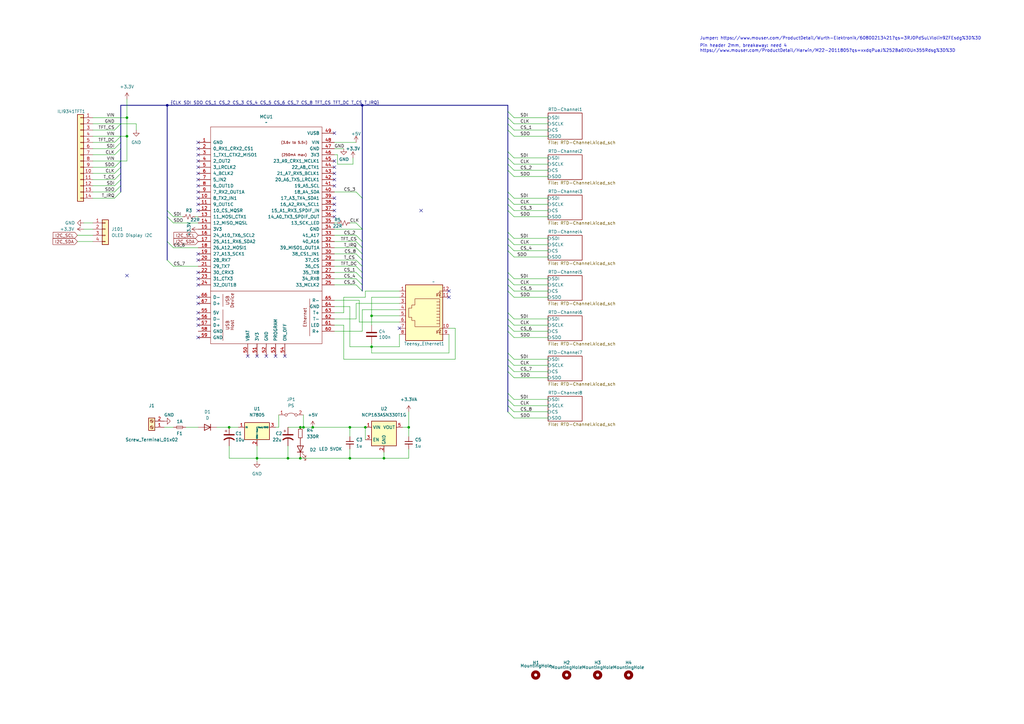
<source format=kicad_sch>
(kicad_sch (version 20211123) (generator eeschema)

  (uuid 3251231f-d8ec-4c5a-a68d-d766932de04a)

  (paper "A3")

  (lib_symbols
    (symbol "Connector:RJ45_LED" (pin_names (offset 1.016)) (in_bom yes) (on_board yes)
      (property "Reference" "J" (id 0) (at -5.08 13.97 0)
        (effects (font (size 1.27 1.27)) (justify right))
      )
      (property "Value" "RJ45_LED" (id 1) (at 1.27 13.97 0)
        (effects (font (size 1.27 1.27)) (justify left))
      )
      (property "Footprint" "" (id 2) (at 0 0.635 90)
        (effects (font (size 1.27 1.27)) hide)
      )
      (property "Datasheet" "~" (id 3) (at 0 0.635 90)
        (effects (font (size 1.27 1.27)) hide)
      )
      (property "ki_keywords" "8P8C RJ female connector led" (id 4) (at 0 0 0)
        (effects (font (size 1.27 1.27)) hide)
      )
      (property "ki_description" "RJ connector, 8P8C (8 positions 8 connected), two LEDs" (id 5) (at 0 0 0)
        (effects (font (size 1.27 1.27)) hide)
      )
      (property "ki_fp_filters" "8P8C* RJ45*" (id 6) (at 0 0 0)
        (effects (font (size 1.27 1.27)) hide)
      )
      (symbol "RJ45_LED_0_1"
        (polyline
          (pts
            (xy -7.62 -7.62)
            (xy -6.35 -7.62)
          )
          (stroke (width 0) (type default) (color 0 0 0 0))
          (fill (type none))
        )
        (polyline
          (pts
            (xy -7.62 -5.08)
            (xy -6.35 -5.08)
          )
          (stroke (width 0) (type default) (color 0 0 0 0))
          (fill (type none))
        )
        (polyline
          (pts
            (xy -7.62 7.62)
            (xy -6.35 7.62)
          )
          (stroke (width 0) (type default) (color 0 0 0 0))
          (fill (type none))
        )
        (polyline
          (pts
            (xy -7.62 10.16)
            (xy -6.35 10.16)
          )
          (stroke (width 0) (type default) (color 0 0 0 0))
          (fill (type none))
        )
        (polyline
          (pts
            (xy -6.858 -5.842)
            (xy -5.842 -5.842)
          )
          (stroke (width 0) (type default) (color 0 0 0 0))
          (fill (type none))
        )
        (polyline
          (pts
            (xy -6.858 9.398)
            (xy -5.842 9.398)
          )
          (stroke (width 0) (type default) (color 0 0 0 0))
          (fill (type none))
        )
        (polyline
          (pts
            (xy -6.35 -7.62)
            (xy -6.35 -6.858)
          )
          (stroke (width 0) (type default) (color 0 0 0 0))
          (fill (type none))
        )
        (polyline
          (pts
            (xy -6.35 -5.08)
            (xy -6.35 -5.842)
          )
          (stroke (width 0) (type default) (color 0 0 0 0))
          (fill (type none))
        )
        (polyline
          (pts
            (xy -6.35 7.62)
            (xy -6.35 8.382)
          )
          (stroke (width 0) (type default) (color 0 0 0 0))
          (fill (type none))
        )
        (polyline
          (pts
            (xy -6.35 10.16)
            (xy -6.35 9.398)
          )
          (stroke (width 0) (type default) (color 0 0 0 0))
          (fill (type none))
        )
        (polyline
          (pts
            (xy -5.08 -6.223)
            (xy -5.207 -6.604)
          )
          (stroke (width 0) (type default) (color 0 0 0 0))
          (fill (type none))
        )
        (polyline
          (pts
            (xy -5.08 -5.588)
            (xy -5.207 -5.969)
          )
          (stroke (width 0) (type default) (color 0 0 0 0))
          (fill (type none))
        )
        (polyline
          (pts
            (xy -5.08 4.445)
            (xy -6.35 4.445)
          )
          (stroke (width 0) (type default) (color 0 0 0 0))
          (fill (type none))
        )
        (polyline
          (pts
            (xy -5.08 5.715)
            (xy -6.35 5.715)
          )
          (stroke (width 0) (type default) (color 0 0 0 0))
          (fill (type none))
        )
        (polyline
          (pts
            (xy -5.08 9.017)
            (xy -5.207 8.636)
          )
          (stroke (width 0) (type default) (color 0 0 0 0))
          (fill (type none))
        )
        (polyline
          (pts
            (xy -5.08 9.652)
            (xy -5.207 9.271)
          )
          (stroke (width 0) (type default) (color 0 0 0 0))
          (fill (type none))
        )
        (polyline
          (pts
            (xy -6.35 -3.175)
            (xy -5.08 -3.175)
            (xy -5.08 -3.175)
          )
          (stroke (width 0) (type default) (color 0 0 0 0))
          (fill (type none))
        )
        (polyline
          (pts
            (xy -6.35 -1.905)
            (xy -5.08 -1.905)
            (xy -5.08 -1.905)
          )
          (stroke (width 0) (type default) (color 0 0 0 0))
          (fill (type none))
        )
        (polyline
          (pts
            (xy -6.35 -0.635)
            (xy -5.08 -0.635)
            (xy -5.08 -0.635)
          )
          (stroke (width 0) (type default) (color 0 0 0 0))
          (fill (type none))
        )
        (polyline
          (pts
            (xy -6.35 0.635)
            (xy -5.08 0.635)
            (xy -5.08 0.635)
          )
          (stroke (width 0) (type default) (color 0 0 0 0))
          (fill (type none))
        )
        (polyline
          (pts
            (xy -6.35 1.905)
            (xy -5.08 1.905)
            (xy -5.08 1.905)
          )
          (stroke (width 0) (type default) (color 0 0 0 0))
          (fill (type none))
        )
        (polyline
          (pts
            (xy -5.588 -6.731)
            (xy -5.08 -6.223)
            (xy -5.461 -6.35)
          )
          (stroke (width 0) (type default) (color 0 0 0 0))
          (fill (type none))
        )
        (polyline
          (pts
            (xy -5.588 -6.096)
            (xy -5.08 -5.588)
            (xy -5.461 -5.715)
          )
          (stroke (width 0) (type default) (color 0 0 0 0))
          (fill (type none))
        )
        (polyline
          (pts
            (xy -5.588 8.509)
            (xy -5.08 9.017)
            (xy -5.461 8.89)
          )
          (stroke (width 0) (type default) (color 0 0 0 0))
          (fill (type none))
        )
        (polyline
          (pts
            (xy -5.588 9.144)
            (xy -5.08 9.652)
            (xy -5.461 9.525)
          )
          (stroke (width 0) (type default) (color 0 0 0 0))
          (fill (type none))
        )
        (polyline
          (pts
            (xy -5.08 3.175)
            (xy -6.35 3.175)
            (xy -6.35 3.175)
          )
          (stroke (width 0) (type default) (color 0 0 0 0))
          (fill (type none))
        )
        (polyline
          (pts
            (xy -6.35 -5.842)
            (xy -6.858 -6.858)
            (xy -5.842 -6.858)
            (xy -6.35 -5.842)
          )
          (stroke (width 0) (type default) (color 0 0 0 0))
          (fill (type none))
        )
        (polyline
          (pts
            (xy -6.35 9.398)
            (xy -6.858 8.382)
            (xy -5.842 8.382)
            (xy -6.35 9.398)
          )
          (stroke (width 0) (type default) (color 0 0 0 0))
          (fill (type none))
        )
        (polyline
          (pts
            (xy -6.35 -4.445)
            (xy -6.35 6.985)
            (xy 3.81 6.985)
            (xy 3.81 4.445)
            (xy 5.08 4.445)
            (xy 5.08 3.175)
            (xy 6.35 3.175)
            (xy 6.35 -0.635)
            (xy 5.08 -0.635)
            (xy 5.08 -1.905)
            (xy 3.81 -1.905)
            (xy 3.81 -4.445)
            (xy -6.35 -4.445)
            (xy -6.35 -4.445)
          )
          (stroke (width 0) (type default) (color 0 0 0 0))
          (fill (type none))
        )
        (rectangle (start 7.62 12.7) (end -7.62 -10.16)
          (stroke (width 0.254) (type default) (color 0 0 0 0))
          (fill (type background))
        )
      )
      (symbol "RJ45_LED_1_1"
        (pin passive line (at 10.16 -7.62 180) (length 2.54)
          (name "~" (effects (font (size 1.27 1.27))))
          (number "1" (effects (font (size 1.27 1.27))))
        )
        (pin passive line (at -10.16 7.62 0) (length 2.54)
          (name "~" (effects (font (size 1.27 1.27))))
          (number "10" (effects (font (size 1.27 1.27))))
        )
        (pin passive line (at -10.16 -5.08 0) (length 2.54)
          (name "~" (effects (font (size 1.27 1.27))))
          (number "11" (effects (font (size 1.27 1.27))))
        )
        (pin passive line (at -10.16 -7.62 0) (length 2.54)
          (name "~" (effects (font (size 1.27 1.27))))
          (number "12" (effects (font (size 1.27 1.27))))
        )
        (pin passive line (at 10.16 -5.08 180) (length 2.54)
          (name "~" (effects (font (size 1.27 1.27))))
          (number "2" (effects (font (size 1.27 1.27))))
        )
        (pin passive line (at 10.16 -2.54 180) (length 2.54)
          (name "~" (effects (font (size 1.27 1.27))))
          (number "3" (effects (font (size 1.27 1.27))))
        )
        (pin passive line (at 10.16 0 180) (length 2.54)
          (name "~" (effects (font (size 1.27 1.27))))
          (number "4" (effects (font (size 1.27 1.27))))
        )
        (pin passive line (at 10.16 2.54 180) (length 2.54)
          (name "~" (effects (font (size 1.27 1.27))))
          (number "5" (effects (font (size 1.27 1.27))))
        )
        (pin passive line (at 10.16 5.08 180) (length 2.54)
          (name "~" (effects (font (size 1.27 1.27))))
          (number "6" (effects (font (size 1.27 1.27))))
        )
        (pin passive line (at 10.16 7.62 180) (length 2.54)
          (name "~" (effects (font (size 1.27 1.27))))
          (number "7" (effects (font (size 1.27 1.27))))
        )
        (pin passive line (at 10.16 10.16 180) (length 2.54)
          (name "~" (effects (font (size 1.27 1.27))))
          (number "8" (effects (font (size 1.27 1.27))))
        )
        (pin passive line (at -10.16 10.16 0) (length 2.54)
          (name "~" (effects (font (size 1.27 1.27))))
          (number "9" (effects (font (size 1.27 1.27))))
        )
      )
    )
    (symbol "Connector:Screw_Terminal_01x02" (pin_names (offset 1.016) hide) (in_bom yes) (on_board yes)
      (property "Reference" "J" (id 0) (at 0 2.54 0)
        (effects (font (size 1.27 1.27)))
      )
      (property "Value" "Screw_Terminal_01x02" (id 1) (at 0 -5.08 0)
        (effects (font (size 1.27 1.27)))
      )
      (property "Footprint" "" (id 2) (at 0 0 0)
        (effects (font (size 1.27 1.27)) hide)
      )
      (property "Datasheet" "~" (id 3) (at 0 0 0)
        (effects (font (size 1.27 1.27)) hide)
      )
      (property "ki_keywords" "screw terminal" (id 4) (at 0 0 0)
        (effects (font (size 1.27 1.27)) hide)
      )
      (property "ki_description" "Generic screw terminal, single row, 01x02, script generated (kicad-library-utils/schlib/autogen/connector/)" (id 5) (at 0 0 0)
        (effects (font (size 1.27 1.27)) hide)
      )
      (property "ki_fp_filters" "TerminalBlock*:*" (id 6) (at 0 0 0)
        (effects (font (size 1.27 1.27)) hide)
      )
      (symbol "Screw_Terminal_01x02_1_1"
        (rectangle (start -1.27 1.27) (end 1.27 -3.81)
          (stroke (width 0.254) (type default) (color 0 0 0 0))
          (fill (type background))
        )
        (circle (center 0 -2.54) (radius 0.635)
          (stroke (width 0.1524) (type default) (color 0 0 0 0))
          (fill (type none))
        )
        (polyline
          (pts
            (xy -0.5334 -2.2098)
            (xy 0.3302 -3.048)
          )
          (stroke (width 0.1524) (type default) (color 0 0 0 0))
          (fill (type none))
        )
        (polyline
          (pts
            (xy -0.5334 0.3302)
            (xy 0.3302 -0.508)
          )
          (stroke (width 0.1524) (type default) (color 0 0 0 0))
          (fill (type none))
        )
        (polyline
          (pts
            (xy -0.3556 -2.032)
            (xy 0.508 -2.8702)
          )
          (stroke (width 0.1524) (type default) (color 0 0 0 0))
          (fill (type none))
        )
        (polyline
          (pts
            (xy -0.3556 0.508)
            (xy 0.508 -0.3302)
          )
          (stroke (width 0.1524) (type default) (color 0 0 0 0))
          (fill (type none))
        )
        (circle (center 0 0) (radius 0.635)
          (stroke (width 0.1524) (type default) (color 0 0 0 0))
          (fill (type none))
        )
        (pin passive line (at -5.08 0 0) (length 3.81)
          (name "Pin_1" (effects (font (size 1.27 1.27))))
          (number "1" (effects (font (size 1.27 1.27))))
        )
        (pin passive line (at -5.08 -2.54 0) (length 3.81)
          (name "Pin_2" (effects (font (size 1.27 1.27))))
          (number "2" (effects (font (size 1.27 1.27))))
        )
      )
    )
    (symbol "Connector_Generic:Conn_01x04" (pin_names (offset 1.016) hide) (in_bom yes) (on_board yes)
      (property "Reference" "J" (id 0) (at 0 5.08 0)
        (effects (font (size 1.27 1.27)))
      )
      (property "Value" "Conn_01x04" (id 1) (at 0 -7.62 0)
        (effects (font (size 1.27 1.27)))
      )
      (property "Footprint" "" (id 2) (at 0 0 0)
        (effects (font (size 1.27 1.27)) hide)
      )
      (property "Datasheet" "~" (id 3) (at 0 0 0)
        (effects (font (size 1.27 1.27)) hide)
      )
      (property "ki_keywords" "connector" (id 4) (at 0 0 0)
        (effects (font (size 1.27 1.27)) hide)
      )
      (property "ki_description" "Generic connector, single row, 01x04, script generated (kicad-library-utils/schlib/autogen/connector/)" (id 5) (at 0 0 0)
        (effects (font (size 1.27 1.27)) hide)
      )
      (property "ki_fp_filters" "Connector*:*_1x??_*" (id 6) (at 0 0 0)
        (effects (font (size 1.27 1.27)) hide)
      )
      (symbol "Conn_01x04_1_1"
        (rectangle (start -1.27 -4.953) (end 0 -5.207)
          (stroke (width 0.1524) (type default) (color 0 0 0 0))
          (fill (type none))
        )
        (rectangle (start -1.27 -2.413) (end 0 -2.667)
          (stroke (width 0.1524) (type default) (color 0 0 0 0))
          (fill (type none))
        )
        (rectangle (start -1.27 0.127) (end 0 -0.127)
          (stroke (width 0.1524) (type default) (color 0 0 0 0))
          (fill (type none))
        )
        (rectangle (start -1.27 2.667) (end 0 2.413)
          (stroke (width 0.1524) (type default) (color 0 0 0 0))
          (fill (type none))
        )
        (rectangle (start -1.27 3.81) (end 1.27 -6.35)
          (stroke (width 0.254) (type default) (color 0 0 0 0))
          (fill (type background))
        )
        (pin passive line (at -5.08 2.54 0) (length 3.81)
          (name "Pin_1" (effects (font (size 1.27 1.27))))
          (number "1" (effects (font (size 1.27 1.27))))
        )
        (pin passive line (at -5.08 0 0) (length 3.81)
          (name "Pin_2" (effects (font (size 1.27 1.27))))
          (number "2" (effects (font (size 1.27 1.27))))
        )
        (pin passive line (at -5.08 -2.54 0) (length 3.81)
          (name "Pin_3" (effects (font (size 1.27 1.27))))
          (number "3" (effects (font (size 1.27 1.27))))
        )
        (pin passive line (at -5.08 -5.08 0) (length 3.81)
          (name "Pin_4" (effects (font (size 1.27 1.27))))
          (number "4" (effects (font (size 1.27 1.27))))
        )
      )
    )
    (symbol "Connector_Generic:Conn_01x14" (pin_names (offset 1.016) hide) (in_bom yes) (on_board yes)
      (property "Reference" "J" (id 0) (at 0 17.78 0)
        (effects (font (size 1.27 1.27)))
      )
      (property "Value" "Conn_01x14" (id 1) (at 0 -20.32 0)
        (effects (font (size 1.27 1.27)))
      )
      (property "Footprint" "" (id 2) (at 0 0 0)
        (effects (font (size 1.27 1.27)) hide)
      )
      (property "Datasheet" "~" (id 3) (at 0 0 0)
        (effects (font (size 1.27 1.27)) hide)
      )
      (property "ki_keywords" "connector" (id 4) (at 0 0 0)
        (effects (font (size 1.27 1.27)) hide)
      )
      (property "ki_description" "Generic connector, single row, 01x14, script generated (kicad-library-utils/schlib/autogen/connector/)" (id 5) (at 0 0 0)
        (effects (font (size 1.27 1.27)) hide)
      )
      (property "ki_fp_filters" "Connector*:*_1x??_*" (id 6) (at 0 0 0)
        (effects (font (size 1.27 1.27)) hide)
      )
      (symbol "Conn_01x14_1_1"
        (rectangle (start -1.27 -17.653) (end 0 -17.907)
          (stroke (width 0.1524) (type default) (color 0 0 0 0))
          (fill (type none))
        )
        (rectangle (start -1.27 -15.113) (end 0 -15.367)
          (stroke (width 0.1524) (type default) (color 0 0 0 0))
          (fill (type none))
        )
        (rectangle (start -1.27 -12.573) (end 0 -12.827)
          (stroke (width 0.1524) (type default) (color 0 0 0 0))
          (fill (type none))
        )
        (rectangle (start -1.27 -10.033) (end 0 -10.287)
          (stroke (width 0.1524) (type default) (color 0 0 0 0))
          (fill (type none))
        )
        (rectangle (start -1.27 -7.493) (end 0 -7.747)
          (stroke (width 0.1524) (type default) (color 0 0 0 0))
          (fill (type none))
        )
        (rectangle (start -1.27 -4.953) (end 0 -5.207)
          (stroke (width 0.1524) (type default) (color 0 0 0 0))
          (fill (type none))
        )
        (rectangle (start -1.27 -2.413) (end 0 -2.667)
          (stroke (width 0.1524) (type default) (color 0 0 0 0))
          (fill (type none))
        )
        (rectangle (start -1.27 0.127) (end 0 -0.127)
          (stroke (width 0.1524) (type default) (color 0 0 0 0))
          (fill (type none))
        )
        (rectangle (start -1.27 2.667) (end 0 2.413)
          (stroke (width 0.1524) (type default) (color 0 0 0 0))
          (fill (type none))
        )
        (rectangle (start -1.27 5.207) (end 0 4.953)
          (stroke (width 0.1524) (type default) (color 0 0 0 0))
          (fill (type none))
        )
        (rectangle (start -1.27 7.747) (end 0 7.493)
          (stroke (width 0.1524) (type default) (color 0 0 0 0))
          (fill (type none))
        )
        (rectangle (start -1.27 10.287) (end 0 10.033)
          (stroke (width 0.1524) (type default) (color 0 0 0 0))
          (fill (type none))
        )
        (rectangle (start -1.27 12.827) (end 0 12.573)
          (stroke (width 0.1524) (type default) (color 0 0 0 0))
          (fill (type none))
        )
        (rectangle (start -1.27 15.367) (end 0 15.113)
          (stroke (width 0.1524) (type default) (color 0 0 0 0))
          (fill (type none))
        )
        (rectangle (start -1.27 16.51) (end 1.27 -19.05)
          (stroke (width 0.254) (type default) (color 0 0 0 0))
          (fill (type background))
        )
        (pin passive line (at -5.08 15.24 0) (length 3.81)
          (name "Pin_1" (effects (font (size 1.27 1.27))))
          (number "1" (effects (font (size 1.27 1.27))))
        )
        (pin passive line (at -5.08 -7.62 0) (length 3.81)
          (name "Pin_10" (effects (font (size 1.27 1.27))))
          (number "10" (effects (font (size 1.27 1.27))))
        )
        (pin passive line (at -5.08 -10.16 0) (length 3.81)
          (name "Pin_11" (effects (font (size 1.27 1.27))))
          (number "11" (effects (font (size 1.27 1.27))))
        )
        (pin passive line (at -5.08 -12.7 0) (length 3.81)
          (name "Pin_12" (effects (font (size 1.27 1.27))))
          (number "12" (effects (font (size 1.27 1.27))))
        )
        (pin passive line (at -5.08 -15.24 0) (length 3.81)
          (name "Pin_13" (effects (font (size 1.27 1.27))))
          (number "13" (effects (font (size 1.27 1.27))))
        )
        (pin passive line (at -5.08 -17.78 0) (length 3.81)
          (name "Pin_14" (effects (font (size 1.27 1.27))))
          (number "14" (effects (font (size 1.27 1.27))))
        )
        (pin passive line (at -5.08 12.7 0) (length 3.81)
          (name "Pin_2" (effects (font (size 1.27 1.27))))
          (number "2" (effects (font (size 1.27 1.27))))
        )
        (pin passive line (at -5.08 10.16 0) (length 3.81)
          (name "Pin_3" (effects (font (size 1.27 1.27))))
          (number "3" (effects (font (size 1.27 1.27))))
        )
        (pin passive line (at -5.08 7.62 0) (length 3.81)
          (name "Pin_4" (effects (font (size 1.27 1.27))))
          (number "4" (effects (font (size 1.27 1.27))))
        )
        (pin passive line (at -5.08 5.08 0) (length 3.81)
          (name "Pin_5" (effects (font (size 1.27 1.27))))
          (number "5" (effects (font (size 1.27 1.27))))
        )
        (pin passive line (at -5.08 2.54 0) (length 3.81)
          (name "Pin_6" (effects (font (size 1.27 1.27))))
          (number "6" (effects (font (size 1.27 1.27))))
        )
        (pin passive line (at -5.08 0 0) (length 3.81)
          (name "Pin_7" (effects (font (size 1.27 1.27))))
          (number "7" (effects (font (size 1.27 1.27))))
        )
        (pin passive line (at -5.08 -2.54 0) (length 3.81)
          (name "Pin_8" (effects (font (size 1.27 1.27))))
          (number "8" (effects (font (size 1.27 1.27))))
        )
        (pin passive line (at -5.08 -5.08 0) (length 3.81)
          (name "Pin_9" (effects (font (size 1.27 1.27))))
          (number "9" (effects (font (size 1.27 1.27))))
        )
      )
    )
    (symbol "Device:C" (pin_numbers hide) (pin_names (offset 0.254)) (in_bom yes) (on_board yes)
      (property "Reference" "C" (id 0) (at 0.635 2.54 0)
        (effects (font (size 1.27 1.27)) (justify left))
      )
      (property "Value" "C" (id 1) (at 0.635 -2.54 0)
        (effects (font (size 1.27 1.27)) (justify left))
      )
      (property "Footprint" "" (id 2) (at 0.9652 -3.81 0)
        (effects (font (size 1.27 1.27)) hide)
      )
      (property "Datasheet" "~" (id 3) (at 0 0 0)
        (effects (font (size 1.27 1.27)) hide)
      )
      (property "ki_keywords" "cap capacitor" (id 4) (at 0 0 0)
        (effects (font (size 1.27 1.27)) hide)
      )
      (property "ki_description" "Unpolarized capacitor" (id 5) (at 0 0 0)
        (effects (font (size 1.27 1.27)) hide)
      )
      (property "ki_fp_filters" "C_*" (id 6) (at 0 0 0)
        (effects (font (size 1.27 1.27)) hide)
      )
      (symbol "C_0_1"
        (polyline
          (pts
            (xy -2.032 -0.762)
            (xy 2.032 -0.762)
          )
          (stroke (width 0.508) (type default) (color 0 0 0 0))
          (fill (type none))
        )
        (polyline
          (pts
            (xy -2.032 0.762)
            (xy 2.032 0.762)
          )
          (stroke (width 0.508) (type default) (color 0 0 0 0))
          (fill (type none))
        )
      )
      (symbol "C_1_1"
        (pin passive line (at 0 3.81 270) (length 2.794)
          (name "~" (effects (font (size 1.27 1.27))))
          (number "1" (effects (font (size 1.27 1.27))))
        )
        (pin passive line (at 0 -3.81 90) (length 2.794)
          (name "~" (effects (font (size 1.27 1.27))))
          (number "2" (effects (font (size 1.27 1.27))))
        )
      )
    )
    (symbol "Device:C_Polarized_US" (pin_numbers hide) (pin_names (offset 0.254) hide) (in_bom yes) (on_board yes)
      (property "Reference" "C" (id 0) (at 0.635 2.54 0)
        (effects (font (size 1.27 1.27)) (justify left))
      )
      (property "Value" "C_Polarized_US" (id 1) (at 0.635 -2.54 0)
        (effects (font (size 1.27 1.27)) (justify left))
      )
      (property "Footprint" "" (id 2) (at 0 0 0)
        (effects (font (size 1.27 1.27)) hide)
      )
      (property "Datasheet" "~" (id 3) (at 0 0 0)
        (effects (font (size 1.27 1.27)) hide)
      )
      (property "ki_keywords" "cap capacitor" (id 4) (at 0 0 0)
        (effects (font (size 1.27 1.27)) hide)
      )
      (property "ki_description" "Polarized capacitor, US symbol" (id 5) (at 0 0 0)
        (effects (font (size 1.27 1.27)) hide)
      )
      (property "ki_fp_filters" "CP_*" (id 6) (at 0 0 0)
        (effects (font (size 1.27 1.27)) hide)
      )
      (symbol "C_Polarized_US_0_1"
        (polyline
          (pts
            (xy -2.032 0.762)
            (xy 2.032 0.762)
          )
          (stroke (width 0.508) (type default) (color 0 0 0 0))
          (fill (type none))
        )
        (polyline
          (pts
            (xy -1.778 2.286)
            (xy -0.762 2.286)
          )
          (stroke (width 0) (type default) (color 0 0 0 0))
          (fill (type none))
        )
        (polyline
          (pts
            (xy -1.27 1.778)
            (xy -1.27 2.794)
          )
          (stroke (width 0) (type default) (color 0 0 0 0))
          (fill (type none))
        )
        (arc (start 2.032 -1.27) (mid 0 -0.5572) (end -2.032 -1.27)
          (stroke (width 0.508) (type default) (color 0 0 0 0))
          (fill (type none))
        )
      )
      (symbol "C_Polarized_US_1_1"
        (pin passive line (at 0 3.81 270) (length 2.794)
          (name "~" (effects (font (size 1.27 1.27))))
          (number "1" (effects (font (size 1.27 1.27))))
        )
        (pin passive line (at 0 -3.81 90) (length 3.302)
          (name "~" (effects (font (size 1.27 1.27))))
          (number "2" (effects (font (size 1.27 1.27))))
        )
      )
    )
    (symbol "Device:C_Small" (pin_numbers hide) (pin_names (offset 0.254) hide) (in_bom yes) (on_board yes)
      (property "Reference" "C" (id 0) (at 0.254 1.778 0)
        (effects (font (size 1.27 1.27)) (justify left))
      )
      (property "Value" "C_Small" (id 1) (at 0.254 -2.032 0)
        (effects (font (size 1.27 1.27)) (justify left))
      )
      (property "Footprint" "" (id 2) (at 0 0 0)
        (effects (font (size 1.27 1.27)) hide)
      )
      (property "Datasheet" "~" (id 3) (at 0 0 0)
        (effects (font (size 1.27 1.27)) hide)
      )
      (property "ki_keywords" "capacitor cap" (id 4) (at 0 0 0)
        (effects (font (size 1.27 1.27)) hide)
      )
      (property "ki_description" "Unpolarized capacitor, small symbol" (id 5) (at 0 0 0)
        (effects (font (size 1.27 1.27)) hide)
      )
      (property "ki_fp_filters" "C_*" (id 6) (at 0 0 0)
        (effects (font (size 1.27 1.27)) hide)
      )
      (symbol "C_Small_0_1"
        (polyline
          (pts
            (xy -1.524 -0.508)
            (xy 1.524 -0.508)
          )
          (stroke (width 0.3302) (type default) (color 0 0 0 0))
          (fill (type none))
        )
        (polyline
          (pts
            (xy -1.524 0.508)
            (xy 1.524 0.508)
          )
          (stroke (width 0.3048) (type default) (color 0 0 0 0))
          (fill (type none))
        )
      )
      (symbol "C_Small_1_1"
        (pin passive line (at 0 2.54 270) (length 2.032)
          (name "~" (effects (font (size 1.27 1.27))))
          (number "1" (effects (font (size 1.27 1.27))))
        )
        (pin passive line (at 0 -2.54 90) (length 2.032)
          (name "~" (effects (font (size 1.27 1.27))))
          (number "2" (effects (font (size 1.27 1.27))))
        )
      )
    )
    (symbol "Device:D" (pin_numbers hide) (pin_names (offset 1.016) hide) (in_bom yes) (on_board yes)
      (property "Reference" "D" (id 0) (at 0 2.54 0)
        (effects (font (size 1.27 1.27)))
      )
      (property "Value" "D" (id 1) (at 0 -2.54 0)
        (effects (font (size 1.27 1.27)))
      )
      (property "Footprint" "" (id 2) (at 0 0 0)
        (effects (font (size 1.27 1.27)) hide)
      )
      (property "Datasheet" "~" (id 3) (at 0 0 0)
        (effects (font (size 1.27 1.27)) hide)
      )
      (property "ki_keywords" "diode" (id 4) (at 0 0 0)
        (effects (font (size 1.27 1.27)) hide)
      )
      (property "ki_description" "Diode" (id 5) (at 0 0 0)
        (effects (font (size 1.27 1.27)) hide)
      )
      (property "ki_fp_filters" "TO-???* *_Diode_* *SingleDiode* D_*" (id 6) (at 0 0 0)
        (effects (font (size 1.27 1.27)) hide)
      )
      (symbol "D_0_1"
        (polyline
          (pts
            (xy -1.27 1.27)
            (xy -1.27 -1.27)
          )
          (stroke (width 0.254) (type default) (color 0 0 0 0))
          (fill (type none))
        )
        (polyline
          (pts
            (xy 1.27 0)
            (xy -1.27 0)
          )
          (stroke (width 0) (type default) (color 0 0 0 0))
          (fill (type none))
        )
        (polyline
          (pts
            (xy 1.27 1.27)
            (xy 1.27 -1.27)
            (xy -1.27 0)
            (xy 1.27 1.27)
          )
          (stroke (width 0.254) (type default) (color 0 0 0 0))
          (fill (type none))
        )
      )
      (symbol "D_1_1"
        (pin passive line (at -3.81 0 0) (length 2.54)
          (name "K" (effects (font (size 1.27 1.27))))
          (number "1" (effects (font (size 1.27 1.27))))
        )
        (pin passive line (at 3.81 0 180) (length 2.54)
          (name "A" (effects (font (size 1.27 1.27))))
          (number "2" (effects (font (size 1.27 1.27))))
        )
      )
    )
    (symbol "Device:Fuse_Small" (pin_numbers hide) (pin_names (offset 0.254) hide) (in_bom yes) (on_board yes)
      (property "Reference" "F" (id 0) (at 0 -1.524 0)
        (effects (font (size 1.27 1.27)))
      )
      (property "Value" "Fuse_Small" (id 1) (at 0 1.524 0)
        (effects (font (size 1.27 1.27)))
      )
      (property "Footprint" "" (id 2) (at 0 0 0)
        (effects (font (size 1.27 1.27)) hide)
      )
      (property "Datasheet" "~" (id 3) (at 0 0 0)
        (effects (font (size 1.27 1.27)) hide)
      )
      (property "ki_keywords" "fuse" (id 4) (at 0 0 0)
        (effects (font (size 1.27 1.27)) hide)
      )
      (property "ki_description" "Fuse, small symbol" (id 5) (at 0 0 0)
        (effects (font (size 1.27 1.27)) hide)
      )
      (property "ki_fp_filters" "SM*" (id 6) (at 0 0 0)
        (effects (font (size 1.27 1.27)) hide)
      )
      (symbol "Fuse_Small_0_1"
        (rectangle (start -1.27 0.508) (end 1.27 -0.508)
          (stroke (width 0) (type default) (color 0 0 0 0))
          (fill (type none))
        )
        (polyline
          (pts
            (xy -1.27 0)
            (xy 1.27 0)
          )
          (stroke (width 0) (type default) (color 0 0 0 0))
          (fill (type none))
        )
      )
      (symbol "Fuse_Small_1_1"
        (pin passive line (at -2.54 0 0) (length 1.27)
          (name "~" (effects (font (size 1.27 1.27))))
          (number "1" (effects (font (size 1.27 1.27))))
        )
        (pin passive line (at 2.54 0 180) (length 1.27)
          (name "~" (effects (font (size 1.27 1.27))))
          (number "2" (effects (font (size 1.27 1.27))))
        )
      )
    )
    (symbol "Device:LED" (pin_numbers hide) (pin_names (offset 1.016) hide) (in_bom yes) (on_board yes)
      (property "Reference" "D" (id 0) (at 0 2.54 0)
        (effects (font (size 1.27 1.27)))
      )
      (property "Value" "LED" (id 1) (at 0 -2.54 0)
        (effects (font (size 1.27 1.27)))
      )
      (property "Footprint" "" (id 2) (at 0 0 0)
        (effects (font (size 1.27 1.27)) hide)
      )
      (property "Datasheet" "~" (id 3) (at 0 0 0)
        (effects (font (size 1.27 1.27)) hide)
      )
      (property "ki_keywords" "LED diode" (id 4) (at 0 0 0)
        (effects (font (size 1.27 1.27)) hide)
      )
      (property "ki_description" "Light emitting diode" (id 5) (at 0 0 0)
        (effects (font (size 1.27 1.27)) hide)
      )
      (property "ki_fp_filters" "LED* LED_SMD:* LED_THT:*" (id 6) (at 0 0 0)
        (effects (font (size 1.27 1.27)) hide)
      )
      (symbol "LED_0_1"
        (polyline
          (pts
            (xy -1.27 -1.27)
            (xy -1.27 1.27)
          )
          (stroke (width 0.254) (type default) (color 0 0 0 0))
          (fill (type none))
        )
        (polyline
          (pts
            (xy -1.27 0)
            (xy 1.27 0)
          )
          (stroke (width 0) (type default) (color 0 0 0 0))
          (fill (type none))
        )
        (polyline
          (pts
            (xy 1.27 -1.27)
            (xy 1.27 1.27)
            (xy -1.27 0)
            (xy 1.27 -1.27)
          )
          (stroke (width 0.254) (type default) (color 0 0 0 0))
          (fill (type none))
        )
        (polyline
          (pts
            (xy -3.048 -0.762)
            (xy -4.572 -2.286)
            (xy -3.81 -2.286)
            (xy -4.572 -2.286)
            (xy -4.572 -1.524)
          )
          (stroke (width 0) (type default) (color 0 0 0 0))
          (fill (type none))
        )
        (polyline
          (pts
            (xy -1.778 -0.762)
            (xy -3.302 -2.286)
            (xy -2.54 -2.286)
            (xy -3.302 -2.286)
            (xy -3.302 -1.524)
          )
          (stroke (width 0) (type default) (color 0 0 0 0))
          (fill (type none))
        )
      )
      (symbol "LED_1_1"
        (pin passive line (at -3.81 0 0) (length 2.54)
          (name "K" (effects (font (size 1.27 1.27))))
          (number "1" (effects (font (size 1.27 1.27))))
        )
        (pin passive line (at 3.81 0 180) (length 2.54)
          (name "A" (effects (font (size 1.27 1.27))))
          (number "2" (effects (font (size 1.27 1.27))))
        )
      )
    )
    (symbol "Device:R_Small" (pin_numbers hide) (pin_names (offset 0.254) hide) (in_bom yes) (on_board yes)
      (property "Reference" "R" (id 0) (at 0.762 0.508 0)
        (effects (font (size 1.27 1.27)) (justify left))
      )
      (property "Value" "R_Small" (id 1) (at 0.762 -1.016 0)
        (effects (font (size 1.27 1.27)) (justify left))
      )
      (property "Footprint" "" (id 2) (at 0 0 0)
        (effects (font (size 1.27 1.27)) hide)
      )
      (property "Datasheet" "~" (id 3) (at 0 0 0)
        (effects (font (size 1.27 1.27)) hide)
      )
      (property "ki_keywords" "R resistor" (id 4) (at 0 0 0)
        (effects (font (size 1.27 1.27)) hide)
      )
      (property "ki_description" "Resistor, small symbol" (id 5) (at 0 0 0)
        (effects (font (size 1.27 1.27)) hide)
      )
      (property "ki_fp_filters" "R_*" (id 6) (at 0 0 0)
        (effects (font (size 1.27 1.27)) hide)
      )
      (symbol "R_Small_0_1"
        (rectangle (start -0.762 1.778) (end 0.762 -1.778)
          (stroke (width 0.2032) (type default) (color 0 0 0 0))
          (fill (type none))
        )
      )
      (symbol "R_Small_1_1"
        (pin passive line (at 0 2.54 270) (length 0.762)
          (name "~" (effects (font (size 1.27 1.27))))
          (number "1" (effects (font (size 1.27 1.27))))
        )
        (pin passive line (at 0 -2.54 90) (length 0.762)
          (name "~" (effects (font (size 1.27 1.27))))
          (number "2" (effects (font (size 1.27 1.27))))
        )
      )
    )
    (symbol "Device:R_Small_US" (pin_numbers hide) (pin_names (offset 0.254) hide) (in_bom yes) (on_board yes)
      (property "Reference" "R" (id 0) (at 0.762 0.508 0)
        (effects (font (size 1.27 1.27)) (justify left))
      )
      (property "Value" "R_Small_US" (id 1) (at 0.762 -1.016 0)
        (effects (font (size 1.27 1.27)) (justify left))
      )
      (property "Footprint" "" (id 2) (at 0 0 0)
        (effects (font (size 1.27 1.27)) hide)
      )
      (property "Datasheet" "~" (id 3) (at 0 0 0)
        (effects (font (size 1.27 1.27)) hide)
      )
      (property "ki_keywords" "r resistor" (id 4) (at 0 0 0)
        (effects (font (size 1.27 1.27)) hide)
      )
      (property "ki_description" "Resistor, small US symbol" (id 5) (at 0 0 0)
        (effects (font (size 1.27 1.27)) hide)
      )
      (property "ki_fp_filters" "R_*" (id 6) (at 0 0 0)
        (effects (font (size 1.27 1.27)) hide)
      )
      (symbol "R_Small_US_1_1"
        (polyline
          (pts
            (xy 0 0)
            (xy 1.016 -0.381)
            (xy 0 -0.762)
            (xy -1.016 -1.143)
            (xy 0 -1.524)
          )
          (stroke (width 0) (type default) (color 0 0 0 0))
          (fill (type none))
        )
        (polyline
          (pts
            (xy 0 1.524)
            (xy 1.016 1.143)
            (xy 0 0.762)
            (xy -1.016 0.381)
            (xy 0 0)
          )
          (stroke (width 0) (type default) (color 0 0 0 0))
          (fill (type none))
        )
        (pin passive line (at 0 2.54 270) (length 1.016)
          (name "~" (effects (font (size 1.27 1.27))))
          (number "1" (effects (font (size 1.27 1.27))))
        )
        (pin passive line (at 0 -2.54 90) (length 1.016)
          (name "~" (effects (font (size 1.27 1.27))))
          (number "2" (effects (font (size 1.27 1.27))))
        )
      )
    )
    (symbol "Jumper:Jumper_2_Bridged" (pin_names (offset 0) hide) (in_bom yes) (on_board yes)
      (property "Reference" "JP" (id 0) (at 0 1.905 0)
        (effects (font (size 1.27 1.27)))
      )
      (property "Value" "Jumper_2_Bridged" (id 1) (at 0 -2.54 0)
        (effects (font (size 1.27 1.27)))
      )
      (property "Footprint" "" (id 2) (at 0 0 0)
        (effects (font (size 1.27 1.27)) hide)
      )
      (property "Datasheet" "~" (id 3) (at 0 0 0)
        (effects (font (size 1.27 1.27)) hide)
      )
      (property "ki_keywords" "Jumper SPST" (id 4) (at 0 0 0)
        (effects (font (size 1.27 1.27)) hide)
      )
      (property "ki_description" "Jumper, 2-pole, closed/bridged" (id 5) (at 0 0 0)
        (effects (font (size 1.27 1.27)) hide)
      )
      (property "ki_fp_filters" "Jumper* TestPoint*2Pads* TestPoint*Bridge*" (id 6) (at 0 0 0)
        (effects (font (size 1.27 1.27)) hide)
      )
      (symbol "Jumper_2_Bridged_0_0"
        (circle (center -2.032 0) (radius 0.508)
          (stroke (width 0) (type default) (color 0 0 0 0))
          (fill (type none))
        )
        (circle (center 2.032 0) (radius 0.508)
          (stroke (width 0) (type default) (color 0 0 0 0))
          (fill (type none))
        )
      )
      (symbol "Jumper_2_Bridged_0_1"
        (arc (start 1.524 0.254) (mid 0 0.762) (end -1.524 0.254)
          (stroke (width 0) (type default) (color 0 0 0 0))
          (fill (type none))
        )
      )
      (symbol "Jumper_2_Bridged_1_1"
        (pin passive line (at -5.08 0 0) (length 2.54)
          (name "A" (effects (font (size 1.27 1.27))))
          (number "1" (effects (font (size 1.27 1.27))))
        )
        (pin passive line (at 5.08 0 180) (length 2.54)
          (name "B" (effects (font (size 1.27 1.27))))
          (number "2" (effects (font (size 1.27 1.27))))
        )
      )
    )
    (symbol "MeanWell-DC-DC:N7805" (pin_names (offset 0.254)) (in_bom yes) (on_board yes)
      (property "Reference" "U" (id 0) (at -3.81 3.175 0)
        (effects (font (size 1.27 1.27)))
      )
      (property "Value" "N7805" (id 1) (at 0 3.175 0)
        (effects (font (size 1.27 1.27)) (justify left))
      )
      (property "Footprint" "" (id 2) (at 0.635 -3.81 0)
        (effects (font (size 1.27 1.27) italic) (justify left) hide)
      )
      (property "Datasheet" "" (id 3) (at 0 -1.27 0)
        (effects (font (size 1.27 1.27)) hide)
      )
      (property "ki_keywords" "Voltage Regulator 1.5A Positive" (id 4) (at 0 0 0)
        (effects (font (size 1.27 1.27)) hide)
      )
      (property "ki_description" "Positive 1.5A 35V Linear Regulator, Fixed Output 5V, TO-220/TO-263/TO-252" (id 5) (at 0 0 0)
        (effects (font (size 1.27 1.27)) hide)
      )
      (property "ki_fp_filters" "TO?252* TO?263* TO?220*" (id 6) (at 0 0 0)
        (effects (font (size 1.27 1.27)) hide)
      )
      (symbol "N7805_0_1"
        (rectangle (start -5.08 1.905) (end 5.08 -5.08)
          (stroke (width 0.254) (type default) (color 0 0 0 0))
          (fill (type background))
        )
      )
      (symbol "N7805_1_1"
        (pin power_in line (at -7.62 0 0) (length 2.54)
          (name "IN" (effects (font (size 0.6 0.6))))
          (number "1" (effects (font (size 1.27 1.27))))
        )
        (pin power_out line (at 0 -7.62 90) (length 2.54)
          (name "GND/-Vout" (effects (font (size 0.5 0.5))))
          (number "2" (effects (font (size 1.27 1.27))))
        )
        (pin power_out line (at 7.62 0 180) (length 2.54)
          (name "+Vout/GND" (effects (font (size 0.6 0.6))))
          (number "3" (effects (font (size 1.27 1.27))))
        )
      )
    )
    (symbol "Mechanical:MountingHole" (pin_names (offset 1.016)) (in_bom yes) (on_board yes)
      (property "Reference" "H" (id 0) (at 0 5.08 0)
        (effects (font (size 1.27 1.27)))
      )
      (property "Value" "MountingHole" (id 1) (at 0 3.175 0)
        (effects (font (size 1.27 1.27)))
      )
      (property "Footprint" "" (id 2) (at 0 0 0)
        (effects (font (size 1.27 1.27)) hide)
      )
      (property "Datasheet" "~" (id 3) (at 0 0 0)
        (effects (font (size 1.27 1.27)) hide)
      )
      (property "ki_keywords" "mounting hole" (id 4) (at 0 0 0)
        (effects (font (size 1.27 1.27)) hide)
      )
      (property "ki_description" "Mounting Hole without connection" (id 5) (at 0 0 0)
        (effects (font (size 1.27 1.27)) hide)
      )
      (property "ki_fp_filters" "MountingHole*" (id 6) (at 0 0 0)
        (effects (font (size 1.27 1.27)) hide)
      )
      (symbol "MountingHole_0_1"
        (circle (center 0 0) (radius 1.27)
          (stroke (width 1.27) (type default) (color 0 0 0 0))
          (fill (type none))
        )
      )
    )
    (symbol "Regulator_Linear:NCP163ASN330T1G" (in_bom yes) (on_board yes)
      (property "Reference" "U" (id 0) (at 0 8.89 0)
        (effects (font (size 1.27 1.27)))
      )
      (property "Value" "NCP163ASN330T1G" (id 1) (at 0 6.35 0)
        (effects (font (size 1.27 1.27)))
      )
      (property "Footprint" "Package_TO_SOT_SMD:SOT-23-5" (id 2) (at 0 7.62 0)
        (effects (font (size 1.27 1.27)) hide)
      )
      (property "Datasheet" "https://www.onsemi.com/pdf/datasheet/ncp163-d.pdf" (id 3) (at 0 7.62 0)
        (effects (font (size 1.27 1.27)) hide)
      )
      (property "ki_keywords" "LDO regulator voltage" (id 4) (at 0 0 0)
        (effects (font (size 1.27 1.27)) hide)
      )
      (property "ki_description" "250mA low-noise LDO, 2.2V-5.5V input, 3.3V output, SOT-23-5" (id 5) (at 0 0 0)
        (effects (font (size 1.27 1.27)) hide)
      )
      (property "ki_fp_filters" "SOT?23*" (id 6) (at 0 0 0)
        (effects (font (size 1.27 1.27)) hide)
      )
      (symbol "NCP163ASN330T1G_0_1"
        (rectangle (start -5.08 5.08) (end 5.08 -5.08)
          (stroke (width 0.254) (type default) (color 0 0 0 0))
          (fill (type background))
        )
      )
      (symbol "NCP163ASN330T1G_1_1"
        (pin power_in line (at -7.62 2.54 0) (length 2.54)
          (name "VIN" (effects (font (size 1.27 1.27))))
          (number "1" (effects (font (size 1.27 1.27))))
        )
        (pin power_in line (at 0 -7.62 90) (length 2.54)
          (name "GND" (effects (font (size 1.27 1.27))))
          (number "2" (effects (font (size 1.27 1.27))))
        )
        (pin input line (at -7.62 -2.54 0) (length 2.54)
          (name "EN" (effects (font (size 1.27 1.27))))
          (number "3" (effects (font (size 1.27 1.27))))
        )
        (pin no_connect line (at 5.08 -2.54 180) (length 2.54) hide
          (name "NC" (effects (font (size 1.27 1.27))))
          (number "4" (effects (font (size 1.27 1.27))))
        )
        (pin power_out line (at 7.62 2.54 180) (length 2.54)
          (name "VOUT" (effects (font (size 1.27 1.27))))
          (number "5" (effects (font (size 1.27 1.27))))
        )
      )
    )
    (symbol "power:+3.3V" (power) (pin_names (offset 0)) (in_bom yes) (on_board yes)
      (property "Reference" "#PWR" (id 0) (at 0 -3.81 0)
        (effects (font (size 1.27 1.27)) hide)
      )
      (property "Value" "+3.3V" (id 1) (at 0 3.556 0)
        (effects (font (size 1.27 1.27)))
      )
      (property "Footprint" "" (id 2) (at 0 0 0)
        (effects (font (size 1.27 1.27)) hide)
      )
      (property "Datasheet" "" (id 3) (at 0 0 0)
        (effects (font (size 1.27 1.27)) hide)
      )
      (property "ki_keywords" "power-flag" (id 4) (at 0 0 0)
        (effects (font (size 1.27 1.27)) hide)
      )
      (property "ki_description" "Power symbol creates a global label with name \"+3.3V\"" (id 5) (at 0 0 0)
        (effects (font (size 1.27 1.27)) hide)
      )
      (symbol "+3.3V_0_1"
        (polyline
          (pts
            (xy -0.762 1.27)
            (xy 0 2.54)
          )
          (stroke (width 0) (type default) (color 0 0 0 0))
          (fill (type none))
        )
        (polyline
          (pts
            (xy 0 0)
            (xy 0 2.54)
          )
          (stroke (width 0) (type default) (color 0 0 0 0))
          (fill (type none))
        )
        (polyline
          (pts
            (xy 0 2.54)
            (xy 0.762 1.27)
          )
          (stroke (width 0) (type default) (color 0 0 0 0))
          (fill (type none))
        )
      )
      (symbol "+3.3V_1_1"
        (pin power_in line (at 0 0 90) (length 0) hide
          (name "+3.3V" (effects (font (size 1.27 1.27))))
          (number "1" (effects (font (size 1.27 1.27))))
        )
      )
    )
    (symbol "power:+3.3VA" (power) (pin_names (offset 0)) (in_bom yes) (on_board yes)
      (property "Reference" "#PWR" (id 0) (at 0 -3.81 0)
        (effects (font (size 1.27 1.27)) hide)
      )
      (property "Value" "+3.3VA" (id 1) (at 0 3.556 0)
        (effects (font (size 1.27 1.27)))
      )
      (property "Footprint" "" (id 2) (at 0 0 0)
        (effects (font (size 1.27 1.27)) hide)
      )
      (property "Datasheet" "" (id 3) (at 0 0 0)
        (effects (font (size 1.27 1.27)) hide)
      )
      (property "ki_keywords" "power-flag" (id 4) (at 0 0 0)
        (effects (font (size 1.27 1.27)) hide)
      )
      (property "ki_description" "Power symbol creates a global label with name \"+3.3VA\"" (id 5) (at 0 0 0)
        (effects (font (size 1.27 1.27)) hide)
      )
      (symbol "+3.3VA_0_1"
        (polyline
          (pts
            (xy -0.762 1.27)
            (xy 0 2.54)
          )
          (stroke (width 0) (type default) (color 0 0 0 0))
          (fill (type none))
        )
        (polyline
          (pts
            (xy 0 0)
            (xy 0 2.54)
          )
          (stroke (width 0) (type default) (color 0 0 0 0))
          (fill (type none))
        )
        (polyline
          (pts
            (xy 0 2.54)
            (xy 0.762 1.27)
          )
          (stroke (width 0) (type default) (color 0 0 0 0))
          (fill (type none))
        )
      )
      (symbol "+3.3VA_1_1"
        (pin power_in line (at 0 0 90) (length 0) hide
          (name "+3.3VA" (effects (font (size 1.27 1.27))))
          (number "1" (effects (font (size 1.27 1.27))))
        )
      )
    )
    (symbol "power:+5V" (power) (pin_names (offset 0)) (in_bom yes) (on_board yes)
      (property "Reference" "#PWR" (id 0) (at 0 -3.81 0)
        (effects (font (size 1.27 1.27)) hide)
      )
      (property "Value" "+5V" (id 1) (at 0 3.556 0)
        (effects (font (size 1.27 1.27)))
      )
      (property "Footprint" "" (id 2) (at 0 0 0)
        (effects (font (size 1.27 1.27)) hide)
      )
      (property "Datasheet" "" (id 3) (at 0 0 0)
        (effects (font (size 1.27 1.27)) hide)
      )
      (property "ki_keywords" "power-flag" (id 4) (at 0 0 0)
        (effects (font (size 1.27 1.27)) hide)
      )
      (property "ki_description" "Power symbol creates a global label with name \"+5V\"" (id 5) (at 0 0 0)
        (effects (font (size 1.27 1.27)) hide)
      )
      (symbol "+5V_0_1"
        (polyline
          (pts
            (xy -0.762 1.27)
            (xy 0 2.54)
          )
          (stroke (width 0) (type default) (color 0 0 0 0))
          (fill (type none))
        )
        (polyline
          (pts
            (xy 0 0)
            (xy 0 2.54)
          )
          (stroke (width 0) (type default) (color 0 0 0 0))
          (fill (type none))
        )
        (polyline
          (pts
            (xy 0 2.54)
            (xy 0.762 1.27)
          )
          (stroke (width 0) (type default) (color 0 0 0 0))
          (fill (type none))
        )
      )
      (symbol "+5V_1_1"
        (pin power_in line (at 0 0 90) (length 0) hide
          (name "+5V" (effects (font (size 1.27 1.27))))
          (number "1" (effects (font (size 1.27 1.27))))
        )
      )
    )
    (symbol "power:GND" (power) (pin_names (offset 0)) (in_bom yes) (on_board yes)
      (property "Reference" "#PWR" (id 0) (at 0 -6.35 0)
        (effects (font (size 1.27 1.27)) hide)
      )
      (property "Value" "GND" (id 1) (at 0 -3.81 0)
        (effects (font (size 1.27 1.27)))
      )
      (property "Footprint" "" (id 2) (at 0 0 0)
        (effects (font (size 1.27 1.27)) hide)
      )
      (property "Datasheet" "" (id 3) (at 0 0 0)
        (effects (font (size 1.27 1.27)) hide)
      )
      (property "ki_keywords" "power-flag" (id 4) (at 0 0 0)
        (effects (font (size 1.27 1.27)) hide)
      )
      (property "ki_description" "Power symbol creates a global label with name \"GND\" , ground" (id 5) (at 0 0 0)
        (effects (font (size 1.27 1.27)) hide)
      )
      (symbol "GND_0_1"
        (polyline
          (pts
            (xy 0 0)
            (xy 0 -1.27)
            (xy 1.27 -1.27)
            (xy 0 -2.54)
            (xy -1.27 -1.27)
            (xy 0 -1.27)
          )
          (stroke (width 0) (type default) (color 0 0 0 0))
          (fill (type none))
        )
      )
      (symbol "GND_1_1"
        (pin power_in line (at 0 0 270) (length 0) hide
          (name "GND" (effects (font (size 1.27 1.27))))
          (number "1" (effects (font (size 1.27 1.27))))
        )
      )
    )
    (symbol "thermo-rescue:Teensy4.1-teensy" (pin_names (offset 1.016)) (in_bom yes) (on_board yes)
      (property "Reference" "U" (id 0) (at 0 64.77 0)
        (effects (font (size 1.27 1.27)))
      )
      (property "Value" "Teensy4.1-teensy" (id 1) (at 0 62.23 0)
        (effects (font (size 1.27 1.27)))
      )
      (property "Footprint" "" (id 2) (at -10.16 10.16 0)
        (effects (font (size 1.27 1.27)) hide)
      )
      (property "Datasheet" "" (id 3) (at -10.16 10.16 0)
        (effects (font (size 1.27 1.27)) hide)
      )
      (symbol "Teensy4.1-teensy_0_0"
        (polyline
          (pts
            (xy -22.86 -6.35)
            (xy 22.86 -6.35)
          )
          (stroke (width 0) (type default) (color 0 0 0 0))
          (fill (type none))
        )
        (polyline
          (pts
            (xy -17.78 -26.67)
            (xy -17.78 -13.97)
          )
          (stroke (width 0) (type default) (color 0 0 0 0))
          (fill (type none))
        )
        (polyline
          (pts
            (xy -17.78 -7.62)
            (xy -17.78 -12.7)
          )
          (stroke (width 0) (type default) (color 0 0 0 0))
          (fill (type none))
        )
        (polyline
          (pts
            (xy 17.78 -9.525)
            (xy 17.78 -24.765)
          )
          (stroke (width 0) (type default) (color 0 0 0 0))
          (fill (type none))
        )
        (text "(250mA max)" (at 11.43 49.53 0)
          (effects (font (size 1.016 1.016)))
        )
        (text "(3.6v to 5.5v)" (at 11.43 54.61 0)
          (effects (font (size 1.016 1.016)))
        )
        (text "Device" (at -13.97 -10.16 900)
          (effects (font (size 1.27 1.27)))
        )
        (text "Ethernet" (at 15.875 -17.145 900)
          (effects (font (size 1.27 1.27)))
        )
        (text "Host" (at -13.97 -20.32 900)
          (effects (font (size 1.27 1.27)))
        )
        (text "USB" (at -15.875 -20.32 900)
          (effects (font (size 1.27 1.27)))
        )
        (text "USB" (at -15.875 -10.16 900)
          (effects (font (size 1.27 1.27)))
        )
        (pin bidirectional line (at -27.94 31.75 0) (length 5.08)
          (name "8_TX2_IN1" (effects (font (size 1.27 1.27))))
          (number "10" (effects (font (size 1.27 1.27))))
        )
        (pin bidirectional line (at -27.94 29.21 0) (length 5.08)
          (name "9_OUT1C" (effects (font (size 1.27 1.27))))
          (number "11" (effects (font (size 1.27 1.27))))
        )
        (pin bidirectional line (at -27.94 26.67 0) (length 5.08)
          (name "10_CS_MQSR" (effects (font (size 1.27 1.27))))
          (number "12" (effects (font (size 1.27 1.27))))
        )
        (pin bidirectional line (at -27.94 24.13 0) (length 5.08)
          (name "11_MOSI_CTX1" (effects (font (size 1.27 1.27))))
          (number "13" (effects (font (size 1.27 1.27))))
        )
        (pin bidirectional line (at -27.94 21.59 0) (length 5.08)
          (name "12_MISO_MQSL" (effects (font (size 1.27 1.27))))
          (number "14" (effects (font (size 1.27 1.27))))
        )
        (pin power_in line (at -27.94 19.05 0) (length 5.08)
          (name "3V3" (effects (font (size 1.27 1.27))))
          (number "15" (effects (font (size 1.27 1.27))))
        )
        (pin bidirectional line (at -27.94 16.51 0) (length 5.08)
          (name "24_A10_TX6_SCL2" (effects (font (size 1.27 1.27))))
          (number "16" (effects (font (size 1.27 1.27))))
        )
        (pin bidirectional line (at -27.94 13.97 0) (length 5.08)
          (name "25_A11_RX6_SDA2" (effects (font (size 1.27 1.27))))
          (number "17" (effects (font (size 1.27 1.27))))
        )
        (pin bidirectional line (at -27.94 11.43 0) (length 5.08)
          (name "26_A12_MOSI1" (effects (font (size 1.27 1.27))))
          (number "18" (effects (font (size 1.27 1.27))))
        )
        (pin bidirectional line (at -27.94 8.89 0) (length 5.08)
          (name "27_A13_SCK1" (effects (font (size 1.27 1.27))))
          (number "19" (effects (font (size 1.27 1.27))))
        )
        (pin bidirectional line (at -27.94 6.35 0) (length 5.08)
          (name "28_RX7" (effects (font (size 1.27 1.27))))
          (number "20" (effects (font (size 1.27 1.27))))
        )
        (pin bidirectional line (at -27.94 3.81 0) (length 5.08)
          (name "29_TX7" (effects (font (size 1.27 1.27))))
          (number "21" (effects (font (size 1.27 1.27))))
        )
        (pin bidirectional line (at -27.94 1.27 0) (length 5.08)
          (name "30_CRX3" (effects (font (size 1.27 1.27))))
          (number "22" (effects (font (size 1.27 1.27))))
        )
        (pin bidirectional line (at -27.94 -1.27 0) (length 5.08)
          (name "31_CTX3" (effects (font (size 1.27 1.27))))
          (number "23" (effects (font (size 1.27 1.27))))
        )
        (pin bidirectional line (at -27.94 -3.81 0) (length 5.08)
          (name "32_OUT1B" (effects (font (size 1.27 1.27))))
          (number "24" (effects (font (size 1.27 1.27))))
        )
        (pin bidirectional line (at 27.94 -3.81 180) (length 5.08)
          (name "33_MCLK2" (effects (font (size 1.27 1.27))))
          (number "25" (effects (font (size 1.27 1.27))))
        )
        (pin bidirectional line (at 27.94 -1.27 180) (length 5.08)
          (name "34_RX8" (effects (font (size 1.27 1.27))))
          (number "26" (effects (font (size 1.27 1.27))))
        )
        (pin bidirectional line (at 27.94 1.27 180) (length 5.08)
          (name "35_TX8" (effects (font (size 1.27 1.27))))
          (number "27" (effects (font (size 1.27 1.27))))
        )
        (pin bidirectional line (at 27.94 3.81 180) (length 5.08)
          (name "36_CS" (effects (font (size 1.27 1.27))))
          (number "28" (effects (font (size 1.27 1.27))))
        )
        (pin bidirectional line (at 27.94 6.35 180) (length 5.08)
          (name "37_CS" (effects (font (size 1.27 1.27))))
          (number "29" (effects (font (size 1.27 1.27))))
        )
        (pin bidirectional line (at 27.94 8.89 180) (length 5.08)
          (name "38_CS1_IN1" (effects (font (size 1.27 1.27))))
          (number "30" (effects (font (size 1.27 1.27))))
        )
        (pin bidirectional line (at 27.94 11.43 180) (length 5.08)
          (name "39_MISO1_OUT1A" (effects (font (size 1.27 1.27))))
          (number "31" (effects (font (size 1.27 1.27))))
        )
        (pin bidirectional line (at 27.94 13.97 180) (length 5.08)
          (name "40_A16" (effects (font (size 1.27 1.27))))
          (number "32" (effects (font (size 1.27 1.27))))
        )
        (pin bidirectional line (at 27.94 16.51 180) (length 5.08)
          (name "41_A17" (effects (font (size 1.27 1.27))))
          (number "33" (effects (font (size 1.27 1.27))))
        )
        (pin bidirectional line (at 27.94 21.59 180) (length 5.08)
          (name "13_SCK_LED" (effects (font (size 1.27 1.27))))
          (number "35" (effects (font (size 1.27 1.27))))
        )
        (pin bidirectional line (at 27.94 24.13 180) (length 5.08)
          (name "14_A0_TX3_SPDIF_OUT" (effects (font (size 1.27 1.27))))
          (number "36" (effects (font (size 1.27 1.27))))
        )
        (pin bidirectional line (at 27.94 26.67 180) (length 5.08)
          (name "15_A1_RX3_SPDIF_IN" (effects (font (size 1.27 1.27))))
          (number "37" (effects (font (size 1.27 1.27))))
        )
        (pin bidirectional line (at 27.94 29.21 180) (length 5.08)
          (name "16_A2_RX4_SCL1" (effects (font (size 1.27 1.27))))
          (number "38" (effects (font (size 1.27 1.27))))
        )
        (pin bidirectional line (at 27.94 31.75 180) (length 5.08)
          (name "17_A3_TX4_SDA1" (effects (font (size 1.27 1.27))))
          (number "39" (effects (font (size 1.27 1.27))))
        )
        (pin bidirectional line (at 27.94 34.29 180) (length 5.08)
          (name "18_A4_SDA" (effects (font (size 1.27 1.27))))
          (number "40" (effects (font (size 1.27 1.27))))
        )
        (pin bidirectional line (at 27.94 36.83 180) (length 5.08)
          (name "19_A5_SCL" (effects (font (size 1.27 1.27))))
          (number "41" (effects (font (size 1.27 1.27))))
        )
        (pin bidirectional line (at 27.94 39.37 180) (length 5.08)
          (name "20_A6_TX5_LRCLK1" (effects (font (size 1.27 1.27))))
          (number "42" (effects (font (size 1.27 1.27))))
        )
        (pin bidirectional line (at 27.94 41.91 180) (length 5.08)
          (name "21_A7_RX5_BCLK1" (effects (font (size 1.27 1.27))))
          (number "43" (effects (font (size 1.27 1.27))))
        )
        (pin bidirectional line (at 27.94 44.45 180) (length 5.08)
          (name "22_A8_CTX1" (effects (font (size 1.27 1.27))))
          (number "44" (effects (font (size 1.27 1.27))))
        )
        (pin bidirectional line (at 27.94 46.99 180) (length 5.08)
          (name "23_A9_CRX1_MCLK1" (effects (font (size 1.27 1.27))))
          (number "45" (effects (font (size 1.27 1.27))))
        )
        (pin output line (at 27.94 49.53 180) (length 5.08)
          (name "3V3" (effects (font (size 1.27 1.27))))
          (number "46" (effects (font (size 1.27 1.27))))
        )
        (pin output line (at 27.94 52.07 180) (length 5.08)
          (name "GND" (effects (font (size 1.27 1.27))))
          (number "47" (effects (font (size 1.27 1.27))))
        )
        (pin power_in line (at 27.94 54.61 180) (length 5.08)
          (name "VIN" (effects (font (size 1.27 1.27))))
          (number "48" (effects (font (size 1.27 1.27))))
        )
        (pin power_out line (at 27.94 58.42 180) (length 5.08)
          (name "VUSB" (effects (font (size 1.27 1.27))))
          (number "49" (effects (font (size 1.27 1.27))))
        )
        (pin bidirectional line (at -27.94 44.45 0) (length 5.08)
          (name "3_LRCLK2" (effects (font (size 1.27 1.27))))
          (number "5" (effects (font (size 1.27 1.27))))
        )
        (pin power_in line (at -7.62 -33.02 90) (length 5.08)
          (name "VBAT" (effects (font (size 1.27 1.27))))
          (number "50" (effects (font (size 1.27 1.27))))
        )
        (pin power_in line (at -3.81 -33.02 90) (length 5.08)
          (name "3V3" (effects (font (size 1.27 1.27))))
          (number "51" (effects (font (size 1.27 1.27))))
        )
        (pin input line (at 0 -33.02 90) (length 5.08)
          (name "GND" (effects (font (size 1.27 1.27))))
          (number "52" (effects (font (size 1.27 1.27))))
        )
        (pin input line (at 3.81 -33.02 90) (length 5.08)
          (name "PROGRAM" (effects (font (size 1.27 1.27))))
          (number "53" (effects (font (size 1.27 1.27))))
        )
        (pin input line (at 7.62 -33.02 90) (length 5.08)
          (name "ON_OFF" (effects (font (size 1.27 1.27))))
          (number "54" (effects (font (size 1.27 1.27))))
        )
        (pin power_out line (at -27.94 -15.24 0) (length 5.08)
          (name "5V" (effects (font (size 1.27 1.27))))
          (number "55" (effects (font (size 1.27 1.27))))
        )
        (pin bidirectional line (at -27.94 -17.78 0) (length 5.08)
          (name "D-" (effects (font (size 1.27 1.27))))
          (number "56" (effects (font (size 1.27 1.27))))
        )
        (pin bidirectional line (at -27.94 -20.32 0) (length 5.08)
          (name "D+" (effects (font (size 1.27 1.27))))
          (number "57" (effects (font (size 1.27 1.27))))
        )
        (pin power_in line (at -27.94 -22.86 0) (length 5.08)
          (name "GND" (effects (font (size 1.27 1.27))))
          (number "58" (effects (font (size 1.27 1.27))))
        )
        (pin power_in line (at -27.94 -25.4 0) (length 5.08)
          (name "GND" (effects (font (size 1.27 1.27))))
          (number "59" (effects (font (size 1.27 1.27))))
        )
        (pin bidirectional line (at -27.94 41.91 0) (length 5.08)
          (name "4_BCLK2" (effects (font (size 1.27 1.27))))
          (number "6" (effects (font (size 1.27 1.27))))
        )
        (pin bidirectional line (at 27.94 -22.86 180) (length 5.08)
          (name "R+" (effects (font (size 1.27 1.27))))
          (number "60" (effects (font (size 1.27 1.27))))
        )
        (pin bidirectional line (at 27.94 -20.32 180) (length 5.08)
          (name "LED" (effects (font (size 1.27 1.27))))
          (number "61" (effects (font (size 1.27 1.27))))
        )
        (pin bidirectional line (at 27.94 -17.78 180) (length 5.08)
          (name "T-" (effects (font (size 1.27 1.27))))
          (number "62" (effects (font (size 1.27 1.27))))
        )
        (pin bidirectional line (at 27.94 -15.24 180) (length 5.08)
          (name "T+" (effects (font (size 1.27 1.27))))
          (number "63" (effects (font (size 1.27 1.27))))
        )
        (pin power_in line (at 27.94 -12.7 180) (length 5.08)
          (name "GND" (effects (font (size 1.27 1.27))))
          (number "64" (effects (font (size 1.27 1.27))))
        )
        (pin bidirectional line (at 27.94 -10.16 180) (length 5.08)
          (name "R-" (effects (font (size 1.27 1.27))))
          (number "65" (effects (font (size 1.27 1.27))))
        )
        (pin bidirectional line (at -27.94 -8.89 0) (length 5.08)
          (name "D-" (effects (font (size 1.27 1.27))))
          (number "66" (effects (font (size 1.27 1.27))))
        )
        (pin bidirectional line (at -27.94 -11.43 0) (length 5.08)
          (name "D+" (effects (font (size 1.27 1.27))))
          (number "67" (effects (font (size 1.27 1.27))))
        )
        (pin bidirectional line (at -27.94 39.37 0) (length 5.08)
          (name "5_IN2" (effects (font (size 1.27 1.27))))
          (number "7" (effects (font (size 1.27 1.27))))
        )
        (pin bidirectional line (at -27.94 36.83 0) (length 5.08)
          (name "6_OUT1D" (effects (font (size 1.27 1.27))))
          (number "8" (effects (font (size 1.27 1.27))))
        )
        (pin bidirectional line (at -27.94 34.29 0) (length 5.08)
          (name "7_RX2_OUT1A" (effects (font (size 1.27 1.27))))
          (number "9" (effects (font (size 1.27 1.27))))
        )
      )
      (symbol "Teensy4.1-teensy_0_1"
        (rectangle (start -22.86 60.96) (end 22.86 -27.94)
          (stroke (width 0) (type default) (color 0 0 0 0))
          (fill (type none))
        )
        (rectangle (start -20.32 -1.27) (end -20.32 -1.27)
          (stroke (width 0) (type default) (color 0 0 0 0))
          (fill (type none))
        )
      )
      (symbol "Teensy4.1-teensy_1_1"
        (pin power_in line (at -27.94 54.61 0) (length 5.08)
          (name "GND" (effects (font (size 1.27 1.27))))
          (number "1" (effects (font (size 1.27 1.27))))
        )
        (pin bidirectional line (at -27.94 52.07 0) (length 5.08)
          (name "0_RX1_CRX2_CS1" (effects (font (size 1.27 1.27))))
          (number "2" (effects (font (size 1.27 1.27))))
        )
        (pin bidirectional line (at -27.94 49.53 0) (length 5.08)
          (name "1_TX1_CTX2_MISO1" (effects (font (size 1.27 1.27))))
          (number "3" (effects (font (size 1.27 1.27))))
        )
        (pin power_in line (at 27.94 19.05 180) (length 5.08)
          (name "GND" (effects (font (size 1.27 1.27))))
          (number "34" (effects (font (size 1.27 1.27))))
        )
        (pin bidirectional line (at -27.94 46.99 0) (length 5.08)
          (name "2_OUT2" (effects (font (size 1.27 1.27))))
          (number "4" (effects (font (size 1.27 1.27))))
        )
      )
    )
  )

  (junction (at 143.51 175.26) (diameter 0) (color 0 0 0 0)
    (uuid 15241dba-5bc5-4700-b7ce-9a2c9e950ded)
  )
  (junction (at 52.07 55.88) (diameter 0) (color 0 0 0 0)
    (uuid 3d12ccad-672e-4a7a-91fe-6185a9f471da)
  )
  (junction (at 93.98 175.26) (diameter 0) (color 0 0 0 0)
    (uuid 4c592228-c429-4705-8a60-eba130b17e70)
  )
  (junction (at 128.27 175.26) (diameter 0) (color 0 0 0 0)
    (uuid 57abea1f-84a5-48fc-b248-2662e5940f17)
  )
  (junction (at 152.4 129.54) (diameter 0) (color 0 0 0 0)
    (uuid 6c06352b-5cd9-456c-9dbe-fa7367f3c933)
  )
  (junction (at 124.46 175.26) (diameter 0) (color 0 0 0 0)
    (uuid 718144c5-7f80-4ab6-ad6f-2e6a9efeb56b)
  )
  (junction (at 123.19 175.26) (diameter 0) (color 0 0 0 0)
    (uuid 79f65d88-d855-4a0c-a2a8-722880e3eafe)
  )
  (junction (at 52.07 48.26) (diameter 0) (color 0 0 0 0)
    (uuid 821ae15a-457a-4429-8856-160da1e55cd1)
  )
  (junction (at 118.11 187.96) (diameter 0) (color 0 0 0 0)
    (uuid 88e1d3e2-19a4-46e2-9973-a277ee006fab)
  )
  (junction (at 167.64 175.26) (diameter 0) (color 0 0 0 0)
    (uuid a6ee0634-e6c8-4db9-882f-3965b3072143)
  )
  (junction (at 152.4 142.24) (diameter 0) (color 0 0 0 0)
    (uuid a779a8c2-9c9f-47b0-ae7e-206e865cecfe)
  )
  (junction (at 148.59 43.18) (diameter 0) (color 0 0 0 0)
    (uuid b422cdab-0d59-4fcf-8e57-ef37ca7b6153)
  )
  (junction (at 123.19 187.96) (diameter 0) (color 0 0 0 0)
    (uuid b7c90a22-85f5-4c83-ac82-df982ded2400)
  )
  (junction (at 157.48 187.96) (diameter 0) (color 0 0 0 0)
    (uuid c1ce4130-9c3d-40c6-9f11-7b6e48b05dd4)
  )
  (junction (at 149.86 175.26) (diameter 0) (color 0 0 0 0)
    (uuid cee02e99-dd70-443c-93d9-ec81077d4777)
  )
  (junction (at 105.41 187.96) (diameter 0) (color 0 0 0 0)
    (uuid e1354171-8e7f-4630-a2ab-2fcd7799983f)
  )
  (junction (at 143.51 187.96) (diameter 0) (color 0 0 0 0)
    (uuid ef5b5b02-efaf-40a6-93cc-80d80e723eb5)
  )
  (junction (at 68.58 43.18) (diameter 0) (color 0 0 0 0)
    (uuid f561e1e8-edc5-489f-9cba-93e4c1d5b262)
  )

  (no_connect (at 81.28 58.42) (uuid 2cffaa04-c922-43df-be46-981148b0af04))
  (no_connect (at 81.28 60.96) (uuid 2cffaa04-c922-43df-be46-981148b0af05))
  (no_connect (at 81.28 63.5) (uuid 2cffaa04-c922-43df-be46-981148b0af06))
  (no_connect (at 81.28 81.28) (uuid 2cffaa04-c922-43df-be46-981148b0af07))
  (no_connect (at 81.28 78.74) (uuid 2cffaa04-c922-43df-be46-981148b0af08))
  (no_connect (at 81.28 76.2) (uuid 2cffaa04-c922-43df-be46-981148b0af09))
  (no_connect (at 137.16 76.2) (uuid 2cffaa04-c922-43df-be46-981148b0af0a))
  (no_connect (at 137.16 54.61) (uuid 2cffaa04-c922-43df-be46-981148b0af0b))
  (no_connect (at 81.28 66.04) (uuid 2cffaa04-c922-43df-be46-981148b0af0c))
  (no_connect (at 81.28 68.58) (uuid 2cffaa04-c922-43df-be46-981148b0af0d))
  (no_connect (at 81.28 71.12) (uuid 2cffaa04-c922-43df-be46-981148b0af0e))
  (no_connect (at 81.28 73.66) (uuid 2cffaa04-c922-43df-be46-981148b0af0f))
  (no_connect (at 137.16 88.9) (uuid 2cffaa04-c922-43df-be46-981148b0af11))
  (no_connect (at 137.16 86.36) (uuid 2cffaa04-c922-43df-be46-981148b0af12))
  (no_connect (at 137.16 83.82) (uuid 2cffaa04-c922-43df-be46-981148b0af13))
  (no_connect (at 137.16 81.28) (uuid 2cffaa04-c922-43df-be46-981148b0af14))
  (no_connect (at 52.07 113.03) (uuid 2cffaa04-c922-43df-be46-981148b0af16))
  (no_connect (at 81.28 106.68) (uuid 2cffaa04-c922-43df-be46-981148b0af17))
  (no_connect (at 81.28 121.92) (uuid 2cffaa04-c922-43df-be46-981148b0af19))
  (no_connect (at 81.28 116.84) (uuid 2cffaa04-c922-43df-be46-981148b0af1a))
  (no_connect (at 81.28 114.3) (uuid 2cffaa04-c922-43df-be46-981148b0af1b))
  (no_connect (at 81.28 111.76) (uuid 2cffaa04-c922-43df-be46-981148b0af1c))
  (no_connect (at 81.28 83.82) (uuid 2cffaa04-c922-43df-be46-981148b0af1d))
  (no_connect (at 81.28 86.36) (uuid 2cffaa04-c922-43df-be46-981148b0af1e))
  (no_connect (at 81.28 138.43) (uuid 2cffaa04-c922-43df-be46-981148b0af1f))
  (no_connect (at 81.28 133.35) (uuid 2cffaa04-c922-43df-be46-981148b0af20))
  (no_connect (at 81.28 130.81) (uuid 2cffaa04-c922-43df-be46-981148b0af21))
  (no_connect (at 81.28 128.27) (uuid 2cffaa04-c922-43df-be46-981148b0af22))
  (no_connect (at 81.28 124.46) (uuid 2cffaa04-c922-43df-be46-981148b0af23))
  (no_connect (at 101.6 146.05) (uuid 2cffaa04-c922-43df-be46-981148b0af24))
  (no_connect (at 105.41 146.05) (uuid 2cffaa04-c922-43df-be46-981148b0af25))
  (no_connect (at 109.22 146.05) (uuid 2cffaa04-c922-43df-be46-981148b0af26))
  (no_connect (at 113.03 146.05) (uuid 2cffaa04-c922-43df-be46-981148b0af27))
  (no_connect (at 116.84 146.05) (uuid 2cffaa04-c922-43df-be46-981148b0af28))
  (no_connect (at 163.83 134.62) (uuid 2cffaa04-c922-43df-be46-981148b0af29))
  (no_connect (at 184.15 119.38) (uuid 2cffaa04-c922-43df-be46-981148b0af2a))
  (no_connect (at 184.15 121.92) (uuid 2cffaa04-c922-43df-be46-981148b0af2b))
  (no_connect (at 137.16 73.66) (uuid 388d33a9-6def-42e0-937b-d00aa57593b5))
  (no_connect (at 137.16 71.12) (uuid 388d33a9-6def-42e0-937b-d00aa57593b6))
  (no_connect (at 137.16 68.58) (uuid 388d33a9-6def-42e0-937b-d00aa57593b7))
  (no_connect (at 137.16 66.04) (uuid 388d33a9-6def-42e0-937b-d00aa57593b8))
  (no_connect (at 172.72 86.36) (uuid 6426fada-bbec-43ee-b956-e3f32a53ccb1))
  (no_connect (at 81.28 104.14) (uuid a2ae80ec-36bd-4662-b474-959b95d67528))

  (bus_entry (at 49.53 60.96) (size -2.54 2.54)
    (stroke (width 0) (type default) (color 0 0 0 0))
    (uuid 070bdf45-f333-429c-b264-1ebbae77173b)
  )
  (bus_entry (at 49.53 50.8) (size -2.54 2.54)
    (stroke (width 0) (type default) (color 0 0 0 0))
    (uuid 0a182554-498c-40df-836b-5429ddd6bfcf)
  )
  (bus_entry (at 146.05 91.44) (size 2.54 2.54)
    (stroke (width 0) (type default) (color 0 0 0 0))
    (uuid 0c9fabbb-d4d9-4e31-84c5-c28e9ebf5685)
  )
  (bus_entry (at 49.53 66.04) (size -2.54 2.54)
    (stroke (width 0) (type default) (color 0 0 0 0))
    (uuid 0ccfbc19-ab37-4e18-9550-1a6946cc4367)
  )
  (bus_entry (at 208.28 116.84) (size 2.54 2.54)
    (stroke (width 0) (type default) (color 0 0 0 0))
    (uuid 10fc6f37-50f7-4aa9-a336-b8e569a7439e)
  )
  (bus_entry (at 49.53 78.74) (size -2.54 2.54)
    (stroke (width 0) (type default) (color 0 0 0 0))
    (uuid 121e29ff-3916-496f-b3ec-a7b092e9b108)
  )
  (bus_entry (at 49.53 76.2) (size -2.54 2.54)
    (stroke (width 0) (type default) (color 0 0 0 0))
    (uuid 1679331d-0693-49ec-9297-9adc64e8b9d2)
  )
  (bus_entry (at 208.28 149.86) (size 2.54 2.54)
    (stroke (width 0) (type default) (color 0 0 0 0))
    (uuid 16eb35df-4c5e-4974-9b37-9679af2ca1f9)
  )
  (bus_entry (at 208.28 48.26) (size 2.54 2.54)
    (stroke (width 0) (type default) (color 0 0 0 0))
    (uuid 1729a035-609a-4fcd-a360-80dccca664f4)
  )
  (bus_entry (at 148.59 106.68) (size -2.54 -2.54)
    (stroke (width 0) (type default) (color 0 0 0 0))
    (uuid 28a05335-684b-446c-a24d-58afc7634ebc)
  )
  (bus_entry (at 208.28 147.32) (size 2.54 2.54)
    (stroke (width 0) (type default) (color 0 0 0 0))
    (uuid 2961857f-338d-4146-bf10-154e51237304)
  )
  (bus_entry (at 146.05 106.68) (size 2.54 2.54)
    (stroke (width 0) (type default) (color 0 0 0 0))
    (uuid 2a4c9ea2-c359-4525-98dd-60ba6d1e8442)
  )
  (bus_entry (at 49.53 73.66) (size -2.54 2.54)
    (stroke (width 0) (type default) (color 0 0 0 0))
    (uuid 2bcc27d8-f55a-426e-91c4-7fd26355a629)
  )
  (bus_entry (at 208.28 62.23) (size 2.54 2.54)
    (stroke (width 0) (type default) (color 0 0 0 0))
    (uuid 336a5fa8-fc66-4067-99ca-6cd7b8a856e9)
  )
  (bus_entry (at 208.28 81.28) (size 2.54 2.54)
    (stroke (width 0) (type default) (color 0 0 0 0))
    (uuid 33e86418-43d9-4d21-ab61-45a3204a3361)
  )
  (bus_entry (at 68.58 86.36) (size 2.54 2.54)
    (stroke (width 0) (type default) (color 0 0 0 0))
    (uuid 34fb8209-4994-46eb-bce7-dc355f7e3a32)
  )
  (bus_entry (at 146.05 78.74) (size 2.54 2.54)
    (stroke (width 0) (type default) (color 0 0 0 0))
    (uuid 3f859ff7-a41e-4312-af49-77b7ca869b4e)
  )
  (bus_entry (at 208.28 97.79) (size 2.54 2.54)
    (stroke (width 0) (type default) (color 0 0 0 0))
    (uuid 446b087c-0f14-4b0c-be31-e33316bce588)
  )
  (bus_entry (at 146.05 96.52) (size 2.54 2.54)
    (stroke (width 0) (type default) (color 0 0 0 0))
    (uuid 45ba50b2-513d-4d4a-8590-483e879db219)
  )
  (bus_entry (at 146.05 111.76) (size 2.54 2.54)
    (stroke (width 0) (type default) (color 0 0 0 0))
    (uuid 46de43f0-ae52-4781-893b-c17af73efbb4)
  )
  (bus_entry (at 208.28 83.82) (size 2.54 2.54)
    (stroke (width 0) (type default) (color 0 0 0 0))
    (uuid 4bd7c848-38b5-4c4a-a460-03360b34d91a)
  )
  (bus_entry (at 68.58 88.9) (size 2.54 2.54)
    (stroke (width 0) (type default) (color 0 0 0 0))
    (uuid 4d7b01ca-df6d-4e7c-a34e-fc0e12ea9f24)
  )
  (bus_entry (at 208.28 67.31) (size 2.54 2.54)
    (stroke (width 0) (type default) (color 0 0 0 0))
    (uuid 4df5cd53-03a6-499d-8073-0c627e95603f)
  )
  (bus_entry (at 208.28 135.89) (size 2.54 2.54)
    (stroke (width 0) (type default) (color 0 0 0 0))
    (uuid 4e5cb8eb-7407-42ce-8e66-0d263377fbc3)
  )
  (bus_entry (at 49.53 58.42) (size -2.54 2.54)
    (stroke (width 0) (type default) (color 0 0 0 0))
    (uuid 5172e22c-4d90-494e-bf93-c832e74c65d8)
  )
  (bus_entry (at 208.28 114.3) (size 2.54 2.54)
    (stroke (width 0) (type default) (color 0 0 0 0))
    (uuid 5331ceec-050f-4901-99e7-00290df75a69)
  )
  (bus_entry (at 208.28 78.74) (size 2.54 2.54)
    (stroke (width 0) (type default) (color 0 0 0 0))
    (uuid 58dc4c3e-4be9-4bc2-bdb2-552cbda2d4f6)
  )
  (bus_entry (at 208.28 163.83) (size 2.54 2.54)
    (stroke (width 0) (type default) (color 0 0 0 0))
    (uuid 5c775495-2602-4d53-aa6b-73bf153f7e7d)
  )
  (bus_entry (at 208.28 133.35) (size 2.54 2.54)
    (stroke (width 0) (type default) (color 0 0 0 0))
    (uuid 62e057a7-7449-4b73-9c79-322616e66a79)
  )
  (bus_entry (at 208.28 50.8) (size 2.54 2.54)
    (stroke (width 0) (type default) (color 0 0 0 0))
    (uuid 65600e3d-25b8-4636-8043-dfde4ea1c286)
  )
  (bus_entry (at 208.28 53.34) (size 2.54 2.54)
    (stroke (width 0) (type default) (color 0 0 0 0))
    (uuid 65600e3d-25b8-4636-8043-dfde4ea1c287)
  )
  (bus_entry (at 208.28 152.4) (size 2.54 2.54)
    (stroke (width 0) (type default) (color 0 0 0 0))
    (uuid 657baf9f-ce8c-4d8d-a6ff-86747db986ea)
  )
  (bus_entry (at 208.28 111.76) (size 2.54 2.54)
    (stroke (width 0) (type default) (color 0 0 0 0))
    (uuid 68f90676-aa69-48a8-9649-8f7aac9ea936)
  )
  (bus_entry (at 68.58 99.06) (size 2.54 2.54)
    (stroke (width 0) (type default) (color 0 0 0 0))
    (uuid 6d1ff3a7-f56d-44d8-97cf-6080a4c68b92)
  )
  (bus_entry (at 146.05 109.22) (size 2.54 2.54)
    (stroke (width 0) (type default) (color 0 0 0 0))
    (uuid 6d677194-1ef7-448c-9664-3db6f2ad62c3)
  )
  (bus_entry (at 146.05 101.6) (size 2.54 2.54)
    (stroke (width 0) (type default) (color 0 0 0 0))
    (uuid 75dabbf7-3981-4195-972f-4b4c06a50cb1)
  )
  (bus_entry (at 208.28 128.27) (size 2.54 2.54)
    (stroke (width 0) (type default) (color 0 0 0 0))
    (uuid 78ac0a37-7783-45d8-bffa-8ad17bafbf1d)
  )
  (bus_entry (at 208.28 45.72) (size 2.54 2.54)
    (stroke (width 0) (type default) (color 0 0 0 0))
    (uuid 797744e4-121e-4645-b7d0-577d67087ce5)
  )
  (bus_entry (at 68.58 106.68) (size 2.54 2.54)
    (stroke (width 0) (type default) (color 0 0 0 0))
    (uuid 7ebd94a4-287e-4068-91ef-ca38168281d2)
  )
  (bus_entry (at 49.53 68.58) (size -2.54 2.54)
    (stroke (width 0) (type default) (color 0 0 0 0))
    (uuid 822f10ee-4490-42d4-bd92-70c1a4884979)
  )
  (bus_entry (at 146.05 99.06) (size 2.54 2.54)
    (stroke (width 0) (type default) (color 0 0 0 0))
    (uuid 8302287e-d693-40e7-ba77-570ea06f7a1b)
  )
  (bus_entry (at 208.28 102.87) (size 2.54 2.54)
    (stroke (width 0) (type default) (color 0 0 0 0))
    (uuid 8fa9dc52-130e-4c93-87aa-89cda8eb6c8c)
  )
  (bus_entry (at 208.28 100.33) (size 2.54 2.54)
    (stroke (width 0) (type default) (color 0 0 0 0))
    (uuid 90b8e38f-8a8e-4482-a188-3b9b7a7ca98f)
  )
  (bus_entry (at 208.28 130.81) (size 2.54 2.54)
    (stroke (width 0) (type default) (color 0 0 0 0))
    (uuid 91046488-86c4-4c07-8a4b-486f629642c6)
  )
  (bus_entry (at 208.28 168.91) (size 2.54 2.54)
    (stroke (width 0) (type default) (color 0 0 0 0))
    (uuid ab39f7fd-751e-4cd8-bf1e-79c9ab83b639)
  )
  (bus_entry (at 146.05 116.84) (size 2.54 2.54)
    (stroke (width 0) (type default) (color 0 0 0 0))
    (uuid c65d0ffa-8cba-4644-ad56-62e18334abf7)
  )
  (bus_entry (at 208.28 95.25) (size 2.54 2.54)
    (stroke (width 0) (type default) (color 0 0 0 0))
    (uuid ccd73485-1286-45ab-87f3-75bb82b81303)
  )
  (bus_entry (at 208.28 144.78) (size 2.54 2.54)
    (stroke (width 0) (type default) (color 0 0 0 0))
    (uuid dacd126c-baed-43e2-ae1f-c3b3699049fb)
  )
  (bus_entry (at 208.28 166.37) (size 2.54 2.54)
    (stroke (width 0) (type default) (color 0 0 0 0))
    (uuid db6a8446-a2c7-4314-8c77-37d517ab6dde)
  )
  (bus_entry (at 146.05 114.3) (size 2.54 2.54)
    (stroke (width 0) (type default) (color 0 0 0 0))
    (uuid db9f2526-2134-45ce-b5a2-c0a07b132ad4)
  )
  (bus_entry (at 208.28 119.38) (size 2.54 2.54)
    (stroke (width 0) (type default) (color 0 0 0 0))
    (uuid e3e8610b-ce34-48d8-a15f-ee91ab661007)
  )
  (bus_entry (at 208.28 86.36) (size 2.54 2.54)
    (stroke (width 0) (type default) (color 0 0 0 0))
    (uuid e6dd9f6b-9406-49fc-90be-7addabb58e7f)
  )
  (bus_entry (at 208.28 69.85) (size 2.54 2.54)
    (stroke (width 0) (type default) (color 0 0 0 0))
    (uuid e8edeffe-f90e-4b3f-bc18-cebe60a134f1)
  )
  (bus_entry (at 208.28 161.29) (size 2.54 2.54)
    (stroke (width 0) (type default) (color 0 0 0 0))
    (uuid ea2b2f14-d5ac-4a26-b22d-b79d694912cb)
  )
  (bus_entry (at 49.53 71.12) (size -2.54 2.54)
    (stroke (width 0) (type default) (color 0 0 0 0))
    (uuid f07b6041-2354-4dd9-bdb0-0f05a5ac6a3d)
  )
  (bus_entry (at 208.28 64.77) (size 2.54 2.54)
    (stroke (width 0) (type default) (color 0 0 0 0))
    (uuid f832801e-6d7d-46d2-920b-94ae0d207970)
  )
  (bus_entry (at 49.53 55.88) (size -2.54 2.54)
    (stroke (width 0) (type default) (color 0 0 0 0))
    (uuid fc640548-4344-485f-9ab9-3c73a728daac)
  )

  (wire (pts (xy 46.99 78.74) (xy 38.1 78.74))
    (stroke (width 0) (type default) (color 0 0 0 0))
    (uuid 0324b7d3-4312-4da5-b761-4011a439cbde)
  )
  (wire (pts (xy 137.16 99.06) (xy 146.05 99.06))
    (stroke (width 0) (type default) (color 0 0 0 0))
    (uuid 0674cd33-f57d-48c3-ac7f-4edb2163dd9d)
  )
  (wire (pts (xy 146.05 116.84) (xy 137.16 116.84))
    (stroke (width 0) (type default) (color 0 0 0 0))
    (uuid 06d2201c-8341-4347-a63e-00743fa1fa8d)
  )
  (wire (pts (xy 88.9 175.26) (xy 93.98 175.26))
    (stroke (width 0) (type default) (color 0 0 0 0))
    (uuid 077cce2e-4773-4b3a-a04a-7ad97d5be37a)
  )
  (wire (pts (xy 137.16 63.5) (xy 138.43 63.5))
    (stroke (width 0) (type default) (color 0 0 0 0))
    (uuid 07d5371c-6138-466d-9cf1-d681f0bc2b0d)
  )
  (wire (pts (xy 137.16 106.68) (xy 146.05 106.68))
    (stroke (width 0) (type default) (color 0 0 0 0))
    (uuid 07e149b3-caa4-4d32-a184-0e2be44a9b82)
  )
  (wire (pts (xy 105.41 187.96) (xy 118.11 187.96))
    (stroke (width 0) (type default) (color 0 0 0 0))
    (uuid 080f9960-b596-4ea5-9300-4f678bd03b54)
  )
  (wire (pts (xy 52.07 55.88) (xy 52.07 66.04))
    (stroke (width 0) (type default) (color 0 0 0 0))
    (uuid 0b25385f-4665-461e-8e87-d5aeb3389dd8)
  )
  (wire (pts (xy 210.82 88.9) (xy 224.79 88.9))
    (stroke (width 0) (type default) (color 0 0 0 0))
    (uuid 0bc00d3b-03a9-46f3-a457-5c47a89ab63b)
  )
  (bus (pts (xy 148.59 93.98) (xy 148.59 99.06))
    (stroke (width 0) (type default) (color 0 0 0 0))
    (uuid 0d80118f-5dae-4f9d-abb9-32baba70afbf)
  )
  (bus (pts (xy 208.28 152.4) (xy 208.28 161.29))
    (stroke (width 0) (type default) (color 0 0 0 0))
    (uuid 0eedec02-fda2-49ba-b726-d33aeb9e5c5e)
  )
  (bus (pts (xy 148.59 111.76) (xy 148.59 114.3))
    (stroke (width 0) (type default) (color 0 0 0 0))
    (uuid 0ef5df58-f387-4a3a-a32e-4b9537d54628)
  )
  (bus (pts (xy 49.53 66.04) (xy 49.53 68.58))
    (stroke (width 0) (type default) (color 0 0 0 0))
    (uuid 12009809-5103-4de6-9d98-bbb41c20420f)
  )
  (bus (pts (xy 208.28 163.83) (xy 208.28 166.37))
    (stroke (width 0) (type default) (color 0 0 0 0))
    (uuid 12150a7c-acac-4a0e-bd35-1c3d6591ab20)
  )
  (bus (pts (xy 148.59 81.28) (xy 148.59 93.98))
    (stroke (width 0) (type default) (color 0 0 0 0))
    (uuid 129eb3b4-55cb-4f50-a694-1ac2a4fc2436)
  )

  (wire (pts (xy 93.98 175.26) (xy 97.79 175.26))
    (stroke (width 0) (type default) (color 0 0 0 0))
    (uuid 1c1715af-6886-47c8-8c05-2b4ab6d7867d)
  )
  (wire (pts (xy 148.59 135.89) (xy 148.59 127))
    (stroke (width 0) (type default) (color 0 0 0 0))
    (uuid 1ec1a5a3-0c84-4b23-8b2a-e984d3f37ac2)
  )
  (wire (pts (xy 210.82 171.45) (xy 224.79 171.45))
    (stroke (width 0) (type default) (color 0 0 0 0))
    (uuid 1f5abf2f-2c6d-473c-9ef6-8c5032e3e644)
  )
  (wire (pts (xy 210.82 152.4) (xy 224.79 152.4))
    (stroke (width 0) (type default) (color 0 0 0 0))
    (uuid 237a413d-2281-4207-96cb-c056847ea57d)
  )
  (wire (pts (xy 128.27 175.26) (xy 143.51 175.26))
    (stroke (width 0) (type default) (color 0 0 0 0))
    (uuid 24242d22-b7b4-45da-953a-88f4f558842c)
  )
  (bus (pts (xy 208.28 128.27) (xy 208.28 130.81))
    (stroke (width 0) (type default) (color 0 0 0 0))
    (uuid 24bc8887-d121-4a34-90b7-da6cf20121c3)
  )
  (bus (pts (xy 208.28 166.37) (xy 208.28 168.91))
    (stroke (width 0) (type default) (color 0 0 0 0))
    (uuid 257e4f88-2f77-4d71-86c5-5ae14174327b)
  )
  (bus (pts (xy 208.28 95.25) (xy 208.28 97.79))
    (stroke (width 0) (type default) (color 0 0 0 0))
    (uuid 25a141e0-c667-4c1d-9aaf-f20caf81993d)
  )
  (bus (pts (xy 49.53 71.12) (xy 49.53 73.66))
    (stroke (width 0) (type default) (color 0 0 0 0))
    (uuid 2736deb1-a782-4f19-9cc9-f3a45577a97a)
  )
  (bus (pts (xy 148.59 99.06) (xy 148.59 101.6))
    (stroke (width 0) (type default) (color 0 0 0 0))
    (uuid 2797ebd8-b425-4e63-ac66-7f6510a337ed)
  )

  (wire (pts (xy 52.07 40.64) (xy 52.07 48.26))
    (stroke (width 0) (type default) (color 0 0 0 0))
    (uuid 27fd012e-90ae-4478-a7ae-ed5bd3373c1d)
  )
  (wire (pts (xy 210.82 105.41) (xy 224.79 105.41))
    (stroke (width 0) (type default) (color 0 0 0 0))
    (uuid 280d3035-81a6-4133-aa98-2f2848f42a24)
  )
  (bus (pts (xy 148.59 106.68) (xy 148.59 109.22))
    (stroke (width 0) (type default) (color 0 0 0 0))
    (uuid 29535fff-8255-4543-9e62-c5158e11d0df)
  )

  (wire (pts (xy 118.11 182.88) (xy 118.11 187.96))
    (stroke (width 0) (type default) (color 0 0 0 0))
    (uuid 29c29345-9d41-45c3-a243-e3b860ea341c)
  )
  (bus (pts (xy 208.28 149.86) (xy 208.28 152.4))
    (stroke (width 0) (type default) (color 0 0 0 0))
    (uuid 2b005030-1b77-4e76-a67b-479e67679470)
  )

  (wire (pts (xy 137.16 91.44) (xy 138.43 91.44))
    (stroke (width 0) (type default) (color 0 0 0 0))
    (uuid 2e07989d-b87d-4a9c-aabe-011b8792a0b9)
  )
  (bus (pts (xy 49.53 55.88) (xy 49.53 58.42))
    (stroke (width 0) (type default) (color 0 0 0 0))
    (uuid 2e9bb162-838c-4326-acf5-8613e4c7a427)
  )

  (wire (pts (xy 137.16 130.81) (xy 146.05 130.81))
    (stroke (width 0) (type default) (color 0 0 0 0))
    (uuid 3025735b-6ce6-4464-a6ad-88c32ca65b3c)
  )
  (wire (pts (xy 210.82 69.85) (xy 224.79 69.85))
    (stroke (width 0) (type default) (color 0 0 0 0))
    (uuid 311fa6fa-bd8c-4e55-9df3-c9224d7e2be2)
  )
  (bus (pts (xy 68.58 43.18) (xy 148.59 43.18))
    (stroke (width 0) (type default) (color 0 0 0 0))
    (uuid 31fdec6d-3b7d-4269-9e9d-8d60c95e8f99)
  )

  (wire (pts (xy 165.1 175.26) (xy 167.64 175.26))
    (stroke (width 0) (type default) (color 0 0 0 0))
    (uuid 330166a7-7e1b-493d-8cb5-f7c4763db676)
  )
  (wire (pts (xy 93.98 187.96) (xy 105.41 187.96))
    (stroke (width 0) (type default) (color 0 0 0 0))
    (uuid 335a1019-37a6-443d-8fc0-ee93fa66d016)
  )
  (wire (pts (xy 137.16 58.42) (xy 146.05 58.42))
    (stroke (width 0) (type default) (color 0 0 0 0))
    (uuid 34fc9db6-0470-45d6-bb54-c09736f33c16)
  )
  (wire (pts (xy 34.29 91.44) (xy 38.1 91.44))
    (stroke (width 0) (type default) (color 0 0 0 0))
    (uuid 352696a7-318e-476d-8b1e-82759bb2f7f3)
  )
  (wire (pts (xy 118.11 175.26) (xy 123.19 175.26))
    (stroke (width 0) (type default) (color 0 0 0 0))
    (uuid 360ac5ce-5da3-4b16-870c-dded46ecdf4a)
  )
  (bus (pts (xy 148.59 116.84) (xy 148.59 119.38))
    (stroke (width 0) (type default) (color 0 0 0 0))
    (uuid 37575fd2-f190-4640-a951-d7810cadb3b5)
  )

  (wire (pts (xy 55.88 53.34) (xy 55.88 50.8))
    (stroke (width 0) (type default) (color 0 0 0 0))
    (uuid 38066c7f-7165-436c-b2ee-fd067e9914c3)
  )
  (bus (pts (xy 208.28 119.38) (xy 208.28 128.27))
    (stroke (width 0) (type default) (color 0 0 0 0))
    (uuid 39511e20-6965-4d97-b415-6c9c16b28e71)
  )

  (wire (pts (xy 149.86 175.26) (xy 149.86 180.34))
    (stroke (width 0) (type default) (color 0 0 0 0))
    (uuid 39d2e0cd-082a-4bda-af5f-b2056e14df41)
  )
  (wire (pts (xy 147.32 132.08) (xy 163.83 132.08))
    (stroke (width 0) (type default) (color 0 0 0 0))
    (uuid 3b76da30-535a-4d96-bb9e-3cd2cf23a710)
  )
  (wire (pts (xy 31.75 96.52) (xy 38.1 96.52))
    (stroke (width 0) (type default) (color 0 0 0 0))
    (uuid 3bfc3948-b7df-4077-a24b-d647a87909d5)
  )
  (wire (pts (xy 137.16 60.96) (xy 140.97 60.96))
    (stroke (width 0) (type default) (color 0 0 0 0))
    (uuid 3c3e9b90-665e-4709-a39a-95394216daab)
  )
  (wire (pts (xy 167.64 187.96) (xy 167.64 184.15))
    (stroke (width 0) (type default) (color 0 0 0 0))
    (uuid 3f2c574c-9b9b-4ef2-a938-de0fa1264963)
  )
  (bus (pts (xy 208.28 53.34) (xy 208.28 62.23))
    (stroke (width 0) (type default) (color 0 0 0 0))
    (uuid 40619583-74a2-4930-a82e-079dc4c77949)
  )

  (wire (pts (xy 46.99 68.58) (xy 38.1 68.58))
    (stroke (width 0) (type default) (color 0 0 0 0))
    (uuid 40a511bb-496c-49dc-bea8-1eaf62674fc6)
  )
  (wire (pts (xy 137.16 101.6) (xy 146.05 101.6))
    (stroke (width 0) (type default) (color 0 0 0 0))
    (uuid 4370bfea-f3b6-48ec-9170-8870edec5f7d)
  )
  (wire (pts (xy 124.46 175.26) (xy 128.27 175.26))
    (stroke (width 0) (type default) (color 0 0 0 0))
    (uuid 43740364-b61d-47a9-b4cc-4d7c47bf5002)
  )
  (wire (pts (xy 49.53 55.88) (xy 38.1 55.88))
    (stroke (width 0) (type default) (color 0 0 0 0))
    (uuid 440bc28c-29fb-4c20-9553-67cf7b8003c9)
  )
  (wire (pts (xy 152.4 142.24) (xy 152.4 140.97))
    (stroke (width 0) (type default) (color 0 0 0 0))
    (uuid 450190d4-d727-4c25-87a4-c86c9010be33)
  )
  (bus (pts (xy 68.58 86.36) (xy 68.58 88.9))
    (stroke (width 0) (type default) (color 0 0 0 0))
    (uuid 458594ce-88ff-49d7-8e59-5a5168cac3cd)
  )

  (wire (pts (xy 210.82 81.28) (xy 224.79 81.28))
    (stroke (width 0) (type default) (color 0 0 0 0))
    (uuid 465f565c-100e-454e-9cd5-8e31d38cde84)
  )
  (wire (pts (xy 105.41 182.88) (xy 105.41 187.96))
    (stroke (width 0) (type default) (color 0 0 0 0))
    (uuid 4a29b967-f3ff-4516-bc78-442afffb9cd4)
  )
  (wire (pts (xy 52.07 66.04) (xy 49.53 66.04))
    (stroke (width 0) (type default) (color 0 0 0 0))
    (uuid 4b3e5ae8-971b-49c1-b93a-f33e1708b21b)
  )
  (wire (pts (xy 186.69 147.32) (xy 186.69 134.62))
    (stroke (width 0) (type default) (color 0 0 0 0))
    (uuid 4c592b2f-0b93-47b5-989e-4ddb9caf95d3)
  )
  (bus (pts (xy 208.28 144.78) (xy 208.28 147.32))
    (stroke (width 0) (type default) (color 0 0 0 0))
    (uuid 4cd71313-42bf-4b02-9280-11123110de7b)
  )

  (wire (pts (xy 146.05 109.22) (xy 137.16 109.22))
    (stroke (width 0) (type default) (color 0 0 0 0))
    (uuid 4d8a3b3c-98a1-4432-bbce-11d2149b75cb)
  )
  (wire (pts (xy 71.12 109.22) (xy 81.28 109.22))
    (stroke (width 0) (type default) (color 0 0 0 0))
    (uuid 4f95973d-4884-4fa9-9800-a9137d6533e1)
  )
  (wire (pts (xy 210.82 166.37) (xy 224.79 166.37))
    (stroke (width 0) (type default) (color 0 0 0 0))
    (uuid 50178a4c-2826-4cb7-8da0-df10e66030e3)
  )
  (wire (pts (xy 210.82 102.87) (xy 224.79 102.87))
    (stroke (width 0) (type default) (color 0 0 0 0))
    (uuid 50a2b639-e85c-4bfe-a838-d9e8ce5365f5)
  )
  (bus (pts (xy 208.28 50.8) (xy 208.28 53.34))
    (stroke (width 0) (type default) (color 0 0 0 0))
    (uuid 50dac79a-f99f-4887-8a0e-e5c835cfd964)
  )

  (wire (pts (xy 46.99 81.28) (xy 38.1 81.28))
    (stroke (width 0) (type default) (color 0 0 0 0))
    (uuid 51bf442a-ccd0-4dc3-be9e-9151e9074a4a)
  )
  (wire (pts (xy 210.82 119.38) (xy 224.79 119.38))
    (stroke (width 0) (type default) (color 0 0 0 0))
    (uuid 5334f972-86b0-471e-a700-0c6efa5b3427)
  )
  (wire (pts (xy 210.82 72.39) (xy 224.79 72.39))
    (stroke (width 0) (type default) (color 0 0 0 0))
    (uuid 5453c785-036f-4823-b4ba-faa0982e1ca2)
  )
  (wire (pts (xy 210.82 67.31) (xy 224.79 67.31))
    (stroke (width 0) (type default) (color 0 0 0 0))
    (uuid 54baa7a5-5379-4c57-ac21-aa2bda9dd81a)
  )
  (wire (pts (xy 67.31 175.26) (xy 71.12 175.26))
    (stroke (width 0) (type default) (color 0 0 0 0))
    (uuid 57ac2e50-bd07-4439-87a0-9c526261ca7d)
  )
  (wire (pts (xy 137.16 135.89) (xy 148.59 135.89))
    (stroke (width 0) (type default) (color 0 0 0 0))
    (uuid 57d7ab8e-fe1d-4284-9e4a-74acbb9b3b1d)
  )
  (bus (pts (xy 208.28 102.87) (xy 208.28 111.76))
    (stroke (width 0) (type default) (color 0 0 0 0))
    (uuid 5819d7e2-dd1e-42b4-b962-11284133bd29)
  )

  (wire (pts (xy 31.75 99.06) (xy 38.1 99.06))
    (stroke (width 0) (type default) (color 0 0 0 0))
    (uuid 58cb3767-b45c-487b-9a55-80e3ac05f512)
  )
  (wire (pts (xy 152.4 142.24) (xy 152.4 144.78))
    (stroke (width 0) (type default) (color 0 0 0 0))
    (uuid 5abe8e95-3193-4101-9960-2a8f7c08f2e8)
  )
  (bus (pts (xy 208.28 67.31) (xy 208.28 69.85))
    (stroke (width 0) (type default) (color 0 0 0 0))
    (uuid 5be396c4-4e84-4fb4-bb15-9bc5f2f9232c)
  )

  (wire (pts (xy 105.41 187.96) (xy 105.41 189.23))
    (stroke (width 0) (type default) (color 0 0 0 0))
    (uuid 5c2f87c3-a449-467b-8e2b-73d131b2c195)
  )
  (wire (pts (xy 143.51 125.73) (xy 143.51 142.24))
    (stroke (width 0) (type default) (color 0 0 0 0))
    (uuid 5d1146ec-2925-44b5-a8ce-76d8fda730d6)
  )
  (wire (pts (xy 143.51 142.24) (xy 152.4 142.24))
    (stroke (width 0) (type default) (color 0 0 0 0))
    (uuid 5d37cf8f-c210-4480-91a6-70e10b5baef8)
  )
  (wire (pts (xy 71.12 101.6) (xy 81.28 101.6))
    (stroke (width 0) (type default) (color 0 0 0 0))
    (uuid 613a8b89-3021-4b0d-9247-24493626fed0)
  )
  (wire (pts (xy 210.82 154.94) (xy 224.79 154.94))
    (stroke (width 0) (type default) (color 0 0 0 0))
    (uuid 653487e0-2f2a-4a63-b5f8-6f318bfc72c4)
  )
  (wire (pts (xy 186.69 134.62) (xy 184.15 134.62))
    (stroke (width 0) (type default) (color 0 0 0 0))
    (uuid 673d373b-8958-41f1-ad5b-d07629cfabf8)
  )
  (wire (pts (xy 163.83 119.38) (xy 149.86 119.38))
    (stroke (width 0) (type default) (color 0 0 0 0))
    (uuid 67bd7c48-9396-4cfd-8a6d-d8ee8e26ddd8)
  )
  (wire (pts (xy 147.32 123.19) (xy 147.32 132.08))
    (stroke (width 0) (type default) (color 0 0 0 0))
    (uuid 6832e558-14db-436a-b22e-da2cc588f25f)
  )
  (wire (pts (xy 52.07 48.26) (xy 38.1 48.26))
    (stroke (width 0) (type default) (color 0 0 0 0))
    (uuid 68ffffa5-dc82-4c9e-86d5-d2860344cf4f)
  )
  (wire (pts (xy 137.16 93.98) (xy 148.59 93.98))
    (stroke (width 0) (type default) (color 0 0 0 0))
    (uuid 6992cc1a-57a2-42c2-9eec-21a5b98e44fb)
  )
  (wire (pts (xy 76.2 175.26) (xy 81.28 175.26))
    (stroke (width 0) (type default) (color 0 0 0 0))
    (uuid 6ad6802c-af37-4750-9d80-cff6cbadba85)
  )
  (wire (pts (xy 124.46 170.18) (xy 124.46 175.26))
    (stroke (width 0) (type default) (color 0 0 0 0))
    (uuid 6c1d7758-b5d0-4dea-9d23-856bae910082)
  )
  (wire (pts (xy 52.07 48.26) (xy 52.07 55.88))
    (stroke (width 0) (type default) (color 0 0 0 0))
    (uuid 6c309fd1-03cd-4a1f-9c68-b1ae086ebe9f)
  )
  (wire (pts (xy 146.05 124.46) (xy 163.83 124.46))
    (stroke (width 0) (type default) (color 0 0 0 0))
    (uuid 6e6769ad-7d8e-44ac-b282-613d2d29b42f)
  )
  (wire (pts (xy 210.82 121.92) (xy 224.79 121.92))
    (stroke (width 0) (type default) (color 0 0 0 0))
    (uuid 70bac3d2-cc08-4926-a7dc-ffe4c72b6096)
  )
  (bus (pts (xy 68.58 43.18) (xy 68.58 86.36))
    (stroke (width 0) (type default) (color 0 0 0 0))
    (uuid 71922e56-c7ce-4dfd-9e42-e76191ef3e60)
  )
  (bus (pts (xy 148.59 104.14) (xy 148.59 106.68))
    (stroke (width 0) (type default) (color 0 0 0 0))
    (uuid 71d40ae6-3da0-4089-bfa2-9cbf482c0ba8)
  )
  (bus (pts (xy 208.28 130.81) (xy 208.28 133.35))
    (stroke (width 0) (type default) (color 0 0 0 0))
    (uuid 74b60289-600e-437e-a4c8-72546257b92a)
  )

  (wire (pts (xy 210.82 135.89) (xy 224.79 135.89))
    (stroke (width 0) (type default) (color 0 0 0 0))
    (uuid 763a4835-2d3a-41db-a754-c4badf767511)
  )
  (wire (pts (xy 148.59 127) (xy 163.83 127))
    (stroke (width 0) (type default) (color 0 0 0 0))
    (uuid 768ab52c-bf35-4776-a193-57a513ff5be9)
  )
  (wire (pts (xy 210.82 83.82) (xy 224.79 83.82))
    (stroke (width 0) (type default) (color 0 0 0 0))
    (uuid 787743f1-630f-4c75-9494-7e39b50abe4d)
  )
  (bus (pts (xy 208.28 45.72) (xy 208.28 48.26))
    (stroke (width 0) (type default) (color 0 0 0 0))
    (uuid 7b9076d4-7b6f-4570-a39e-e286349604b7)
  )

  (wire (pts (xy 137.16 133.35) (xy 140.97 133.35))
    (stroke (width 0) (type default) (color 0 0 0 0))
    (uuid 7bd6694d-431c-4da0-b141-0335553b4c1a)
  )
  (wire (pts (xy 210.82 100.33) (xy 224.79 100.33))
    (stroke (width 0) (type default) (color 0 0 0 0))
    (uuid 7db7d206-e3bb-43e4-afd0-93c1e5ef8dbd)
  )
  (bus (pts (xy 148.59 101.6) (xy 148.59 104.14))
    (stroke (width 0) (type default) (color 0 0 0 0))
    (uuid 7e8fc540-ae12-4d98-a152-c81e3b9fbe3d)
  )

  (wire (pts (xy 210.82 147.32) (xy 224.79 147.32))
    (stroke (width 0) (type default) (color 0 0 0 0))
    (uuid 7ec66463-2a06-423e-b930-8d4b88776961)
  )
  (wire (pts (xy 210.82 149.86) (xy 224.79 149.86))
    (stroke (width 0) (type default) (color 0 0 0 0))
    (uuid 80d1e5d3-f913-4e92-8501-9319a04a6390)
  )
  (wire (pts (xy 152.4 129.54) (xy 163.83 129.54))
    (stroke (width 0) (type default) (color 0 0 0 0))
    (uuid 80fcde5b-613f-4e8c-ba18-7151b2921a2e)
  )
  (wire (pts (xy 210.82 168.91) (xy 224.79 168.91))
    (stroke (width 0) (type default) (color 0 0 0 0))
    (uuid 81d16c83-70fd-4c67-8061-529507b1f587)
  )
  (bus (pts (xy 208.28 116.84) (xy 208.28 119.38))
    (stroke (width 0) (type default) (color 0 0 0 0))
    (uuid 81e6d337-1e69-4a1e-a8fb-ab73105ec17c)
  )

  (wire (pts (xy 49.53 50.8) (xy 38.1 50.8))
    (stroke (width 0) (type default) (color 0 0 0 0))
    (uuid 82f7850b-0c4c-4af5-a35c-5c8436e82f73)
  )
  (bus (pts (xy 68.58 88.9) (xy 68.58 99.06))
    (stroke (width 0) (type default) (color 0 0 0 0))
    (uuid 844e0098-823a-4704-bb4a-469a55602166)
  )

  (wire (pts (xy 146.05 91.44) (xy 143.51 91.44))
    (stroke (width 0) (type default) (color 0 0 0 0))
    (uuid 870c309c-4db3-433c-a775-2192dd376844)
  )
  (wire (pts (xy 210.82 114.3) (xy 224.79 114.3))
    (stroke (width 0) (type default) (color 0 0 0 0))
    (uuid 87dcabf4-24a5-4bdd-9ee4-898202d96542)
  )
  (wire (pts (xy 113.03 175.26) (xy 114.3 175.26))
    (stroke (width 0) (type default) (color 0 0 0 0))
    (uuid 87fbe7bc-5b57-4d1e-ab10-d1c3fe64c65b)
  )
  (bus (pts (xy 49.53 73.66) (xy 49.53 76.2))
    (stroke (width 0) (type default) (color 0 0 0 0))
    (uuid 89995b42-8921-45c3-8a22-3bd9d44f0dae)
  )
  (bus (pts (xy 208.28 48.26) (xy 208.28 50.8))
    (stroke (width 0) (type default) (color 0 0 0 0))
    (uuid 89f917a5-a1d4-49f5-9d45-7c45080ccc7a)
  )
  (bus (pts (xy 68.58 99.06) (xy 68.58 106.68))
    (stroke (width 0) (type default) (color 0 0 0 0))
    (uuid 8c5efe02-a1ff-407a-9530-3dd1c6db4975)
  )

  (wire (pts (xy 114.3 170.18) (xy 114.3 175.26))
    (stroke (width 0) (type default) (color 0 0 0 0))
    (uuid 8cd634d8-a4ff-414d-a60d-91ef0f4d97ef)
  )
  (bus (pts (xy 49.53 50.8) (xy 49.53 55.88))
    (stroke (width 0) (type default) (color 0 0 0 0))
    (uuid 8d3cb18f-b631-4e03-acab-5c62dc6ecfa0)
  )

  (wire (pts (xy 210.82 86.36) (xy 224.79 86.36))
    (stroke (width 0) (type default) (color 0 0 0 0))
    (uuid 8f76a55a-7fbf-4a47-ba2b-f9839eb1e208)
  )
  (bus (pts (xy 49.53 68.58) (xy 49.53 71.12))
    (stroke (width 0) (type default) (color 0 0 0 0))
    (uuid 8fb8aa14-11dd-4349-9501-f4f8437983ab)
  )

  (wire (pts (xy 143.51 175.26) (xy 143.51 179.07))
    (stroke (width 0) (type default) (color 0 0 0 0))
    (uuid 90257fa2-54cc-414a-bf76-4823415f8f60)
  )
  (wire (pts (xy 38.1 63.5) (xy 46.99 63.5))
    (stroke (width 0) (type default) (color 0 0 0 0))
    (uuid 9599b352-adfe-467d-8bb2-413d5ea27470)
  )
  (wire (pts (xy 157.48 187.96) (xy 157.48 185.42))
    (stroke (width 0) (type default) (color 0 0 0 0))
    (uuid 984fb738-2f82-4cb8-bbc6-48a1800db5aa)
  )
  (bus (pts (xy 49.53 60.96) (xy 49.53 66.04))
    (stroke (width 0) (type default) (color 0 0 0 0))
    (uuid 99b3d483-251c-4ceb-9c02-8d2c2fd6ff73)
  )
  (bus (pts (xy 208.28 81.28) (xy 208.28 83.82))
    (stroke (width 0) (type default) (color 0 0 0 0))
    (uuid 9c2fbe8f-280c-444a-b306-81b65327b656)
  )

  (wire (pts (xy 137.16 114.3) (xy 146.05 114.3))
    (stroke (width 0) (type default) (color 0 0 0 0))
    (uuid 9c3cd664-bc6f-4746-ab95-ee7aef2a2a66)
  )
  (wire (pts (xy 140.97 147.32) (xy 186.69 147.32))
    (stroke (width 0) (type default) (color 0 0 0 0))
    (uuid 9c3d1c50-596f-4f2f-a219-864abfcbd80b)
  )
  (wire (pts (xy 55.88 50.8) (xy 49.53 50.8))
    (stroke (width 0) (type default) (color 0 0 0 0))
    (uuid 9c7d7e2e-ee30-4fa4-88ad-52795e049764)
  )
  (wire (pts (xy 152.4 144.78) (xy 184.15 144.78))
    (stroke (width 0) (type default) (color 0 0 0 0))
    (uuid 9ebd30d3-babf-43a6-9746-6b7f297bec2d)
  )
  (wire (pts (xy 80.01 88.9) (xy 81.28 88.9))
    (stroke (width 0) (type default) (color 0 0 0 0))
    (uuid 9f03774d-22d0-45d0-9a04-a3b53eb4fbd4)
  )
  (wire (pts (xy 163.83 121.92) (xy 152.4 121.92))
    (stroke (width 0) (type default) (color 0 0 0 0))
    (uuid a0dfc82b-2c6c-48b6-afe2-8901dc648d30)
  )
  (wire (pts (xy 146.05 111.76) (xy 137.16 111.76))
    (stroke (width 0) (type default) (color 0 0 0 0))
    (uuid a162186d-3f96-47f1-8889-f4c07e88473c)
  )
  (bus (pts (xy 208.28 114.3) (xy 208.28 116.84))
    (stroke (width 0) (type default) (color 0 0 0 0))
    (uuid a1b3896a-aa3f-46dd-93fe-7bc4337483f7)
  )

  (wire (pts (xy 137.16 125.73) (xy 143.51 125.73))
    (stroke (width 0) (type default) (color 0 0 0 0))
    (uuid a1e53df1-577b-4cd8-8e4b-498776d0c5b3)
  )
  (wire (pts (xy 38.1 53.34) (xy 46.99 53.34))
    (stroke (width 0) (type default) (color 0 0 0 0))
    (uuid a237c897-9660-40a0-9399-181fbdfbeec2)
  )
  (wire (pts (xy 210.82 97.79) (xy 224.79 97.79))
    (stroke (width 0) (type default) (color 0 0 0 0))
    (uuid a303b047-cb55-4c89-a622-169c93026817)
  )
  (bus (pts (xy 49.53 43.18) (xy 49.53 50.8))
    (stroke (width 0) (type default) (color 0 0 0 0))
    (uuid a3a2fc06-b2c0-4d92-8cc0-33fc3a525646)
  )

  (wire (pts (xy 210.82 48.26) (xy 224.79 48.26))
    (stroke (width 0) (type default) (color 0 0 0 0))
    (uuid a459c3dd-db78-48d4-84af-ec28fea7a147)
  )
  (wire (pts (xy 210.82 55.88) (xy 224.79 55.88))
    (stroke (width 0) (type default) (color 0 0 0 0))
    (uuid a6e68e88-85f1-4a2c-a3bb-fa787948175f)
  )
  (wire (pts (xy 46.99 60.96) (xy 38.1 60.96))
    (stroke (width 0) (type default) (color 0 0 0 0))
    (uuid a975e878-c98b-4b33-ad26-3d2c81f71a5b)
  )
  (wire (pts (xy 167.64 168.91) (xy 167.64 175.26))
    (stroke (width 0) (type default) (color 0 0 0 0))
    (uuid a97a5051-2bd7-48c9-84da-538b58e423e1)
  )
  (wire (pts (xy 38.1 58.42) (xy 46.99 58.42))
    (stroke (width 0) (type default) (color 0 0 0 0))
    (uuid a9af7405-c02c-49a7-b8cf-b1903c6832d5)
  )
  (bus (pts (xy 148.59 43.18) (xy 208.28 43.18))
    (stroke (width 0) (type default) (color 0 0 0 0))
    (uuid a9b9b08b-1534-488b-be94-927369937f52)
  )

  (wire (pts (xy 34.29 93.98) (xy 38.1 93.98))
    (stroke (width 0) (type default) (color 0 0 0 0))
    (uuid aa1bf3d4-11d6-4c17-a55f-d1e6f9641964)
  )
  (wire (pts (xy 167.64 175.26) (xy 167.64 179.07))
    (stroke (width 0) (type default) (color 0 0 0 0))
    (uuid ab10080a-e84f-4348-b084-08ba6eea1dca)
  )
  (wire (pts (xy 71.12 88.9) (xy 74.93 88.9))
    (stroke (width 0) (type default) (color 0 0 0 0))
    (uuid ab93f079-17fb-4328-8a46-57cac2de1c9d)
  )
  (wire (pts (xy 118.11 187.96) (xy 123.19 187.96))
    (stroke (width 0) (type default) (color 0 0 0 0))
    (uuid ad5b516d-9fbb-4864-9bf7-c6ebaa1f1f39)
  )
  (bus (pts (xy 208.28 43.18) (xy 208.28 45.72))
    (stroke (width 0) (type default) (color 0 0 0 0))
    (uuid af2b9a99-9ee3-4e9b-ba01-b12b7e4b78c5)
  )

  (wire (pts (xy 152.4 121.92) (xy 152.4 129.54))
    (stroke (width 0) (type default) (color 0 0 0 0))
    (uuid af43f707-bcb2-4ad1-9919-3640fe6449f1)
  )
  (wire (pts (xy 93.98 182.88) (xy 93.98 187.96))
    (stroke (width 0) (type default) (color 0 0 0 0))
    (uuid afc508d9-f090-4bd2-8735-be79efac8675)
  )
  (bus (pts (xy 208.28 133.35) (xy 208.28 135.89))
    (stroke (width 0) (type default) (color 0 0 0 0))
    (uuid b0a03a7a-ea58-4f8e-b3a5-5a0869f73f56)
  )

  (wire (pts (xy 38.1 73.66) (xy 46.99 73.66))
    (stroke (width 0) (type default) (color 0 0 0 0))
    (uuid b3373201-d70c-4960-89b7-0f25b791822c)
  )
  (bus (pts (xy 49.53 58.42) (xy 49.53 60.96))
    (stroke (width 0) (type default) (color 0 0 0 0))
    (uuid b9076588-6edf-4ca3-adeb-23404420193d)
  )

  (wire (pts (xy 210.82 163.83) (xy 224.79 163.83))
    (stroke (width 0) (type default) (color 0 0 0 0))
    (uuid b99f3792-94f3-41e0-acf8-b11defed5445)
  )
  (bus (pts (xy 208.28 83.82) (xy 208.28 86.36))
    (stroke (width 0) (type default) (color 0 0 0 0))
    (uuid bc4a7050-ed0b-47fb-bf3e-6115dd17c5bd)
  )
  (bus (pts (xy 208.28 161.29) (xy 208.28 163.83))
    (stroke (width 0) (type default) (color 0 0 0 0))
    (uuid bcaaf88c-db06-48ca-ae8c-bb2c1b06a74d)
  )

  (wire (pts (xy 210.82 53.34) (xy 224.79 53.34))
    (stroke (width 0) (type default) (color 0 0 0 0))
    (uuid bcbd5bea-daf6-404e-9945-24a4e8bb0641)
  )
  (wire (pts (xy 138.43 67.31) (xy 144.78 67.31))
    (stroke (width 0) (type default) (color 0 0 0 0))
    (uuid c01636e6-3dfd-4989-8c53-e797518f2099)
  )
  (wire (pts (xy 143.51 184.15) (xy 143.51 187.96))
    (stroke (width 0) (type default) (color 0 0 0 0))
    (uuid c02f952a-a9ad-419e-aa37-bce35b04e498)
  )
  (wire (pts (xy 137.16 96.52) (xy 146.05 96.52))
    (stroke (width 0) (type default) (color 0 0 0 0))
    (uuid c10b6874-4c74-46e4-a104-2cb07b6deaf5)
  )
  (wire (pts (xy 46.99 76.2) (xy 38.1 76.2))
    (stroke (width 0) (type default) (color 0 0 0 0))
    (uuid c2367c76-a01a-440d-973a-997021bfd1cc)
  )
  (bus (pts (xy 208.28 111.76) (xy 208.28 114.3))
    (stroke (width 0) (type default) (color 0 0 0 0))
    (uuid c2c23343-f380-4f6d-8ab2-917c11ba0c13)
  )

  (wire (pts (xy 143.51 187.96) (xy 157.48 187.96))
    (stroke (width 0) (type default) (color 0 0 0 0))
    (uuid c5393355-ae44-4b7c-b9c5-b896763e9a52)
  )
  (wire (pts (xy 143.51 175.26) (xy 149.86 175.26))
    (stroke (width 0) (type default) (color 0 0 0 0))
    (uuid c84498b8-caa1-4731-9bcb-0c4a2f7939b3)
  )
  (wire (pts (xy 184.15 137.16) (xy 184.15 144.78))
    (stroke (width 0) (type default) (color 0 0 0 0))
    (uuid cbaad34f-c113-4165-8437-0faafe3912ee)
  )
  (wire (pts (xy 152.4 129.54) (xy 152.4 133.35))
    (stroke (width 0) (type default) (color 0 0 0 0))
    (uuid cebed969-ac8a-437b-833d-8e095f9d34e5)
  )
  (wire (pts (xy 210.82 50.8) (xy 224.79 50.8))
    (stroke (width 0) (type default) (color 0 0 0 0))
    (uuid cf3b1ec7-45dd-4da6-806c-bf053ebf901e)
  )
  (wire (pts (xy 52.07 55.88) (xy 49.53 55.88))
    (stroke (width 0) (type default) (color 0 0 0 0))
    (uuid cf58cafb-d9aa-483f-83d0-d991b59a966a)
  )
  (bus (pts (xy 49.53 43.18) (xy 68.58 43.18))
    (stroke (width 0) (type default) (color 0 0 0 0))
    (uuid cfbbdf3c-a634-4e0b-be12-79b4ad06d52e)
  )

  (wire (pts (xy 137.16 128.27) (xy 140.97 128.27))
    (stroke (width 0) (type default) (color 0 0 0 0))
    (uuid d14f1a3b-2f2f-4f35-985a-4b516b29779e)
  )
  (wire (pts (xy 149.86 119.38) (xy 149.86 121.92))
    (stroke (width 0) (type default) (color 0 0 0 0))
    (uuid d1644848-9bdc-4459-81c0-98b9d22e6285)
  )
  (bus (pts (xy 208.28 62.23) (xy 208.28 64.77))
    (stroke (width 0) (type default) (color 0 0 0 0))
    (uuid d39825e6-66a4-44c2-bb9d-866d305313d1)
  )
  (bus (pts (xy 208.28 147.32) (xy 208.28 149.86))
    (stroke (width 0) (type default) (color 0 0 0 0))
    (uuid d4f7c810-8229-4cfa-afde-5e84ad18c7ec)
  )

  (wire (pts (xy 46.99 71.12) (xy 38.1 71.12))
    (stroke (width 0) (type default) (color 0 0 0 0))
    (uuid d583f70f-621e-438b-acc1-59e92d9c2ee2)
  )
  (wire (pts (xy 138.43 63.5) (xy 138.43 67.31))
    (stroke (width 0) (type default) (color 0 0 0 0))
    (uuid d65a20b2-fa74-4d6a-9d79-dcdb2dfc805c)
  )
  (wire (pts (xy 163.83 137.16) (xy 163.83 142.24))
    (stroke (width 0) (type default) (color 0 0 0 0))
    (uuid d6e6ed46-0ba4-409b-8ad0-1d25910b16b2)
  )
  (bus (pts (xy 208.28 69.85) (xy 208.28 78.74))
    (stroke (width 0) (type default) (color 0 0 0 0))
    (uuid da0361cb-e3cd-435d-a868-d78348d8dffd)
  )

  (wire (pts (xy 210.82 116.84) (xy 224.79 116.84))
    (stroke (width 0) (type default) (color 0 0 0 0))
    (uuid dbd993b7-4664-405d-979b-d9c304ae6edd)
  )
  (wire (pts (xy 144.78 67.31) (xy 144.78 64.77))
    (stroke (width 0) (type default) (color 0 0 0 0))
    (uuid dc9a05f1-689f-4749-95b5-7b088116e6f3)
  )
  (bus (pts (xy 208.28 64.77) (xy 208.28 67.31))
    (stroke (width 0) (type default) (color 0 0 0 0))
    (uuid dcf0d612-d5e1-496e-86a9-70666966bbff)
  )

  (wire (pts (xy 71.12 91.44) (xy 81.28 91.44))
    (stroke (width 0) (type default) (color 0 0 0 0))
    (uuid dd3017ed-376d-4010-a589-c2e89f72ea75)
  )
  (wire (pts (xy 157.48 187.96) (xy 167.64 187.96))
    (stroke (width 0) (type default) (color 0 0 0 0))
    (uuid e1479f48-104d-4254-9a00-53e603c8febb)
  )
  (wire (pts (xy 210.82 138.43) (xy 224.79 138.43))
    (stroke (width 0) (type default) (color 0 0 0 0))
    (uuid e1fae840-420f-43a7-a515-208b634e5a94)
  )
  (bus (pts (xy 208.28 86.36) (xy 208.28 95.25))
    (stroke (width 0) (type default) (color 0 0 0 0))
    (uuid e28ab863-2af9-4268-a312-5b13429faf3f)
  )
  (bus (pts (xy 208.28 100.33) (xy 208.28 102.87))
    (stroke (width 0) (type default) (color 0 0 0 0))
    (uuid e494435a-d75a-4daf-b404-f5aa4cd49daf)
  )

  (wire (pts (xy 140.97 133.35) (xy 140.97 147.32))
    (stroke (width 0) (type default) (color 0 0 0 0))
    (uuid e5042691-5241-4da1-9c0e-e96cecb82329)
  )
  (wire (pts (xy 146.05 78.74) (xy 137.16 78.74))
    (stroke (width 0) (type default) (color 0 0 0 0))
    (uuid e518d013-eca5-4e62-8808-23b8876f7848)
  )
  (wire (pts (xy 152.4 142.24) (xy 163.83 142.24))
    (stroke (width 0) (type default) (color 0 0 0 0))
    (uuid e522fa25-21c0-4f84-9177-dbea028fe4ff)
  )
  (wire (pts (xy 146.05 124.46) (xy 146.05 130.81))
    (stroke (width 0) (type default) (color 0 0 0 0))
    (uuid e5e91b8d-9d2c-43c6-aaca-60ef625d3fbc)
  )
  (bus (pts (xy 208.28 135.89) (xy 208.28 144.78))
    (stroke (width 0) (type default) (color 0 0 0 0))
    (uuid ec072890-9ec4-4024-b55c-3be98abc9e54)
  )

  (wire (pts (xy 137.16 104.14) (xy 146.05 104.14))
    (stroke (width 0) (type default) (color 0 0 0 0))
    (uuid ed0bc5b3-7ca5-43a3-812d-3e863508b5cf)
  )
  (bus (pts (xy 208.28 97.79) (xy 208.28 100.33))
    (stroke (width 0) (type default) (color 0 0 0 0))
    (uuid efbe5ebf-dbf6-498e-99f2-f0548d9d18a7)
  )

  (wire (pts (xy 210.82 64.77) (xy 224.79 64.77))
    (stroke (width 0) (type default) (color 0 0 0 0))
    (uuid f04a866f-2987-41ff-aefb-697651a5c067)
  )
  (wire (pts (xy 137.16 123.19) (xy 147.32 123.19))
    (stroke (width 0) (type default) (color 0 0 0 0))
    (uuid f0818fb5-b96b-408f-8959-84f8110bae12)
  )
  (bus (pts (xy 148.59 109.22) (xy 148.59 111.76))
    (stroke (width 0) (type default) (color 0 0 0 0))
    (uuid f0e44586-7439-4418-adc7-753d6ec303fb)
  )

  (wire (pts (xy 123.19 187.96) (xy 143.51 187.96))
    (stroke (width 0) (type default) (color 0 0 0 0))
    (uuid f3c9d3bf-7c07-4971-b27b-40d3f842bf5d)
  )
  (bus (pts (xy 148.59 43.18) (xy 148.59 81.28))
    (stroke (width 0) (type default) (color 0 0 0 0))
    (uuid f4847d08-b0a0-453e-8624-8ff44fd9892d)
  )
  (bus (pts (xy 49.53 76.2) (xy 49.53 78.74))
    (stroke (width 0) (type default) (color 0 0 0 0))
    (uuid f49c6417-6e4f-464e-a1f4-7143c0430082)
  )

  (wire (pts (xy 210.82 133.35) (xy 224.79 133.35))
    (stroke (width 0) (type default) (color 0 0 0 0))
    (uuid f4cef3a6-e8b3-4baf-a5bb-355bfb35e165)
  )
  (wire (pts (xy 149.86 121.92) (xy 140.97 121.92))
    (stroke (width 0) (type default) (color 0 0 0 0))
    (uuid f63f20e1-511f-4294-b37a-91aa9241f75a)
  )
  (wire (pts (xy 210.82 130.81) (xy 224.79 130.81))
    (stroke (width 0) (type default) (color 0 0 0 0))
    (uuid f65f758f-6084-4da9-a085-ef20d952caac)
  )
  (bus (pts (xy 208.28 78.74) (xy 208.28 81.28))
    (stroke (width 0) (type default) (color 0 0 0 0))
    (uuid f8cdfaa1-bab9-46e7-8e6e-de3ffcc36974)
  )

  (wire (pts (xy 49.53 66.04) (xy 38.1 66.04))
    (stroke (width 0) (type default) (color 0 0 0 0))
    (uuid fafb991c-6803-457e-ab88-604c92dbb23d)
  )
  (wire (pts (xy 140.97 128.27) (xy 140.97 121.92))
    (stroke (width 0) (type default) (color 0 0 0 0))
    (uuid fb02b6b8-b2ac-4442-957d-dce5eeec4d7b)
  )
  (bus (pts (xy 148.59 114.3) (xy 148.59 116.84))
    (stroke (width 0) (type default) (color 0 0 0 0))
    (uuid fb906ecd-6a0a-4edb-afb3-f5ff2d75008f)
  )

  (wire (pts (xy 123.19 175.26) (xy 124.46 175.26))
    (stroke (width 0) (type default) (color 0 0 0 0))
    (uuid fec44130-4957-4fc1-b35d-15e8b150e8ba)
  )

  (text "Pin header 2mm, breakaway: need 4\nhttps://www.mouser.com/ProductDetail/Harwin/M22-2011805?qs=xxdqPuaJ%252Ba0XOUn355Rdsg%3D%3D"
    (at 287.02 21.59 0)
    (effects (font (size 1.27 1.27)) (justify left bottom))
    (uuid 16354066-073c-4bfb-9cdf-9941e1b63d13)
  )
  (text "Jumper: https://www.mouser.com/ProductDetail/Wurth-Elektronik/60800213421?qs=3RJ0PdSuLVlolin9ZFEsdg%3D%3D"
    (at 287.02 16.51 0)
    (effects (font (size 1.27 1.27)) (justify left bottom))
    (uuid 73ed2007-5c81-4a47-acfb-03f719f5003f)
  )

  (label "CS_8" (at 146.05 104.14 180)
    (effects (font (size 1.27 1.27)) (justify right bottom))
    (uuid 0507fbe9-ff50-4b2c-9b1e-9f3b303209ec)
  )
  (label "TFT_DC" (at 139.7 109.22 0)
    (effects (font (size 1.27 1.27)) (justify left bottom))
    (uuid 0d45e5b2-5f5d-45bd-94a8-5363aa76ec16)
  )
  (label "SDI" (at 213.36 81.28 0)
    (effects (font (size 1.27 1.27)) (justify left bottom))
    (uuid 0faadbcc-4f33-4f39-8f79-966053dce603)
  )
  (label "CLK" (at 143.51 91.44 0)
    (effects (font (size 1.27 1.27)) (justify left bottom))
    (uuid 100b4ffd-3e20-4b33-a568-3ed3d166c0d8)
  )
  (label "CLK" (at 213.36 100.33 0)
    (effects (font (size 1.27 1.27)) (justify left bottom))
    (uuid 13d335bf-556b-410c-ae86-b45e7191cde4)
  )
  (label "T_IRQ" (at 140.97 101.6 0)
    (effects (font (size 1.27 1.27)) (justify left bottom))
    (uuid 153e86fe-b726-4578-b0ed-d029d15dc4c2)
  )
  (label "SDO" (at 71.12 91.44 0)
    (effects (font (size 1.27 1.27)) (justify left bottom))
    (uuid 1a1a51c2-5040-4aca-bf9d-d6c23bad7d73)
  )
  (label "SDO" (at 46.99 68.58 180)
    (effects (font (size 1.27 1.27)) (justify right bottom))
    (uuid 1a85f7e0-c059-476c-a658-f1871f472448)
  )
  (label "CLK" (at 213.36 133.35 0)
    (effects (font (size 1.27 1.27)) (justify left bottom))
    (uuid 204c872d-a91e-44c5-a3c7-776476e4d3be)
  )
  (label "SDO" (at 213.36 154.94 0)
    (effects (font (size 1.27 1.27)) (justify left bottom))
    (uuid 28b11835-7de6-4dcb-9289-0a9fb13a6ed9)
  )
  (label "SDI" (at 213.36 163.83 0)
    (effects (font (size 1.27 1.27)) (justify left bottom))
    (uuid 31277600-45b0-4e28-9072-1388854d093f)
  )
  (label "SDO" (at 213.36 138.43 0)
    (effects (font (size 1.27 1.27)) (justify left bottom))
    (uuid 322d7c89-b2ed-420e-b034-1098daa30607)
  )
  (label "CLK" (at 46.99 63.5 180)
    (effects (font (size 1.27 1.27)) (justify right bottom))
    (uuid 342d8ed0-3cb4-4344-a62b-e12f848cd087)
  )
  (label "TFT_CS" (at 139.7 99.06 0)
    (effects (font (size 1.27 1.27)) (justify left bottom))
    (uuid 37a28e42-790c-4c0c-b41a-04436c2d171d)
  )
  (label "CS_6" (at 71.12 101.6 0)
    (effects (font (size 1.27 1.27)) (justify left bottom))
    (uuid 3c48033a-a6c3-46f3-8892-ed0493a9f852)
  )
  (label "TFT_DC" (at 46.99 58.42 180)
    (effects (font (size 1.27 1.27)) (justify right bottom))
    (uuid 442c14d4-12dc-49a3-a270-178dcb08604b)
  )
  (label "CLK" (at 213.36 50.8 0)
    (effects (font (size 1.27 1.27)) (justify left bottom))
    (uuid 44baf8e9-d8f6-4db1-8303-307ba21a2ef7)
  )
  (label "T_IRQ" (at 46.99 81.28 180)
    (effects (font (size 1.27 1.27)) (justify right bottom))
    (uuid 46496bba-7bca-41e3-9edf-b8abbc1cc6bf)
  )
  (label "TFT_CS" (at 46.99 53.34 180)
    (effects (font (size 1.27 1.27)) (justify right bottom))
    (uuid 4659c2c5-319b-4fc3-aacd-d68cd901872f)
  )
  (label "SDI" (at 213.36 130.81 0)
    (effects (font (size 1.27 1.27)) (justify left bottom))
    (uuid 49aa17bc-8e6f-41ef-bce8-aa6a202fea8e)
  )
  (label "CLK" (at 213.36 116.84 0)
    (effects (font (size 1.27 1.27)) (justify left bottom))
    (uuid 4fb35c16-8460-4a56-8890-fbbc4b929bb1)
  )
  (label "SDO" (at 213.36 55.88 0)
    (effects (font (size 1.27 1.27)) (justify left bottom))
    (uuid 51dc2c43-942f-426e-89f9-45a9b1c54069)
  )
  (label "VIN" (at 46.99 66.04 180)
    (effects (font (size 1.27 1.27)) (justify right bottom))
    (uuid 5421de24-b538-4882-8e93-6807357a606f)
  )
  (label "CS_3" (at 213.36 86.36 0)
    (effects (font (size 1.27 1.27)) (justify left bottom))
    (uuid 56444abf-b23e-469a-acf3-d11e4aa2847c)
  )
  (label "SDI" (at 213.36 64.77 0)
    (effects (font (size 1.27 1.27)) (justify left bottom))
    (uuid 5896bf4f-645c-47c6-979f-3c13e512ed45)
  )
  (label "CS_6" (at 213.36 135.89 0)
    (effects (font (size 1.27 1.27)) (justify left bottom))
    (uuid 59f6bcc0-e63f-4483-a28c-92ea977b724d)
  )
  (label "CS_7" (at 71.12 109.22 0)
    (effects (font (size 1.27 1.27)) (justify left bottom))
    (uuid 5b2758df-accd-48e1-8f8c-9714e042764c)
  )
  (label "VIN" (at 46.99 48.26 180)
    (effects (font (size 1.27 1.27)) (justify right bottom))
    (uuid 5ed83801-b9bc-4fe6-bef9-2bcb2633273f)
  )
  (label "SDI" (at 213.36 147.32 0)
    (effects (font (size 1.27 1.27)) (justify left bottom))
    (uuid 63b13e59-99b1-4133-8113-b08d0745370f)
  )
  (label "SDI" (at 213.36 97.79 0)
    (effects (font (size 1.27 1.27)) (justify left bottom))
    (uuid 66ca8e56-88f3-42fa-ab18-93555812278d)
  )
  (label "CS_1" (at 213.36 53.34 0)
    (effects (font (size 1.27 1.27)) (justify left bottom))
    (uuid 6ac59d0f-abd7-4149-a747-fd024d85a2f1)
  )
  (label "CS_7" (at 213.36 152.4 0)
    (effects (font (size 1.27 1.27)) (justify left bottom))
    (uuid 743d56ba-72c1-4014-a557-7d4dc675715a)
  )
  (label "CS_2" (at 213.36 69.85 0)
    (effects (font (size 1.27 1.27)) (justify left bottom))
    (uuid 7afa8b0e-6175-4b42-af4b-07aa20dda10a)
  )
  (label "CLK" (at 213.36 83.82 0)
    (effects (font (size 1.27 1.27)) (justify left bottom))
    (uuid 7d607518-b4bc-4844-9821-bd58d91852e4)
  )
  (label "SDI" (at 213.36 114.3 0)
    (effects (font (size 1.27 1.27)) (justify left bottom))
    (uuid 7e70dca5-f771-407b-97ee-475273eb95f8)
  )
  (label "CS_5" (at 140.97 116.84 0)
    (effects (font (size 1.27 1.27)) (justify left bottom))
    (uuid 82693acf-50e4-4c00-8c06-738c849e838a)
  )
  (label "SDO" (at 213.36 171.45 0)
    (effects (font (size 1.27 1.27)) (justify left bottom))
    (uuid 8570ca07-d63a-4c97-bfc6-be486b4e4f1c)
  )
  (label "T_CS" (at 140.97 106.68 0)
    (effects (font (size 1.27 1.27)) (justify left bottom))
    (uuid 8c271226-1b5e-406b-ba5d-b23f99fc50ca)
  )
  (label "CLK" (at 213.36 149.86 0)
    (effects (font (size 1.27 1.27)) (justify left bottom))
    (uuid 8cca0dee-432c-4d4f-88e0-9fc719bfa08a)
  )
  (label "VIN" (at 46.99 55.88 180)
    (effects (font (size 1.27 1.27)) (justify right bottom))
    (uuid 8d6e0902-b84c-4c15-8a2f-71195f1ce095)
  )
  (label "CS_8" (at 213.36 168.91 0)
    (effects (font (size 1.27 1.27)) (justify left bottom))
    (uuid 8edb0d69-c712-4c5d-b0c1-14a14cf0167c)
  )
  (label "SDO" (at 212.09 105.41 0)
    (effects (font (size 1.27 1.27)) (justify left bottom))
    (uuid 91139c3a-44e5-40a5-b7ac-90f7acaeee5e)
  )
  (label "SDI" (at 46.99 76.2 180)
    (effects (font (size 1.27 1.27)) (justify right bottom))
    (uuid 9662d37c-44f8-4944-a686-589ab7a382c7)
  )
  (label "GND" (at 46.99 50.8 180)
    (effects (font (size 1.27 1.27)) (justify right bottom))
    (uuid 9bf6e676-392a-4bb2-9fd0-8729bce8f96b)
  )
  (label "CS_3" (at 140.97 78.74 0)
    (effects (font (size 1.27 1.27)) (justify left bottom))
    (uuid 9dc6d48d-473a-49bf-bdd5-35e334f529c1)
  )
  (label "CS_4" (at 140.97 114.3 0)
    (effects (font (size 1.27 1.27)) (justify left bottom))
    (uuid 9e4883e3-2da5-4dd3-a69c-eeddc74fcfca)
  )
  (label "SDO" (at 213.36 88.9 0)
    (effects (font (size 1.27 1.27)) (justify left bottom))
    (uuid a1fc31cf-aa92-4816-ae7e-e8eeff5ea10d)
  )
  (label "CLK" (at 213.36 166.37 0)
    (effects (font (size 1.27 1.27)) (justify left bottom))
    (uuid a5d347c8-18d7-45a1-8061-37783176ec73)
  )
  (label "CS_5" (at 213.36 119.38 0)
    (effects (font (size 1.27 1.27)) (justify left bottom))
    (uuid aa968576-9122-4913-b4e2-d7aae4b75bd1)
  )
  (label "SDI" (at 46.99 60.96 180)
    (effects (font (size 1.27 1.27)) (justify right bottom))
    (uuid bb101b24-b4af-4a91-9c8b-5cb41afadcd3)
  )
  (label "{CLK SDI SDO CS_1 CS_2 CS_3 CS_4 CS_5 CS_6 CS_7 CS_8 TFT_CS TFT_DC T_CS T_IRQ}"
    (at 69.85 43.18 0)
    (effects (font (size 1.27 1.27)) (justify left bottom))
    (uuid ceab2102-7f2e-439b-8fa8-b813864f0c85)
  )
  (label "GND" (at 137.16 60.96 0)
    (effects (font (size 1.27 1.27)) (justify left bottom))
    (uuid d00b3a07-d680-4861-a445-ca64473670df)
  )
  (label "SDI" (at 71.12 88.9 0)
    (effects (font (size 1.27 1.27)) (justify left bottom))
    (uuid d0ae24a2-0c72-45ef-a904-41beee5a6480)
  )
  (label "CS_4" (at 213.36 102.87 0)
    (effects (font (size 1.27 1.27)) (justify left bottom))
    (uuid d47b6aee-6c4f-4623-9970-b5d29f1c0c0e)
  )
  (label "SDO" (at 213.36 72.39 0)
    (effects (font (size 1.27 1.27)) (justify left bottom))
    (uuid d54bf331-0b15-47b9-b464-7e49dd967b68)
  )
  (label "CLK" (at 213.36 67.31 0)
    (effects (font (size 1.27 1.27)) (justify left bottom))
    (uuid d957a0c7-8c17-47a3-8d30-4876e0cac825)
  )
  (label "T_CS" (at 46.99 73.66 180)
    (effects (font (size 1.27 1.27)) (justify right bottom))
    (uuid df85db60-aa76-4463-b066-fd765c221ae4)
  )
  (label "SDI" (at 213.36 48.26 0)
    (effects (font (size 1.27 1.27)) (justify left bottom))
    (uuid e58a80ef-adb3-47f8-b4aa-0b04c5326ae1)
  )
  (label "SDO" (at 46.99 78.74 180)
    (effects (font (size 1.27 1.27)) (justify right bottom))
    (uuid f24151aa-2e31-400a-b6c0-962b0fa22654)
  )
  (label "CS_1" (at 140.97 111.76 0)
    (effects (font (size 1.27 1.27)) (justify left bottom))
    (uuid f2bd7c00-d7fc-49a3-a168-e24367a4422a)
  )
  (label "CLK" (at 46.99 71.12 180)
    (effects (font (size 1.27 1.27)) (justify right bottom))
    (uuid f51d8326-6d09-48fe-9696-d0ed8242828b)
  )
  (label "SDO" (at 213.36 121.92 0)
    (effects (font (size 1.27 1.27)) (justify left bottom))
    (uuid fd3678d4-29bb-4c8f-9a83-139e1afb02c2)
  )
  (label "CS_2" (at 140.97 96.52 0)
    (effects (font (size 1.27 1.27)) (justify left bottom))
    (uuid ff670f06-f6a6-4fba-bd3d-1ac307cc17f8)
  )

  (global_label "I2C_SCL" (shape input) (at 81.28 96.52 180) (fields_autoplaced)
    (effects (font (size 1.27 1.27)) (justify right))
    (uuid 7d96feee-5e46-4668-95a7-356953fd9ccf)
    (property "Intersheet References" "${INTERSHEET_REFS}" (id 0) (at 71.1169 96.4406 0)
      (effects (font (size 1.27 1.27)) (justify right) hide)
    )
  )
  (global_label "I2C_SCL" (shape input) (at 31.75 96.52 180) (fields_autoplaced)
    (effects (font (size 1.27 1.27)) (justify right))
    (uuid b632f0be-6979-484d-88de-5de4064a8510)
    (property "Intersheet References" "${INTERSHEET_REFS}" (id 0) (at 21.5869 96.4406 0)
      (effects (font (size 1.27 1.27)) (justify right) hide)
    )
  )
  (global_label "I2C_SDA" (shape input) (at 31.75 99.06 180) (fields_autoplaced)
    (effects (font (size 1.27 1.27)) (justify right))
    (uuid e3cb43cb-0312-48bb-8054-d9e095a10f4e)
    (property "Intersheet References" "${INTERSHEET_REFS}" (id 0) (at 21.5264 98.9806 0)
      (effects (font (size 1.27 1.27)) (justify right) hide)
    )
  )
  (global_label "I2C_SDA" (shape input) (at 81.28 99.06 180) (fields_autoplaced)
    (effects (font (size 1.27 1.27)) (justify right))
    (uuid f0eaf06b-6ece-4c46-9a64-f817999c012b)
    (property "Intersheet References" "${INTERSHEET_REFS}" (id 0) (at 71.0564 98.9806 0)
      (effects (font (size 1.27 1.27)) (justify right) hide)
    )
  )

  (symbol (lib_id "thermo-rescue:Teensy4.1-teensy") (at 109.22 113.03 0) (unit 1)
    (in_bom yes) (on_board yes)
    (uuid 00000000-0000-0000-0000-0000610d658f)
    (property "Reference" "MCU1" (id 0) (at 109.22 47.879 0))
    (property "Value" "~" (id 1) (at 109.22 50.1904 0))
    (property "Footprint" "Teensy41:Teensy41" (id 2) (at 99.06 102.87 0)
      (effects (font (size 1.27 1.27)) hide)
    )
    (property "Datasheet" "" (id 3) (at 99.06 102.87 0)
      (effects (font (size 1.27 1.27)) hide)
    )
    (property "Source URL" "https://www.mouser.com/ProductDetail/SparkFun/DEV-16771?qs=vmHwEFxEFR%2FenEKd%2FmWpTA%3D%3D" (id 4) (at 109.22 113.03 0)
      (effects (font (size 1.27 1.27)) hide)
    )
    (pin "10" (uuid 7e3e40b4-dbfd-4ed0-9a07-b206d51449eb))
    (pin "11" (uuid f1425c8d-e3e7-4c93-af48-84de05f19cae))
    (pin "12" (uuid c133235f-0598-4693-aad0-1028d45c707e))
    (pin "13" (uuid 52656d2d-71b5-41fc-bfa5-7f7134069124))
    (pin "14" (uuid e24e356e-77e4-462b-a791-765a27036533))
    (pin "15" (uuid 6db8f598-afd5-4685-bc63-e64bafe838e4))
    (pin "16" (uuid 0461c23f-f4d8-41ed-808e-e324b8680df6))
    (pin "17" (uuid 18a24779-2c3f-4fe2-83ca-175d01c72cbf))
    (pin "18" (uuid 433eed9a-fb2b-4269-a398-0fcef4e2e178))
    (pin "19" (uuid ac15efb8-6c47-4d6c-b784-eed3d870e722))
    (pin "20" (uuid 73100b3e-86e7-4f0d-83e3-86e932c9d336))
    (pin "21" (uuid f409567c-5e98-408d-923b-32a49b97f573))
    (pin "22" (uuid e320f4a3-857f-4008-97f0-d8edcfbf294f))
    (pin "23" (uuid c379a04d-f603-459c-a2f9-cf0072551462))
    (pin "24" (uuid eefa0e32-cc75-427d-b100-2a4a69158da4))
    (pin "25" (uuid a11c8bcc-a4f7-4b16-b4c5-4b6170355ad6))
    (pin "26" (uuid 07849ee6-d853-4578-be49-548f92873297))
    (pin "27" (uuid 5abe6ef7-45a2-4d41-a2d5-d0f85c21d095))
    (pin "28" (uuid 05fbeb94-0cef-49da-9d8d-47ca4c251e96))
    (pin "29" (uuid af9daa6a-338c-4f1e-b55c-3c3f0479bbcd))
    (pin "30" (uuid 34253592-6a71-418a-9df7-3317168edd88))
    (pin "31" (uuid ed1cdcf2-f1c3-4709-9f1b-1386e0dc8dd7))
    (pin "32" (uuid e8983fda-79f6-49da-ae9f-718993a15f3e))
    (pin "33" (uuid c0d578fd-a39a-443f-a8ee-700af6fa763e))
    (pin "35" (uuid eb64b95f-44bb-495d-9419-1561817be030))
    (pin "36" (uuid a74b4669-05ca-483b-9e12-b874cf187f18))
    (pin "37" (uuid 019897ab-faaa-475f-8044-c6703606fb98))
    (pin "38" (uuid 06cd3657-e38c-4193-a810-31709a370895))
    (pin "39" (uuid 7be358b8-b662-40cb-b140-bcafaa24020d))
    (pin "40" (uuid 2c524a50-d544-432f-b3b8-d257605ef286))
    (pin "41" (uuid 4dc6284e-bcce-4505-9556-f4e24036494c))
    (pin "42" (uuid 3f0bd2be-86e5-4a42-823b-f94abde70ab6))
    (pin "43" (uuid 34632a9e-f033-42bd-a831-b1dff02d052f))
    (pin "44" (uuid f3a26f41-80bd-496e-aeeb-33ee5ab84d4d))
    (pin "45" (uuid 544dfb3a-5d36-4d8d-9205-c2981c6f9aa5))
    (pin "46" (uuid f7041f98-9268-4c3e-9eb8-77322efd13d1))
    (pin "47" (uuid 2d2a4db7-de5a-496e-a48d-3771ab0e55ab))
    (pin "48" (uuid 399dc51b-d2b5-4a90-8e39-035fdc455ebe))
    (pin "49" (uuid 8a9cffb7-44cb-4484-b37d-615c2a7a2984))
    (pin "5" (uuid e49e017d-90bd-45b4-b2ef-19b8f56666da))
    (pin "50" (uuid 8778f404-8efe-43c3-8f37-5349cc647855))
    (pin "51" (uuid 264c55ae-5b9f-4944-826a-ecd78ddb9836))
    (pin "52" (uuid 57cad96c-cb51-431a-bc98-e80fd0c9107b))
    (pin "53" (uuid 7a4e6eec-2174-4aac-9c25-7fd8e71cdf01))
    (pin "54" (uuid af1f6198-c49c-4a28-8d93-0df9b9637441))
    (pin "55" (uuid f199b10d-2e3d-486c-b805-1a2c82a896a3))
    (pin "56" (uuid e47625c2-e9aa-46b5-9af1-26a29a6e3e2a))
    (pin "57" (uuid 8d15e8ff-11b0-429f-b806-daab262b1c21))
    (pin "58" (uuid c475d0e3-51c8-45d6-92fe-18dd4ad7e8c6))
    (pin "59" (uuid fe8c47c1-ce3c-4554-a762-7bd6e6b0659e))
    (pin "6" (uuid 2144f48a-15f1-4629-b484-9393e3284c3d))
    (pin "60" (uuid 28514631-ebd8-4599-b176-fa7a7a8a25b8))
    (pin "61" (uuid 51487643-c769-479f-bb54-7030f0e1762b))
    (pin "62" (uuid 65e6903c-abdf-41a0-a972-1113dd182a77))
    (pin "63" (uuid 1effe2f7-82f7-4a6d-ae8d-607921667805))
    (pin "64" (uuid 26c6231d-55d7-482d-a3cd-83abc7acc532))
    (pin "65" (uuid fbbb2dc2-73f7-43b8-919b-3d48dd09e897))
    (pin "66" (uuid 0a711e4a-d112-4159-b0d5-13eae9cbb300))
    (pin "67" (uuid 7505eb94-c63d-4526-8fc1-0ec0aa10f5e4))
    (pin "7" (uuid 5948605e-a28c-43a4-909a-fdca2183c883))
    (pin "8" (uuid 31525737-7bea-4cc1-8b14-9ce98ae6a5e5))
    (pin "9" (uuid 86623bbb-e9ec-4383-ae84-56493e98b013))
    (pin "1" (uuid 87f91948-71e3-4fca-a2c2-a09333e8f9f2))
    (pin "2" (uuid eb807846-aa54-4609-9e51-bcf3a6bc7158))
    (pin "3" (uuid 8725b242-17a2-4f9b-a794-740ba19d9dea))
    (pin "34" (uuid 1e1f60e0-d928-495c-8f88-cddc1570db79))
    (pin "4" (uuid da02c98d-25d2-4624-944e-f74b018c9b3c))
  )

  (symbol (lib_id "Connector_Generic:Conn_01x14") (at 33.02 63.5 0) (mirror y) (unit 1)
    (in_bom yes) (on_board yes)
    (uuid 00000000-0000-0000-0000-00006110ae8c)
    (property "Reference" "ILI9341TFT1" (id 0) (at 29.21 45.72 0))
    (property "Value" "~" (id 1) (at 29.21 83.82 0)
      (effects (font (size 1.27 1.27)) hide)
    )
    (property "Footprint" "ILI9341TFT:ILI9341TFT-RibbonCable" (id 2) (at 33.02 63.5 0)
      (effects (font (size 1.27 1.27) italic) hide)
    )
    (property "Datasheet" "" (id 3) (at 33.02 63.5 0)
      (effects (font (size 1.27 1.27)) hide)
    )
    (property "Source URL" "https://www.mouser.com/ProductDetail/Molex/70246-1404?qs=fJMuCzod2IL9HG%2FdgGBlBQ%3D%3D" (id 4) (at 33.02 63.5 0)
      (effects (font (size 1.27 1.27)) hide)
    )
    (pin "1" (uuid b248e28f-af2f-4037-a046-6572c9d253a7))
    (pin "10" (uuid 0cc21934-0e09-4215-9648-2690385e245a))
    (pin "11" (uuid 99e651e0-0aac-4979-80cf-46ca00c1ce8c))
    (pin "12" (uuid d6ff6815-4bdc-4af3-8c76-50af9774c90a))
    (pin "13" (uuid ce5f1b07-f2ff-4ffe-bb50-cad6eed283a1))
    (pin "14" (uuid c27bc37a-0a56-48f7-9e81-bb269aa7d02b))
    (pin "2" (uuid 0fb867b8-f2fe-4475-892b-bcdea1c68e1c))
    (pin "3" (uuid 9840294b-a286-4f9d-bc53-7da05b496998))
    (pin "4" (uuid 4cb4b3fa-cbb1-4a23-aa7d-cfab0bcb9ec0))
    (pin "5" (uuid bb440161-5df0-437d-927a-bae4eaf546e6))
    (pin "6" (uuid 3cafa78c-268e-4f88-a11c-102197f16f39))
    (pin "7" (uuid 6e457034-8a38-4ade-92ab-2e1d97574f93))
    (pin "8" (uuid cc9abbf7-bfa9-430d-aeb4-9baf9e720841))
    (pin "9" (uuid 9dfff13b-5c9d-4544-bb86-e3ae71c9160e))
  )

  (symbol (lib_id "Device:C") (at 152.4 137.16 0) (unit 1)
    (in_bom yes) (on_board yes)
    (uuid 00000000-0000-0000-0000-00006114c13e)
    (property "Reference" "C4" (id 0) (at 155.321 135.9916 0)
      (effects (font (size 1.27 1.27)) (justify left))
    )
    (property "Value" "100n" (id 1) (at 155.321 138.303 0)
      (effects (font (size 1.27 1.27)) (justify left))
    )
    (property "Footprint" "Capacitor_SMD:C_0805_2012Metric_Pad1.18x1.45mm_HandSolder" (id 2) (at 153.3652 140.97 0)
      (effects (font (size 1.27 1.27)) hide)
    )
    (property "Datasheet" "https://www.mouser.com/datasheet/2/40/cx5r-776519.pdf" (id 3) (at 152.4 137.16 0)
      (effects (font (size 1.27 1.27)) hide)
    )
    (property "Source URL" "https://www.mouser.com/ProductDetail/KYOCERA-AVX/0805DD104KAT2A?qs=qVfB0%2FDaMDa6X8LeFyoDIw%3D%3D" (id 4) (at 152.4 137.16 0)
      (effects (font (size 1.27 1.27)) hide)
    )
    (pin "1" (uuid 511e58f0-3b7c-42e8-941e-8a7993849cf5))
    (pin "2" (uuid 2b6e5d06-a019-4e44-a918-181d073fe8a0))
  )

  (symbol (lib_id "Device:R_Small_US") (at 140.97 91.44 270) (unit 1)
    (in_bom yes) (on_board yes)
    (uuid 00000000-0000-0000-0000-00006116511a)
    (property "Reference" "R5" (id 0) (at 138.43 90.17 90))
    (property "Value" "22R" (id 1) (at 138.43 92.71 90))
    (property "Footprint" "Resistor_SMD:R_0805_2012Metric_Pad1.20x1.40mm_HandSolder" (id 2) (at 140.97 91.44 0)
      (effects (font (size 1.27 1.27)) hide)
    )
    (property "Datasheet" "https://www.mouser.com/datasheet/2/348/sdr_e-3009658.pdf" (id 3) (at 140.97 91.44 0)
      (effects (font (size 1.27 1.27)) hide)
    )
    (property "Source URL" "https://www.mouser.com/ProductDetail/ROHM-Semiconductor/SDR10EZPJ220?qs=sGAEpiMZZMvdGkrng054t2cqbZCzJY7NDw0Xs38rGaFeqcyL79Zqrg%3D%3D" (id 4) (at 140.97 91.44 0)
      (effects (font (size 1.27 1.27)) hide)
    )
    (pin "1" (uuid 7b4a7604-0ab8-4225-971c-6f20225205e7))
    (pin "2" (uuid fb8f5b09-b583-47f6-aed1-f0e176ee03e5))
  )

  (symbol (lib_id "Device:R_Small_US") (at 77.47 88.9 270) (unit 1)
    (in_bom yes) (on_board yes)
    (uuid 00000000-0000-0000-0000-000061176f95)
    (property "Reference" "R3" (id 0) (at 77.47 86.36 90))
    (property "Value" "22R" (id 1) (at 80.01 90.17 90))
    (property "Footprint" "Resistor_SMD:R_0805_2012Metric_Pad1.20x1.40mm_HandSolder" (id 2) (at 77.47 88.9 0)
      (effects (font (size 1.27 1.27)) hide)
    )
    (property "Datasheet" "https://www.mouser.com/datasheet/2/348/sdr_e-3009658.pdf" (id 3) (at 77.47 88.9 0)
      (effects (font (size 1.27 1.27)) hide)
    )
    (property "Source URL" "https://www.mouser.com/ProductDetail/ROHM-Semiconductor/SDR10EZPJ220?qs=sGAEpiMZZMvdGkrng054t2cqbZCzJY7NDw0Xs38rGaFeqcyL79Zqrg%3D%3D" (id 4) (at 77.47 88.9 0)
      (effects (font (size 1.27 1.27)) hide)
    )
    (pin "1" (uuid 61ec7088-5a22-494f-8562-9151d68e569f))
    (pin "2" (uuid 1e488705-6fa7-48d5-b758-24a63563a3d7))
  )

  (symbol (lib_id "power:GND") (at 140.97 60.96 0) (unit 1)
    (in_bom yes) (on_board yes)
    (uuid 00000000-0000-0000-0000-0000611dbc4a)
    (property "Reference" "#PWR06" (id 0) (at 140.97 67.31 0)
      (effects (font (size 1.27 1.27)) hide)
    )
    (property "Value" "~" (id 1) (at 141.097 65.3542 0))
    (property "Footprint" "" (id 2) (at 140.97 60.96 0)
      (effects (font (size 1.27 1.27)) hide)
    )
    (property "Datasheet" "" (id 3) (at 140.97 60.96 0)
      (effects (font (size 1.27 1.27)) hide)
    )
    (pin "1" (uuid 8d809ea9-12ef-4cc7-8295-984d1f30c408))
  )

  (symbol (lib_id "Connector:RJ45_LED") (at 173.99 127 180) (unit 1)
    (in_bom yes) (on_board yes)
    (uuid 00000000-0000-0000-0000-0000612014a3)
    (property "Reference" "Teensy_Ethernet1" (id 0) (at 173.99 140.97 0))
    (property "Value" "~" (id 1) (at 177.8 115.57 0))
    (property "Footprint" "Connector_RJ:RJ45_Cetus_J1B1211CCD_Horizontal" (id 2) (at 173.99 127.635 90)
      (effects (font (size 1.27 1.27)) hide)
    )
    (property "Datasheet" "https://www.wiznet.hk/en/index.php?controller=attachment&id_attachment=2" (id 3) (at 173.99 127.635 90)
      (effects (font (size 1.27 1.27)) hide)
    )
    (property "Source URL" "https://www.mouser.com/ProductDetail/WIZnet/J1B1211CCD?qs=6pHq9bjOlanFLUlTDcmBeQ%3D%3Dhttps://www.mouser.com/ProductDetail/WIZnet/J1B1211CCD?qs=6pHq9bjOlanFLUlTDcmBeQ%3D%3D" (id 4) (at 173.99 127 0)
      (effects (font (size 1.27 1.27)) hide)
    )
    (pin "1" (uuid 1aeda26f-0a09-4f5e-95d6-6dadbc133c56))
    (pin "10" (uuid 60a4dde3-0b06-4b55-b046-83cb3df3f3cf))
    (pin "11" (uuid cc71418e-bc4e-49da-971d-c5eb37b3fd9d))
    (pin "12" (uuid 12be1cbc-7a91-422e-bdcb-02cf12418603))
    (pin "2" (uuid f2f657af-724d-46e2-a728-5fb62143dcad))
    (pin "3" (uuid bb1cda1c-6e87-4c5e-b9b4-85bb391d7b3a))
    (pin "4" (uuid 2c280a3a-c9c1-41a9-b25c-b65113bea7d4))
    (pin "5" (uuid d2682517-8fed-4164-ac74-09e549357f6b))
    (pin "6" (uuid d1b911b8-3f3c-421d-b255-af8f2e128f00))
    (pin "7" (uuid 60b7a033-332a-48e1-a7a5-7e386358940c))
    (pin "8" (uuid 30c2befc-8d66-4109-8728-c39a7fcbfb80))
    (pin "9" (uuid cae7a7fb-d499-424e-9097-4ec1b14640d5))
  )

  (symbol (lib_id "power:+3.3V") (at 52.07 40.64 0) (mirror y) (unit 1)
    (in_bom yes) (on_board yes) (fields_autoplaced)
    (uuid 02667af0-3724-4cbe-a6b0-293c52a26dee)
    (property "Reference" "#PWR01" (id 0) (at 52.07 44.45 0)
      (effects (font (size 1.27 1.27)) hide)
    )
    (property "Value" "+3.3V" (id 1) (at 52.07 35.56 0))
    (property "Footprint" "" (id 2) (at 52.07 40.64 0)
      (effects (font (size 1.27 1.27)) hide)
    )
    (property "Datasheet" "" (id 3) (at 52.07 40.64 0)
      (effects (font (size 1.27 1.27)) hide)
    )
    (pin "1" (uuid 88a44bdf-e9f8-4f8f-9a26-4b948aaa1b1f))
  )

  (symbol (lib_id "power:+3.3VA") (at 167.64 168.91 0) (unit 1)
    (in_bom yes) (on_board yes) (fields_autoplaced)
    (uuid 124e6a53-5bfb-47bc-bf0c-427c504c5288)
    (property "Reference" "#PWR0101" (id 0) (at 167.64 172.72 0)
      (effects (font (size 1.27 1.27)) hide)
    )
    (property "Value" "+3.3VA" (id 1) (at 167.64 163.83 0))
    (property "Footprint" "" (id 2) (at 167.64 168.91 0)
      (effects (font (size 1.27 1.27)) hide)
    )
    (property "Datasheet" "" (id 3) (at 167.64 168.91 0)
      (effects (font (size 1.27 1.27)) hide)
    )
    (pin "1" (uuid be37bdb3-ba16-45bf-917d-dd3af238167f))
  )

  (symbol (lib_id "Mechanical:MountingHole") (at 219.71 276.86 0) (unit 1)
    (in_bom yes) (on_board yes)
    (uuid 18c58045-72b4-4941-8de3-c94bde153d71)
    (property "Reference" "H1" (id 0) (at 218.44 271.78 0)
      (effects (font (size 1.27 1.27)) (justify left))
    )
    (property "Value" "MountingHole" (id 1) (at 213.36 273.05 0)
      (effects (font (size 1.27 1.27)) (justify left))
    )
    (property "Footprint" "MountingHole:MountingHole_3.2mm_M3_DIN965" (id 2) (at 219.71 276.86 0)
      (effects (font (size 1.27 1.27)) hide)
    )
    (property "Datasheet" "~" (id 3) (at 219.71 276.86 0)
      (effects (font (size 1.27 1.27)) hide)
    )
  )

  (symbol (lib_id "Device:D") (at 85.09 175.26 180) (unit 1)
    (in_bom yes) (on_board yes) (fields_autoplaced)
    (uuid 18df2619-d008-4c23-a2ab-3831f00d3ec0)
    (property "Reference" "D1" (id 0) (at 85.09 168.91 0))
    (property "Value" "D" (id 1) (at 85.09 171.45 0))
    (property "Footprint" "Diode_SMD:D_SOD-123" (id 2) (at 85.09 175.26 0)
      (effects (font (size 1.27 1.27)) hide)
    )
    (property "Datasheet" "https://fscdn.rohm.com/en/products/databook/datasheet/discrete/diode/schottky_barrier/rbr2l40addte25-e.pdf" (id 3) (at 85.09 175.26 0)
      (effects (font (size 1.27 1.27)) hide)
    )
    (property "Source URL" "https://www.mouser.com/ProductDetail/ROHM-Semiconductor/RBR2L40ADDTE25?qs=4v%252BiZTmLVHGLyDHjy5J8KA%3D%3D" (id 4) (at 85.09 175.26 0)
      (effects (font (size 1.27 1.27)) hide)
    )
    (pin "1" (uuid aa83f5b7-1281-4f22-a47a-480695b08b71))
    (pin "2" (uuid b886bd2a-d071-4d8d-bf9f-fe480fa303a7))
  )

  (symbol (lib_id "Device:C_Polarized_US") (at 93.98 179.07 0) (unit 1)
    (in_bom yes) (on_board yes)
    (uuid 1bc6bbc1-b18b-4b79-a643-7c1253c73695)
    (property "Reference" "C1" (id 0) (at 96.52 177.8 0)
      (effects (font (size 1.27 1.27)) (justify left))
    )
    (property "Value" "10u" (id 1) (at 96.52 180.34 0)
      (effects (font (size 1.27 1.27)) (justify left))
    )
    (property "Footprint" "Capacitor_THT:CP_Radial_D5.0mm_P2.00mm" (id 2) (at 93.98 179.07 0)
      (effects (font (size 1.27 1.27)) hide)
    )
    (property "Datasheet" "https://www.mouser.com/datasheet/2/315/ABA0000C1209-1289053.pdf" (id 3) (at 93.98 179.07 0)
      (effects (font (size 1.27 1.27)) hide)
    )
    (property "Source URL" "https://www.mouser.com/ProductDetail/Panasonic/EEU-FC1H100L?qs=y21It3NrCcwTwLLc39Q8Gg%3D%3D" (id 4) (at 93.98 179.07 0)
      (effects (font (size 1.27 1.27)) hide)
    )
    (pin "1" (uuid 9342ec7a-944b-4f75-9f0a-685a858bae31))
    (pin "2" (uuid 0dbe18e3-5f07-42f7-9450-3d20c638ff81))
  )

  (symbol (lib_id "Device:Fuse_Small") (at 73.66 175.26 180) (unit 1)
    (in_bom yes) (on_board yes)
    (uuid 1ed03232-a640-4ba2-bb8e-75cbe2ca3e0d)
    (property "Reference" "F1" (id 0) (at 73.66 177.8 0))
    (property "Value" "1A" (id 1) (at 73.66 172.8724 0))
    (property "Footprint" "SMD-Fuse:smd_fuse" (id 2) (at 73.66 175.26 0)
      (effects (font (size 1.27 1.27)) hide)
    )
    (property "Datasheet" "https://www.mouser.com/datasheet/2/240/Littelfuse_Fuse_154_154T_154L_154TL_Datasheet_pdf-365375.pdf" (id 3) (at 73.66 175.26 0)
      (effects (font (size 1.27 1.27)) hide)
    )
    (property "Source URL" "https://www.mouser.com/ProductDetail/Littelfuse/0154001.DRT?qs=gu7KAQ731UQPKHSDuMkClg%3D%3D" (id 4) (at 73.66 175.26 0)
      (effects (font (size 1.27 1.27)) hide)
    )
    (pin "1" (uuid 6ddb997c-cd95-4e62-b518-faed2584a5fe))
    (pin "2" (uuid dbea1ff8-87ec-441e-8ac6-606a3147e7c8))
  )

  (symbol (lib_id "power:+3.3V") (at 144.78 64.77 0) (unit 1)
    (in_bom yes) (on_board yes)
    (uuid 21690eee-b802-430a-b7ac-b61c7484b80c)
    (property "Reference" "#PWR07" (id 0) (at 144.78 68.58 0)
      (effects (font (size 1.27 1.27)) hide)
    )
    (property "Value" "+3.3V" (id 1) (at 144.78 60.96 0))
    (property "Footprint" "" (id 2) (at 144.78 64.77 0)
      (effects (font (size 1.27 1.27)) hide)
    )
    (property "Datasheet" "" (id 3) (at 144.78 64.77 0)
      (effects (font (size 1.27 1.27)) hide)
    )
    (pin "1" (uuid db812937-7486-4c6b-8fc1-0df0c7f363cd))
  )

  (symbol (lib_id "Device:C_Small") (at 167.64 181.61 0) (unit 1)
    (in_bom yes) (on_board yes) (fields_autoplaced)
    (uuid 21776834-2e77-48b4-8bcb-ab10ce0a4fa3)
    (property "Reference" "C5" (id 0) (at 170.18 180.3462 0)
      (effects (font (size 1.27 1.27)) (justify left))
    )
    (property "Value" "1u" (id 1) (at 170.18 182.8862 0)
      (effects (font (size 1.27 1.27)) (justify left))
    )
    (property "Footprint" "Capacitor_SMD:C_0805_2012Metric_Pad1.18x1.45mm_HandSolder" (id 2) (at 167.64 181.61 0)
      (effects (font (size 1.27 1.27)) hide)
    )
    (property "Datasheet" "https://www.mouser.com/datasheet/2/40/AutoMLCC-777028.pdf" (id 3) (at 167.64 181.61 0)
      (effects (font (size 1.27 1.27)) hide)
    )
    (property "Source URL" "https://www.mouser.com/ProductDetail/KYOCERA-AVX/08055C105K4T4A?qs=byeeYqUIh0Oh891bMlItEA%3D%3D" (id 4) (at 167.64 181.61 0)
      (effects (font (size 1.27 1.27)) hide)
    )
    (pin "1" (uuid 9b01c93d-c5ee-4785-8646-752b5669ec33))
    (pin "2" (uuid 4d3d44cc-2133-49f9-99d1-d4b737c657a0))
  )

  (symbol (lib_id "power:GND") (at 105.41 189.23 0) (unit 1)
    (in_bom yes) (on_board yes) (fields_autoplaced)
    (uuid 2ab88d44-a5b6-4277-a28c-e639ba862a08)
    (property "Reference" "#PWR04" (id 0) (at 105.41 195.58 0)
      (effects (font (size 1.27 1.27)) hide)
    )
    (property "Value" "GND" (id 1) (at 105.41 194.31 0))
    (property "Footprint" "" (id 2) (at 105.41 189.23 0)
      (effects (font (size 1.27 1.27)) hide)
    )
    (property "Datasheet" "" (id 3) (at 105.41 189.23 0)
      (effects (font (size 1.27 1.27)) hide)
    )
    (pin "1" (uuid c5eb854f-214a-4532-81dc-3901d070e376))
  )

  (symbol (lib_id "Connector_Generic:Conn_01x04") (at 43.18 93.98 0) (unit 1)
    (in_bom yes) (on_board yes) (fields_autoplaced)
    (uuid 37c69a82-79a5-45c5-b5b4-d67aab71d537)
    (property "Reference" "J101" (id 0) (at 45.72 93.9799 0)
      (effects (font (size 1.27 1.27)) (justify left))
    )
    (property "Value" "OLED Display I2C" (id 1) (at 45.72 96.5199 0)
      (effects (font (size 1.27 1.27)) (justify left))
    )
    (property "Footprint" "Connector_PinSocket_2.54mm:PinSocket_1x04_P2.54mm_Vertical" (id 2) (at 43.18 93.98 0)
      (effects (font (size 1.27 1.27)) hide)
    )
    (property "Datasheet" "https://www.mouser.com/datasheet/2/181/M20-782-1220556.pdf" (id 3) (at 43.18 93.98 0)
      (effects (font (size 1.27 1.27)) hide)
    )
    (property "Source URL" "https://www.mouser.com/ProductDetail/Harwin/M20-7820442?qs=vF78I%252BjhbY9ZgDLCXkGx4w%3D%3D" (id 4) (at 43.18 93.98 0)
      (effects (font (size 1.27 1.27)) hide)
    )
    (pin "1" (uuid 0109c1cd-e7ba-4678-9303-37632ca2d1cd))
    (pin "2" (uuid f528e82e-7fcc-4458-8b4b-9449505ca5c6))
    (pin "3" (uuid 072e3449-965d-4e29-9e76-be689b15e5d1))
    (pin "4" (uuid e53e2a35-f52a-475e-9d8c-bd64942104ec))
  )

  (symbol (lib_id "Regulator_Linear:NCP163ASN330T1G") (at 157.48 177.8 0) (unit 1)
    (in_bom yes) (on_board yes) (fields_autoplaced)
    (uuid 4a29db65-e2b9-48a0-82b6-594e3295dfef)
    (property "Reference" "U2" (id 0) (at 157.48 167.64 0))
    (property "Value" "NCP163ASN330T1G" (id 1) (at 157.48 170.18 0))
    (property "Footprint" "Package_TO_SOT_SMD:SOT-23-5" (id 2) (at 157.48 170.18 0)
      (effects (font (size 1.27 1.27)) hide)
    )
    (property "Datasheet" "https://www.onsemi.com/pdf/datasheet/ncp163-d.pdf" (id 3) (at 157.48 170.18 0)
      (effects (font (size 1.27 1.27)) hide)
    )
    (property "Source URL" "https://www.mouser.com/ProductDetail/onsemi/NCP163ASN330T1G?qs=vLWxofP3U2ykJIQb1%252BPKcA%3D%3D" (id 4) (at 157.48 177.8 0)
      (effects (font (size 1.27 1.27)) hide)
    )
    (pin "1" (uuid 801b91ef-a349-42dd-a527-6278c10ce10d))
    (pin "2" (uuid 1004cf84-f69a-4988-be7e-ca1fa8802db0))
    (pin "3" (uuid bc68f16b-b9ca-481b-8f55-6ebc4a10ab27))
    (pin "4" (uuid 93be1681-e09a-4089-8caf-12b28ca1170d))
    (pin "5" (uuid 7efe1dcb-f61e-4fcb-b88c-fb8d8ea887d7))
  )

  (symbol (lib_id "Device:C_Polarized_US") (at 118.11 179.07 0) (unit 1)
    (in_bom yes) (on_board yes)
    (uuid 51c5d065-401b-4f03-90c7-8a317baa5e30)
    (property "Reference" "C2" (id 0) (at 113.03 177.8 0)
      (effects (font (size 1.27 1.27)) (justify left))
    )
    (property "Value" "22u" (id 1) (at 111.76 180.34 0)
      (effects (font (size 1.27 1.27)) (justify left))
    )
    (property "Footprint" "Capacitor_THT:CP_Radial_D5.0mm_P2.00mm" (id 2) (at 118.11 179.07 0)
      (effects (font (size 1.27 1.27)) hide)
    )
    (property "Datasheet" "https://www.mouser.com/datasheet/2/315/ABA0000C1059-947582.pdf" (id 3) (at 118.11 179.07 0)
      (effects (font (size 1.27 1.27)) hide)
    )
    (property "Source URL" "https://www.mouser.com/ProductDetail/Panasonic/ECE-A1AKS220B?qs=rMMd5vBiahr9Q6YeOXDNwQ%3D%3D" (id 4) (at 118.11 179.07 0)
      (effects (font (size 1.27 1.27)) hide)
    )
    (pin "1" (uuid 780feb4d-6329-499f-b560-459cf282b594))
    (pin "2" (uuid 8c305daa-bcca-4148-adfe-9d9060223a0b))
  )

  (symbol (lib_id "MeanWell-DC-DC:N7805") (at 105.41 175.26 0) (unit 1)
    (in_bom yes) (on_board yes) (fields_autoplaced)
    (uuid 52a73d1c-06ac-436e-a706-cbb8ee81731d)
    (property "Reference" "U1" (id 0) (at 105.41 167.64 0))
    (property "Value" "N7805" (id 1) (at 105.41 170.18 0))
    (property "Footprint" "MeanWell-DC-DC:N78051C" (id 2) (at 106.045 179.07 0)
      (effects (font (size 1.27 1.27) italic) (justify left) hide)
    )
    (property "Datasheet" "" (id 3) (at 105.41 176.53 0)
      (effects (font (size 1.27 1.27)) hide)
    )
    (property "Source URL" "https://www.mouser.com/ProductDetail/MEAN-WELL/N7805-1C?qs=7D1LtPJG0i2aXH7i3d%252BGOw%3D%3D" (id 4) (at 105.41 175.26 0)
      (effects (font (size 1.27 1.27)) hide)
    )
    (pin "1" (uuid 2d4857cc-d9be-4349-ac34-4d70c6914741))
    (pin "2" (uuid 55e797da-5c00-4f2c-827b-62acf9de0c71))
    (pin "3" (uuid a42c5ec1-2121-41a5-9d45-81a604e37f5c))
  )

  (symbol (lib_id "power:+5V") (at 128.27 175.26 0) (unit 1)
    (in_bom yes) (on_board yes) (fields_autoplaced)
    (uuid 711fd249-3334-4140-b00e-d49c348a5c21)
    (property "Reference" "#PWR05" (id 0) (at 128.27 179.07 0)
      (effects (font (size 1.27 1.27)) hide)
    )
    (property "Value" "+5V" (id 1) (at 128.27 170.18 0))
    (property "Footprint" "" (id 2) (at 128.27 175.26 0)
      (effects (font (size 1.27 1.27)) hide)
    )
    (property "Datasheet" "" (id 3) (at 128.27 175.26 0)
      (effects (font (size 1.27 1.27)) hide)
    )
    (pin "1" (uuid 58ef2f55-3b90-4188-af6e-f01f388d34b8))
  )

  (symbol (lib_id "Device:R_Small") (at 123.19 177.8 0) (unit 1)
    (in_bom yes) (on_board yes) (fields_autoplaced)
    (uuid 7742ed9a-9fbe-4d4a-87e7-8217da859470)
    (property "Reference" "R4" (id 0) (at 125.73 176.5299 0)
      (effects (font (size 1.27 1.27)) (justify left))
    )
    (property "Value" "330R" (id 1) (at 125.73 179.0699 0)
      (effects (font (size 1.27 1.27)) (justify left))
    )
    (property "Footprint" "Resistor_SMD:R_0805_2012Metric_Pad1.20x1.40mm_HandSolder" (id 2) (at 123.19 177.8 0)
      (effects (font (size 1.27 1.27)) hide)
    )
    (property "Datasheet" "~" (id 3) (at 123.19 177.8 0)
      (effects (font (size 1.27 1.27)) hide)
    )
    (pin "1" (uuid dc7bb916-e12b-4605-9d2c-a9d1638baf80))
    (pin "2" (uuid 0536b2f9-04fd-4334-9cf9-ab0f1598d9e4))
  )

  (symbol (lib_id "Mechanical:MountingHole") (at 232.41 276.86 0) (unit 1)
    (in_bom yes) (on_board yes)
    (uuid 8267df2a-5595-496b-b710-6f41e9ac3407)
    (property "Reference" "H2" (id 0) (at 232.41 271.78 0))
    (property "Value" "MountingHole" (id 1) (at 232.41 273.685 0))
    (property "Footprint" "MountingHole:MountingHole_3.2mm_M3_DIN965" (id 2) (at 232.41 276.86 0)
      (effects (font (size 1.27 1.27)) hide)
    )
    (property "Datasheet" "~" (id 3) (at 232.41 276.86 0)
      (effects (font (size 1.27 1.27)) hide)
    )
  )

  (symbol (lib_id "power:+3.3V") (at 34.29 93.98 90) (unit 1)
    (in_bom yes) (on_board yes) (fields_autoplaced)
    (uuid a552fb04-2b7e-4d09-a375-731357f1f428)
    (property "Reference" "#PWR0103" (id 0) (at 38.1 93.98 0)
      (effects (font (size 1.27 1.27)) hide)
    )
    (property "Value" "+3.3V" (id 1) (at 30.48 93.9799 90)
      (effects (font (size 1.27 1.27)) (justify left))
    )
    (property "Footprint" "" (id 2) (at 34.29 93.98 0)
      (effects (font (size 1.27 1.27)) hide)
    )
    (property "Datasheet" "" (id 3) (at 34.29 93.98 0)
      (effects (font (size 1.27 1.27)) hide)
    )
    (pin "1" (uuid a0709926-813b-4422-9270-031adeffb558))
  )

  (symbol (lib_id "Connector:Screw_Terminal_01x02") (at 62.23 175.26 180) (unit 1)
    (in_bom yes) (on_board yes)
    (uuid a8d13ba7-16d3-49f5-908a-f34edf4a7b07)
    (property "Reference" "J1" (id 0) (at 62.23 166.37 0))
    (property "Value" "Screw_Terminal_01x02" (id 1) (at 62.23 180.34 0))
    (property "Footprint" "ScrewTerminals:TB00750802BE" (id 2) (at 62.23 175.26 0)
      (effects (font (size 1.27 1.27)) hide)
    )
    (property "Datasheet" "https://www.mouser.com/datasheet/2/670/tb007_508-2306759.pdf" (id 3) (at 62.23 175.26 0)
      (effects (font (size 1.27 1.27)) hide)
    )
    (property "Source URL" "https://www.mouser.com/ProductDetail/CUI-Devices/TB007-508-02BE?qs=vLWxofP3U2y6PFKAfCqKUQ%3D%3D" (id 4) (at 62.23 175.26 0)
      (effects (font (size 1.27 1.27)) hide)
    )
    (pin "1" (uuid 5874693e-0703-446c-9612-4263ac8c2b48))
    (pin "2" (uuid 56aa778b-dba3-4555-bad5-d47fc5cd98d1))
  )

  (symbol (lib_id "Device:C_Small") (at 143.51 181.61 0) (unit 1)
    (in_bom yes) (on_board yes) (fields_autoplaced)
    (uuid a9556881-e3de-42cb-bd64-f2e82bae267b)
    (property "Reference" "C3" (id 0) (at 146.05 180.3462 0)
      (effects (font (size 1.27 1.27)) (justify left))
    )
    (property "Value" "1u" (id 1) (at 146.05 182.8862 0)
      (effects (font (size 1.27 1.27)) (justify left))
    )
    (property "Footprint" "Capacitor_SMD:C_0805_2012Metric_Pad1.18x1.45mm_HandSolder" (id 2) (at 143.51 181.61 0)
      (effects (font (size 1.27 1.27)) hide)
    )
    (property "Datasheet" "https://www.mouser.com/datasheet/2/40/AutoMLCC-777028.pdf" (id 3) (at 143.51 181.61 0)
      (effects (font (size 1.27 1.27)) hide)
    )
    (property "Source URL" "https://www.mouser.com/ProductDetail/KYOCERA-AVX/08055C105K4T4A?qs=byeeYqUIh0Oh891bMlItEA%3D%3D" (id 4) (at 143.51 181.61 0)
      (effects (font (size 1.27 1.27)) hide)
    )
    (pin "1" (uuid 45d648b1-46ab-43c1-9629-fa6af0ee86c5))
    (pin "2" (uuid 67fa68d1-7105-4a43-8d78-bcd3f013802a))
  )

  (symbol (lib_id "power:GND") (at 67.31 172.72 90) (unit 1)
    (in_bom yes) (on_board yes)
    (uuid accda48a-125f-4f3c-b37b-dcfdd5caff38)
    (property "Reference" "#PWR03" (id 0) (at 73.66 172.72 0)
      (effects (font (size 1.27 1.27)) hide)
    )
    (property "Value" "GND" (id 1) (at 67.31 170.18 90)
      (effects (font (size 1.27 1.27)) (justify right))
    )
    (property "Footprint" "" (id 2) (at 67.31 172.72 0)
      (effects (font (size 1.27 1.27)) hide)
    )
    (property "Datasheet" "" (id 3) (at 67.31 172.72 0)
      (effects (font (size 1.27 1.27)) hide)
    )
    (pin "1" (uuid e518e057-9986-4dd3-af9b-2d48b498168a))
  )

  (symbol (lib_id "power:GND") (at 34.29 91.44 270) (unit 1)
    (in_bom yes) (on_board yes)
    (uuid bd901955-0843-464d-bb08-88c9232c2296)
    (property "Reference" "#PWR0102" (id 0) (at 27.94 91.44 0)
      (effects (font (size 1.27 1.27)) hide)
    )
    (property "Value" "GND" (id 1) (at 26.67 91.44 90)
      (effects (font (size 1.27 1.27)) (justify left))
    )
    (property "Footprint" "" (id 2) (at 34.29 91.44 0)
      (effects (font (size 1.27 1.27)) hide)
    )
    (property "Datasheet" "" (id 3) (at 34.29 91.44 0)
      (effects (font (size 1.27 1.27)) hide)
    )
    (pin "1" (uuid 98d9e5f6-f41c-4798-8be2-5708fcf4adfc))
  )

  (symbol (lib_id "Mechanical:MountingHole") (at 257.81 276.86 0) (unit 1)
    (in_bom yes) (on_board yes)
    (uuid c955137d-4725-40f1-b066-fa31d025ff98)
    (property "Reference" "H4" (id 0) (at 257.81 271.78 0))
    (property "Value" "MountingHole" (id 1) (at 257.81 273.685 0))
    (property "Footprint" "MountingHole:MountingHole_3.2mm_M3_DIN965" (id 2) (at 257.81 276.86 0)
      (effects (font (size 1.27 1.27)) hide)
    )
    (property "Datasheet" "~" (id 3) (at 257.81 276.86 0)
      (effects (font (size 1.27 1.27)) hide)
    )
  )

  (symbol (lib_id "power:+5V") (at 146.05 58.42 0) (unit 1)
    (in_bom yes) (on_board yes)
    (uuid deeee6a8-9e53-45e3-8285-c9b02a660551)
    (property "Reference" "#PWR08" (id 0) (at 146.05 62.23 0)
      (effects (font (size 1.27 1.27)) hide)
    )
    (property "Value" "+5V" (id 1) (at 146.05 54.864 0))
    (property "Footprint" "" (id 2) (at 146.05 58.42 0)
      (effects (font (size 1.27 1.27)) hide)
    )
    (property "Datasheet" "" (id 3) (at 146.05 58.42 0)
      (effects (font (size 1.27 1.27)) hide)
    )
    (pin "1" (uuid e9c8dd74-607f-4492-a0b6-2b893bb1c75b))
  )

  (symbol (lib_id "Jumper:Jumper_2_Bridged") (at 119.38 170.18 0) (unit 1)
    (in_bom yes) (on_board yes) (fields_autoplaced)
    (uuid e28bfa59-fe16-438d-b05b-19e925a449bd)
    (property "Reference" "JP1" (id 0) (at 119.38 163.83 0))
    (property "Value" "PS" (id 1) (at 119.38 166.37 0))
    (property "Footprint" "Connector_PinHeader_2.54mm:PinHeader_1x02_P2.54mm_Vertical" (id 2) (at 119.38 170.18 0)
      (effects (font (size 1.27 1.27)) hide)
    )
    (property "Datasheet" "~" (id 3) (at 119.38 170.18 0)
      (effects (font (size 1.27 1.27)) hide)
    )
    (pin "1" (uuid 4e66823e-a800-4ead-9a38-7fc54d339d5b))
    (pin "2" (uuid d4a300d9-6ddd-4bb4-930c-c887b722939f))
  )

  (symbol (lib_id "power:GND") (at 55.88 53.34 0) (unit 1)
    (in_bom yes) (on_board yes) (fields_autoplaced)
    (uuid e414d328-2895-423c-8df8-5f9b08bf801b)
    (property "Reference" "#PWR02" (id 0) (at 55.88 59.69 0)
      (effects (font (size 1.27 1.27)) hide)
    )
    (property "Value" "GND" (id 1) (at 55.88 58.42 0))
    (property "Footprint" "" (id 2) (at 55.88 53.34 0)
      (effects (font (size 1.27 1.27)) hide)
    )
    (property "Datasheet" "" (id 3) (at 55.88 53.34 0)
      (effects (font (size 1.27 1.27)) hide)
    )
    (pin "1" (uuid f82efdd1-fe45-4fd7-a006-7b6cb0cc7aed))
  )

  (symbol (lib_id "Device:LED") (at 123.19 184.15 90) (unit 1)
    (in_bom yes) (on_board yes)
    (uuid f5a8af42-da6f-4d5d-acad-df13adaffbcf)
    (property "Reference" "D2" (id 0) (at 127 184.4674 90)
      (effects (font (size 1.27 1.27)) (justify right))
    )
    (property "Value" "LED 5VOK" (id 1) (at 130.81 184.15 90)
      (effects (font (size 1.27 1.27)) (justify right))
    )
    (property "Footprint" "LED_SMD:LED_0805_2012Metric_Pad1.15x1.40mm_HandSolder" (id 2) (at 123.19 184.15 0)
      (effects (font (size 1.27 1.27)) hide)
    )
    (property "Datasheet" "~" (id 3) (at 123.19 184.15 0)
      (effects (font (size 1.27 1.27)) hide)
    )
    (pin "1" (uuid 2226879c-617d-4cc9-9d4b-c3429ad17407))
    (pin "2" (uuid 949ace6e-4b4b-41c6-8414-8cd47c959da6))
  )

  (symbol (lib_id "Mechanical:MountingHole") (at 245.11 276.86 0) (unit 1)
    (in_bom yes) (on_board yes)
    (uuid fd2c2068-e328-49a7-bcf0-56c0710adb0b)
    (property "Reference" "H3" (id 0) (at 245.11 271.78 0))
    (property "Value" "MountingHole" (id 1) (at 245.11 273.685 0))
    (property "Footprint" "MountingHole:MountingHole_3.2mm_M3_DIN965" (id 2) (at 245.11 276.86 0)
      (effects (font (size 1.27 1.27)) hide)
    )
    (property "Datasheet" "~" (id 3) (at 245.11 276.86 0)
      (effects (font (size 1.27 1.27)) hide)
    )
  )

  (symbol (lib_id "power:+3.3V") (at 81.28 93.98 90) (unit 1)
    (in_bom yes) (on_board yes)
    (uuid fd8b8d07-35b0-4a8b-b8ba-1afd967374ee)
    (property "Reference" "#PWR0104" (id 0) (at 85.09 93.98 0)
      (effects (font (size 1.27 1.27)) hide)
    )
    (property "Value" "+3.3V" (id 1) (at 77.47 93.98 0))
    (property "Footprint" "" (id 2) (at 81.28 93.98 0)
      (effects (font (size 1.27 1.27)) hide)
    )
    (property "Datasheet" "" (id 3) (at 81.28 93.98 0)
      (effects (font (size 1.27 1.27)) hide)
    )
    (pin "1" (uuid f91d5882-115f-48c3-8f8f-ae1363a5f6ad))
  )

  (sheet (at 224.79 63.5) (size 13.97 10.16) (fields_autoplaced)
    (stroke (width 0.1524) (type solid) (color 0 0 0 0))
    (fill (color 0 0 0 0.0000))
    (uuid 6ec8db37-0976-4a5c-b420-c2792e35a71c)
    (property "Sheet name" "RTD-Channel2" (id 0) (at 224.79 62.7884 0)
      (effects (font (size 1.27 1.27)) (justify left bottom))
    )
    (property "Sheet file" "RTD-Channel.kicad_sch" (id 1) (at 224.79 74.2446 0)
      (effects (font (size 1.27 1.27)) (justify left top))
    )
    (pin "SDI" input (at 224.79 64.77 180)
      (effects (font (size 1.27 1.27)) (justify left))
      (uuid c84e604b-f948-46ca-8132-6ee27c777a0a)
    )
    (pin "SCLK" input (at 224.79 67.31 180)
      (effects (font (size 1.27 1.27)) (justify left))
      (uuid 91e34c03-8b2a-4ecd-9c50-a0683a6bbfa3)
    )
    (pin "SDO" input (at 224.79 72.39 180)
      (effects (font (size 1.27 1.27)) (justify left))
      (uuid 88920e37-aa1f-4968-b107-21b82537f86b)
    )
    (pin "CS" input (at 224.79 69.85 180)
      (effects (font (size 1.27 1.27)) (justify left))
      (uuid 9cdf2c23-cb6d-403a-b95a-46654e34ddca)
    )
  )

  (sheet (at 224.79 80.01) (size 13.97 10.16) (fields_autoplaced)
    (stroke (width 0.1524) (type solid) (color 0 0 0 0))
    (fill (color 0 0 0 0.0000))
    (uuid 8cdf74c8-7b55-448d-bdf6-a3b74decd61f)
    (property "Sheet name" "RTD-Channel3" (id 0) (at 224.79 79.2984 0)
      (effects (font (size 1.27 1.27)) (justify left bottom))
    )
    (property "Sheet file" "RTD-Channel.kicad_sch" (id 1) (at 224.79 90.7546 0)
      (effects (font (size 1.27 1.27)) (justify left top))
    )
    (pin "SDI" input (at 224.79 81.28 180)
      (effects (font (size 1.27 1.27)) (justify left))
      (uuid a01692a3-1083-4ae7-aa19-39de15fad438)
    )
    (pin "SCLK" input (at 224.79 83.82 180)
      (effects (font (size 1.27 1.27)) (justify left))
      (uuid bc9c737f-4ef8-435d-8f27-20f0a6e26e01)
    )
    (pin "SDO" input (at 224.79 88.9 180)
      (effects (font (size 1.27 1.27)) (justify left))
      (uuid 38b55cbe-2343-49c0-a0ae-c6346af080e8)
    )
    (pin "CS" input (at 224.79 86.36 180)
      (effects (font (size 1.27 1.27)) (justify left))
      (uuid b91737aa-f8bd-4ac7-a08f-56a07d425fcd)
    )
  )

  (sheet (at 224.79 46.355) (size 13.97 10.795) (fields_autoplaced)
    (stroke (width 0.1524) (type solid) (color 0 0 0 0))
    (fill (color 0 0 0 0.0000))
    (uuid 8de8fddb-bc21-4b08-acf6-1db7856c16fa)
    (property "Sheet name" "RTD-Channel1" (id 0) (at 224.79 45.6434 0)
      (effects (font (size 1.27 1.27)) (justify left bottom))
    )
    (property "Sheet file" "RTD-Channel.kicad_sch" (id 1) (at 224.79 57.7346 0)
      (effects (font (size 1.27 1.27)) (justify left top))
    )
    (pin "SDI" input (at 224.79 48.26 180)
      (effects (font (size 1.27 1.27)) (justify left))
      (uuid 740d68c5-976c-4c78-abb4-2d340d67a0ac)
    )
    (pin "SCLK" input (at 224.79 50.8 180)
      (effects (font (size 1.27 1.27)) (justify left))
      (uuid 8bf6b3a2-7567-4f27-adeb-b15db14b418d)
    )
    (pin "SDO" output (at 224.79 55.88 180)
      (effects (font (size 1.27 1.27)) (justify left))
      (uuid 28aafd22-79b1-49ef-a5bb-573269a0ca7f)
    )
    (pin "CS" input (at 224.79 53.34 180)
      (effects (font (size 1.27 1.27)) (justify left))
      (uuid 3d7c802d-6175-4c0b-a079-f744aa46138c)
    )
  )

  (sheet (at 224.79 162.56) (size 13.97 10.16) (fields_autoplaced)
    (stroke (width 0.1524) (type solid) (color 0 0 0 0))
    (fill (color 0 0 0 0.0000))
    (uuid 9242e92f-2e1e-47ad-b6f0-9a162f68f948)
    (property "Sheet name" "RTD-Channel8" (id 0) (at 224.79 161.8484 0)
      (effects (font (size 1.27 1.27)) (justify left bottom))
    )
    (property "Sheet file" "RTD-Channel.kicad_sch" (id 1) (at 224.79 173.3046 0)
      (effects (font (size 1.27 1.27)) (justify left top))
    )
    (pin "SDI" input (at 224.79 163.83 180)
      (effects (font (size 1.27 1.27)) (justify left))
      (uuid cec6de10-b8e4-49e2-84fc-19d1995a548c)
    )
    (pin "SCLK" input (at 224.79 166.37 180)
      (effects (font (size 1.27 1.27)) (justify left))
      (uuid f3fd9563-6bc5-4a5a-8c1c-d3ad1f84362b)
    )
    (pin "SDO" input (at 224.79 171.45 180)
      (effects (font (size 1.27 1.27)) (justify left))
      (uuid 63fc79cb-3b1b-463f-ac31-a512f55ce73a)
    )
    (pin "CS" input (at 224.79 168.91 180)
      (effects (font (size 1.27 1.27)) (justify left))
      (uuid 74c6f9a2-0a67-45e4-b897-a9f5ec4508bf)
    )
  )

  (sheet (at 224.79 129.54) (size 13.97 10.16) (fields_autoplaced)
    (stroke (width 0.1524) (type solid) (color 0 0 0 0))
    (fill (color 0 0 0 0.0000))
    (uuid 9866e8bb-6ec1-4a4e-8a52-e6030c985fe6)
    (property "Sheet name" "RTD-Channel6" (id 0) (at 224.79 128.8284 0)
      (effects (font (size 1.27 1.27)) (justify left bottom))
    )
    (property "Sheet file" "RTD-Channel.kicad_sch" (id 1) (at 224.79 140.2846 0)
      (effects (font (size 1.27 1.27)) (justify left top))
    )
    (pin "SDI" input (at 224.79 130.81 180)
      (effects (font (size 1.27 1.27)) (justify left))
      (uuid 0806236f-a35c-47a9-ae0c-b622a084aa97)
    )
    (pin "SCLK" input (at 224.79 133.35 180)
      (effects (font (size 1.27 1.27)) (justify left))
      (uuid 20f98e19-a424-422d-b065-de6b953dc7f4)
    )
    (pin "SDO" input (at 224.79 138.43 180)
      (effects (font (size 1.27 1.27)) (justify left))
      (uuid 49ad4035-b6c6-4508-953d-44a2df2818b2)
    )
    (pin "CS" input (at 224.79 135.89 180)
      (effects (font (size 1.27 1.27)) (justify left))
      (uuid 5c7fe488-44d6-4f17-acce-6417dac52150)
    )
  )

  (sheet (at 224.79 96.52) (size 13.97 10.16) (fields_autoplaced)
    (stroke (width 0.1524) (type solid) (color 0 0 0 0))
    (fill (color 0 0 0 0.0000))
    (uuid c72899f4-453e-444e-a723-c280e50c8939)
    (property "Sheet name" "RTD-Channel4" (id 0) (at 224.79 95.8084 0)
      (effects (font (size 1.27 1.27)) (justify left bottom))
    )
    (property "Sheet file" "RTD-Channel.kicad_sch" (id 1) (at 224.79 107.2646 0)
      (effects (font (size 1.27 1.27)) (justify left top))
    )
    (pin "SDI" input (at 224.79 97.79 180)
      (effects (font (size 1.27 1.27)) (justify left))
      (uuid 0b9ab86e-9e02-4ce0-b061-eb2360909d16)
    )
    (pin "SCLK" input (at 224.79 100.33 180)
      (effects (font (size 1.27 1.27)) (justify left))
      (uuid d785dbdc-f042-4399-bd20-8d10df7d20e4)
    )
    (pin "SDO" input (at 224.79 105.41 180)
      (effects (font (size 1.27 1.27)) (justify left))
      (uuid 66137e09-b3a1-4724-8da2-f3c39505c52b)
    )
    (pin "CS" input (at 224.79 102.87 180)
      (effects (font (size 1.27 1.27)) (justify left))
      (uuid 5f56559a-b16c-49e9-9a8f-d01387f7ad8a)
    )
  )

  (sheet (at 224.79 113.03) (size 13.97 10.16) (fields_autoplaced)
    (stroke (width 0.1524) (type solid) (color 0 0 0 0))
    (fill (color 0 0 0 0.0000))
    (uuid cbd4662f-dc35-47c6-acfd-15fca0ab027d)
    (property "Sheet name" "RTD-Channel5" (id 0) (at 224.79 112.3184 0)
      (effects (font (size 1.27 1.27)) (justify left bottom))
    )
    (property "Sheet file" "RTD-Channel.kicad_sch" (id 1) (at 224.79 123.7746 0)
      (effects (font (size 1.27 1.27)) (justify left top))
    )
    (pin "SDI" input (at 224.79 114.3 180)
      (effects (font (size 1.27 1.27)) (justify left))
      (uuid 5bb920c8-02e1-4b41-b0cb-d5287dad3dd6)
    )
    (pin "SCLK" input (at 224.79 116.84 180)
      (effects (font (size 1.27 1.27)) (justify left))
      (uuid fecb30ac-433d-4af9-bf2f-1b3429f7495b)
    )
    (pin "SDO" input (at 224.79 121.92 180)
      (effects (font (size 1.27 1.27)) (justify left))
      (uuid 074b69d1-2d9f-4b00-9084-92e1db9e5585)
    )
    (pin "CS" input (at 224.79 119.38 180)
      (effects (font (size 1.27 1.27)) (justify left))
      (uuid a40d7e6d-4359-4aed-9194-357f56c04b8c)
    )
  )

  (sheet (at 224.79 146.05) (size 13.97 10.16)
    (stroke (width 0.1524) (type solid) (color 0 0 0 0))
    (fill (color 0 0 0 0.0000))
    (uuid de72b7e1-5251-4e00-ad08-08e3365fb1d9)
    (property "Sheet name" "RTD-Channel7" (id 0) (at 224.79 145.3384 0)
      (effects (font (size 1.27 1.27)) (justify left bottom))
    )
    (property "Sheet file" "RTD-Channel.kicad_sch" (id 1) (at 224.79 156.7946 0)
      (effects (font (size 1.27 1.27)) (justify left top))
    )
    (pin "SDI" input (at 224.79 147.32 180)
      (effects (font (size 1.27 1.27)) (justify left))
      (uuid 70ba9a62-188f-4848-b995-d01360b8b6f1)
    )
    (pin "SCLK" input (at 224.79 149.86 180)
      (effects (font (size 1.27 1.27)) (justify left))
      (uuid a1320db1-4985-4ab5-8642-9f1c32f70ee3)
    )
    (pin "SDO" input (at 224.79 154.94 180)
      (effects (font (size 1.27 1.27)) (justify left))
      (uuid 71339551-48ec-43c0-8ae2-988ff340462e)
    )
    (pin "CS" input (at 224.79 152.4 180)
      (effects (font (size 1.27 1.27)) (justify left))
      (uuid 94f61fdb-d54f-4221-9d4b-b7cc2edab16b)
    )
  )

  (sheet_instances
    (path "/" (page "1"))
    (path "/8de8fddb-bc21-4b08-acf6-1db7856c16fa" (page "2"))
    (path "/8cdf74c8-7b55-448d-bdf6-a3b74decd61f" (page "3"))
    (path "/6ec8db37-0976-4a5c-b420-c2792e35a71c" (page "4"))
    (path "/c72899f4-453e-444e-a723-c280e50c8939" (page "5"))
    (path "/cbd4662f-dc35-47c6-acfd-15fca0ab027d" (page "6"))
    (path "/9866e8bb-6ec1-4a4e-8a52-e6030c985fe6" (page "7"))
    (path "/de72b7e1-5251-4e00-ad08-08e3365fb1d9" (page "8"))
    (path "/9242e92f-2e1e-47ad-b6f0-9a162f68f948" (page "9"))
  )

  (symbol_instances
    (path "/02667af0-3724-4cbe-a6b0-293c52a26dee"
      (reference "#PWR01") (unit 1) (value "+3.3V") (footprint "")
    )
    (path "/e414d328-2895-423c-8df8-5f9b08bf801b"
      (reference "#PWR02") (unit 1) (value "GND") (footprint "")
    )
    (path "/accda48a-125f-4f3c-b37b-dcfdd5caff38"
      (reference "#PWR03") (unit 1) (value "GND") (footprint "")
    )
    (path "/2ab88d44-a5b6-4277-a28c-e639ba862a08"
      (reference "#PWR04") (unit 1) (value "GND") (footprint "")
    )
    (path "/711fd249-3334-4140-b00e-d49c348a5c21"
      (reference "#PWR05") (unit 1) (value "+5V") (footprint "")
    )
    (path "/00000000-0000-0000-0000-0000611dbc4a"
      (reference "#PWR06") (unit 1) (value "~") (footprint "")
    )
    (path "/21690eee-b802-430a-b7ac-b61c7484b80c"
      (reference "#PWR07") (unit 1) (value "+3.3V") (footprint "")
    )
    (path "/deeee6a8-9e53-45e3-8285-c9b02a660551"
      (reference "#PWR08") (unit 1) (value "+5V") (footprint "")
    )
    (path "/8de8fddb-bc21-4b08-acf6-1db7856c16fa/201bf9a1-f6e2-4cb8-9fa5-cf0a1e24b4bc"
      (reference "#PWR011") (unit 1) (value "+3.3V") (footprint "")
    )
    (path "/8de8fddb-bc21-4b08-acf6-1db7856c16fa/4642103b-6e87-4db8-bb88-d5b34339eb4d"
      (reference "#PWR012") (unit 1) (value "+3.3VA") (footprint "")
    )
    (path "/8de8fddb-bc21-4b08-acf6-1db7856c16fa/5f424efe-2d27-4932-b6c8-5fb66db62bb7"
      (reference "#PWR013") (unit 1) (value "GND") (footprint "")
    )
    (path "/8de8fddb-bc21-4b08-acf6-1db7856c16fa/43bf43fb-5b45-4e80-a6ac-6bd534093516"
      (reference "#PWR014") (unit 1) (value "GND") (footprint "")
    )
    (path "/8de8fddb-bc21-4b08-acf6-1db7856c16fa/67f2c317-3cb0-40ef-b55b-56d3f569962e"
      (reference "#PWR015") (unit 1) (value "GND") (footprint "")
    )
    (path "/8de8fddb-bc21-4b08-acf6-1db7856c16fa/34eec657-c434-46ab-b746-b146d2518685"
      (reference "#PWR016") (unit 1) (value "GND") (footprint "")
    )
    (path "/6ec8db37-0976-4a5c-b420-c2792e35a71c/201bf9a1-f6e2-4cb8-9fa5-cf0a1e24b4bc"
      (reference "#PWR021") (unit 1) (value "+3.3V") (footprint "")
    )
    (path "/6ec8db37-0976-4a5c-b420-c2792e35a71c/4642103b-6e87-4db8-bb88-d5b34339eb4d"
      (reference "#PWR022") (unit 1) (value "+3.3VA") (footprint "")
    )
    (path "/6ec8db37-0976-4a5c-b420-c2792e35a71c/5f424efe-2d27-4932-b6c8-5fb66db62bb7"
      (reference "#PWR023") (unit 1) (value "GND") (footprint "")
    )
    (path "/6ec8db37-0976-4a5c-b420-c2792e35a71c/43bf43fb-5b45-4e80-a6ac-6bd534093516"
      (reference "#PWR024") (unit 1) (value "GND") (footprint "")
    )
    (path "/6ec8db37-0976-4a5c-b420-c2792e35a71c/67f2c317-3cb0-40ef-b55b-56d3f569962e"
      (reference "#PWR025") (unit 1) (value "GND") (footprint "")
    )
    (path "/6ec8db37-0976-4a5c-b420-c2792e35a71c/34eec657-c434-46ab-b746-b146d2518685"
      (reference "#PWR026") (unit 1) (value "GND") (footprint "")
    )
    (path "/8cdf74c8-7b55-448d-bdf6-a3b74decd61f/201bf9a1-f6e2-4cb8-9fa5-cf0a1e24b4bc"
      (reference "#PWR031") (unit 1) (value "+3.3V") (footprint "")
    )
    (path "/8cdf74c8-7b55-448d-bdf6-a3b74decd61f/4642103b-6e87-4db8-bb88-d5b34339eb4d"
      (reference "#PWR032") (unit 1) (value "+3.3VA") (footprint "")
    )
    (path "/8cdf74c8-7b55-448d-bdf6-a3b74decd61f/5f424efe-2d27-4932-b6c8-5fb66db62bb7"
      (reference "#PWR033") (unit 1) (value "GND") (footprint "")
    )
    (path "/8cdf74c8-7b55-448d-bdf6-a3b74decd61f/43bf43fb-5b45-4e80-a6ac-6bd534093516"
      (reference "#PWR034") (unit 1) (value "GND") (footprint "")
    )
    (path "/8cdf74c8-7b55-448d-bdf6-a3b74decd61f/67f2c317-3cb0-40ef-b55b-56d3f569962e"
      (reference "#PWR035") (unit 1) (value "GND") (footprint "")
    )
    (path "/8cdf74c8-7b55-448d-bdf6-a3b74decd61f/34eec657-c434-46ab-b746-b146d2518685"
      (reference "#PWR036") (unit 1) (value "GND") (footprint "")
    )
    (path "/c72899f4-453e-444e-a723-c280e50c8939/201bf9a1-f6e2-4cb8-9fa5-cf0a1e24b4bc"
      (reference "#PWR041") (unit 1) (value "+3.3V") (footprint "")
    )
    (path "/c72899f4-453e-444e-a723-c280e50c8939/4642103b-6e87-4db8-bb88-d5b34339eb4d"
      (reference "#PWR042") (unit 1) (value "+3.3VA") (footprint "")
    )
    (path "/c72899f4-453e-444e-a723-c280e50c8939/5f424efe-2d27-4932-b6c8-5fb66db62bb7"
      (reference "#PWR043") (unit 1) (value "GND") (footprint "")
    )
    (path "/c72899f4-453e-444e-a723-c280e50c8939/43bf43fb-5b45-4e80-a6ac-6bd534093516"
      (reference "#PWR044") (unit 1) (value "GND") (footprint "")
    )
    (path "/c72899f4-453e-444e-a723-c280e50c8939/67f2c317-3cb0-40ef-b55b-56d3f569962e"
      (reference "#PWR045") (unit 1) (value "GND") (footprint "")
    )
    (path "/c72899f4-453e-444e-a723-c280e50c8939/34eec657-c434-46ab-b746-b146d2518685"
      (reference "#PWR046") (unit 1) (value "GND") (footprint "")
    )
    (path "/cbd4662f-dc35-47c6-acfd-15fca0ab027d/201bf9a1-f6e2-4cb8-9fa5-cf0a1e24b4bc"
      (reference "#PWR051") (unit 1) (value "+3.3V") (footprint "")
    )
    (path "/cbd4662f-dc35-47c6-acfd-15fca0ab027d/4642103b-6e87-4db8-bb88-d5b34339eb4d"
      (reference "#PWR052") (unit 1) (value "+3.3VA") (footprint "")
    )
    (path "/cbd4662f-dc35-47c6-acfd-15fca0ab027d/5f424efe-2d27-4932-b6c8-5fb66db62bb7"
      (reference "#PWR053") (unit 1) (value "GND") (footprint "")
    )
    (path "/cbd4662f-dc35-47c6-acfd-15fca0ab027d/43bf43fb-5b45-4e80-a6ac-6bd534093516"
      (reference "#PWR054") (unit 1) (value "GND") (footprint "")
    )
    (path "/cbd4662f-dc35-47c6-acfd-15fca0ab027d/67f2c317-3cb0-40ef-b55b-56d3f569962e"
      (reference "#PWR055") (unit 1) (value "GND") (footprint "")
    )
    (path "/cbd4662f-dc35-47c6-acfd-15fca0ab027d/34eec657-c434-46ab-b746-b146d2518685"
      (reference "#PWR056") (unit 1) (value "GND") (footprint "")
    )
    (path "/9866e8bb-6ec1-4a4e-8a52-e6030c985fe6/201bf9a1-f6e2-4cb8-9fa5-cf0a1e24b4bc"
      (reference "#PWR061") (unit 1) (value "+3.3V") (footprint "")
    )
    (path "/9866e8bb-6ec1-4a4e-8a52-e6030c985fe6/4642103b-6e87-4db8-bb88-d5b34339eb4d"
      (reference "#PWR062") (unit 1) (value "+3.3VA") (footprint "")
    )
    (path "/9866e8bb-6ec1-4a4e-8a52-e6030c985fe6/5f424efe-2d27-4932-b6c8-5fb66db62bb7"
      (reference "#PWR063") (unit 1) (value "GND") (footprint "")
    )
    (path "/9866e8bb-6ec1-4a4e-8a52-e6030c985fe6/43bf43fb-5b45-4e80-a6ac-6bd534093516"
      (reference "#PWR064") (unit 1) (value "GND") (footprint "")
    )
    (path "/9866e8bb-6ec1-4a4e-8a52-e6030c985fe6/67f2c317-3cb0-40ef-b55b-56d3f569962e"
      (reference "#PWR065") (unit 1) (value "GND") (footprint "")
    )
    (path "/9866e8bb-6ec1-4a4e-8a52-e6030c985fe6/34eec657-c434-46ab-b746-b146d2518685"
      (reference "#PWR066") (unit 1) (value "GND") (footprint "")
    )
    (path "/de72b7e1-5251-4e00-ad08-08e3365fb1d9/201bf9a1-f6e2-4cb8-9fa5-cf0a1e24b4bc"
      (reference "#PWR071") (unit 1) (value "+3.3V") (footprint "")
    )
    (path "/de72b7e1-5251-4e00-ad08-08e3365fb1d9/4642103b-6e87-4db8-bb88-d5b34339eb4d"
      (reference "#PWR072") (unit 1) (value "+3.3VA") (footprint "")
    )
    (path "/de72b7e1-5251-4e00-ad08-08e3365fb1d9/5f424efe-2d27-4932-b6c8-5fb66db62bb7"
      (reference "#PWR073") (unit 1) (value "GND") (footprint "")
    )
    (path "/de72b7e1-5251-4e00-ad08-08e3365fb1d9/43bf43fb-5b45-4e80-a6ac-6bd534093516"
      (reference "#PWR074") (unit 1) (value "GND") (footprint "")
    )
    (path "/de72b7e1-5251-4e00-ad08-08e3365fb1d9/67f2c317-3cb0-40ef-b55b-56d3f569962e"
      (reference "#PWR075") (unit 1) (value "GND") (footprint "")
    )
    (path "/de72b7e1-5251-4e00-ad08-08e3365fb1d9/34eec657-c434-46ab-b746-b146d2518685"
      (reference "#PWR076") (unit 1) (value "GND") (footprint "")
    )
    (path "/9242e92f-2e1e-47ad-b6f0-9a162f68f948/201bf9a1-f6e2-4cb8-9fa5-cf0a1e24b4bc"
      (reference "#PWR081") (unit 1) (value "+3.3V") (footprint "")
    )
    (path "/9242e92f-2e1e-47ad-b6f0-9a162f68f948/4642103b-6e87-4db8-bb88-d5b34339eb4d"
      (reference "#PWR082") (unit 1) (value "+3.3VA") (footprint "")
    )
    (path "/9242e92f-2e1e-47ad-b6f0-9a162f68f948/5f424efe-2d27-4932-b6c8-5fb66db62bb7"
      (reference "#PWR083") (unit 1) (value "GND") (footprint "")
    )
    (path "/9242e92f-2e1e-47ad-b6f0-9a162f68f948/43bf43fb-5b45-4e80-a6ac-6bd534093516"
      (reference "#PWR084") (unit 1) (value "GND") (footprint "")
    )
    (path "/9242e92f-2e1e-47ad-b6f0-9a162f68f948/67f2c317-3cb0-40ef-b55b-56d3f569962e"
      (reference "#PWR085") (unit 1) (value "GND") (footprint "")
    )
    (path "/9242e92f-2e1e-47ad-b6f0-9a162f68f948/34eec657-c434-46ab-b746-b146d2518685"
      (reference "#PWR086") (unit 1) (value "GND") (footprint "")
    )
    (path "/124e6a53-5bfb-47bc-bf0c-427c504c5288"
      (reference "#PWR0101") (unit 1) (value "+3.3VA") (footprint "")
    )
    (path "/bd901955-0843-464d-bb08-88c9232c2296"
      (reference "#PWR0102") (unit 1) (value "GND") (footprint "")
    )
    (path "/a552fb04-2b7e-4d09-a375-731357f1f428"
      (reference "#PWR0103") (unit 1) (value "+3.3V") (footprint "")
    )
    (path "/fd8b8d07-35b0-4a8b-b8ba-1afd967374ee"
      (reference "#PWR0104") (unit 1) (value "+3.3V") (footprint "")
    )
    (path "/1bc6bbc1-b18b-4b79-a643-7c1253c73695"
      (reference "C1") (unit 1) (value "10u") (footprint "Capacitor_THT:CP_Radial_D5.0mm_P2.00mm")
    )
    (path "/51c5d065-401b-4f03-90c7-8a317baa5e30"
      (reference "C2") (unit 1) (value "22u") (footprint "Capacitor_THT:CP_Radial_D5.0mm_P2.00mm")
    )
    (path "/a9556881-e3de-42cb-bd64-f2e82bae267b"
      (reference "C3") (unit 1) (value "1u") (footprint "Capacitor_SMD:C_0805_2012Metric_Pad1.18x1.45mm_HandSolder")
    )
    (path "/00000000-0000-0000-0000-00006114c13e"
      (reference "C4") (unit 1) (value "100n") (footprint "Capacitor_SMD:C_0805_2012Metric_Pad1.18x1.45mm_HandSolder")
    )
    (path "/21776834-2e77-48b4-8bcb-ab10ce0a4fa3"
      (reference "C5") (unit 1) (value "1u") (footprint "Capacitor_SMD:C_0805_2012Metric_Pad1.18x1.45mm_HandSolder")
    )
    (path "/8de8fddb-bc21-4b08-acf6-1db7856c16fa/52e8122a-c444-4ea1-a112-828f8009258d"
      (reference "C11") (unit 1) (value "100n") (footprint "Capacitor_SMD:C_0805_2012Metric_Pad1.18x1.45mm_HandSolder")
    )
    (path "/8de8fddb-bc21-4b08-acf6-1db7856c16fa/b8c7c9ea-3743-4cb4-a7a0-a5dbdf6ff448"
      (reference "C12") (unit 1) (value "100n") (footprint "Capacitor_SMD:C_0805_2012Metric_Pad1.18x1.45mm_HandSolder")
    )
    (path "/8de8fddb-bc21-4b08-acf6-1db7856c16fa/e2e837b1-03fc-48c0-8ee8-2267bfa59d86"
      (reference "C13") (unit 1) (value "100n") (footprint "Capacitor_SMD:C_0805_2012Metric_Pad1.18x1.45mm_HandSolder")
    )
    (path "/6ec8db37-0976-4a5c-b420-c2792e35a71c/52e8122a-c444-4ea1-a112-828f8009258d"
      (reference "C21") (unit 1) (value "100n") (footprint "Capacitor_SMD:C_0805_2012Metric_Pad1.18x1.45mm_HandSolder")
    )
    (path "/6ec8db37-0976-4a5c-b420-c2792e35a71c/b8c7c9ea-3743-4cb4-a7a0-a5dbdf6ff448"
      (reference "C22") (unit 1) (value "100n") (footprint "Capacitor_SMD:C_0805_2012Metric_Pad1.18x1.45mm_HandSolder")
    )
    (path "/6ec8db37-0976-4a5c-b420-c2792e35a71c/e2e837b1-03fc-48c0-8ee8-2267bfa59d86"
      (reference "C23") (unit 1) (value "100n") (footprint "Capacitor_SMD:C_0805_2012Metric_Pad1.18x1.45mm_HandSolder")
    )
    (path "/8cdf74c8-7b55-448d-bdf6-a3b74decd61f/52e8122a-c444-4ea1-a112-828f8009258d"
      (reference "C33") (unit 1) (value "100n") (footprint "Capacitor_SMD:C_0805_2012Metric_Pad1.18x1.45mm_HandSolder")
    )
    (path "/8cdf74c8-7b55-448d-bdf6-a3b74decd61f/b8c7c9ea-3743-4cb4-a7a0-a5dbdf6ff448"
      (reference "C34") (unit 1) (value "100n") (footprint "Capacitor_SMD:C_0805_2012Metric_Pad1.18x1.45mm_HandSolder")
    )
    (path "/8cdf74c8-7b55-448d-bdf6-a3b74decd61f/e2e837b1-03fc-48c0-8ee8-2267bfa59d86"
      (reference "C35") (unit 1) (value "100n") (footprint "Capacitor_SMD:C_0805_2012Metric_Pad1.18x1.45mm_HandSolder")
    )
    (path "/c72899f4-453e-444e-a723-c280e50c8939/52e8122a-c444-4ea1-a112-828f8009258d"
      (reference "C41") (unit 1) (value "100n") (footprint "Capacitor_SMD:C_0805_2012Metric_Pad1.18x1.45mm_HandSolder")
    )
    (path "/c72899f4-453e-444e-a723-c280e50c8939/b8c7c9ea-3743-4cb4-a7a0-a5dbdf6ff448"
      (reference "C42") (unit 1) (value "100n") (footprint "Capacitor_SMD:C_0805_2012Metric_Pad1.18x1.45mm_HandSolder")
    )
    (path "/c72899f4-453e-444e-a723-c280e50c8939/e2e837b1-03fc-48c0-8ee8-2267bfa59d86"
      (reference "C43") (unit 1) (value "100n") (footprint "Capacitor_SMD:C_0805_2012Metric_Pad1.18x1.45mm_HandSolder")
    )
    (path "/cbd4662f-dc35-47c6-acfd-15fca0ab027d/52e8122a-c444-4ea1-a112-828f8009258d"
      (reference "C51") (unit 1) (value "100n") (footprint "Capacitor_SMD:C_0805_2012Metric_Pad1.18x1.45mm_HandSolder")
    )
    (path "/cbd4662f-dc35-47c6-acfd-15fca0ab027d/b8c7c9ea-3743-4cb4-a7a0-a5dbdf6ff448"
      (reference "C52") (unit 1) (value "100n") (footprint "Capacitor_SMD:C_0805_2012Metric_Pad1.18x1.45mm_HandSolder")
    )
    (path "/cbd4662f-dc35-47c6-acfd-15fca0ab027d/e2e837b1-03fc-48c0-8ee8-2267bfa59d86"
      (reference "C53") (unit 1) (value "100n") (footprint "Capacitor_SMD:C_0805_2012Metric_Pad1.18x1.45mm_HandSolder")
    )
    (path "/9866e8bb-6ec1-4a4e-8a52-e6030c985fe6/52e8122a-c444-4ea1-a112-828f8009258d"
      (reference "C61") (unit 1) (value "100n") (footprint "Capacitor_SMD:C_0805_2012Metric_Pad1.18x1.45mm_HandSolder")
    )
    (path "/9866e8bb-6ec1-4a4e-8a52-e6030c985fe6/b8c7c9ea-3743-4cb4-a7a0-a5dbdf6ff448"
      (reference "C62") (unit 1) (value "100n") (footprint "Capacitor_SMD:C_0805_2012Metric_Pad1.18x1.45mm_HandSolder")
    )
    (path "/9866e8bb-6ec1-4a4e-8a52-e6030c985fe6/e2e837b1-03fc-48c0-8ee8-2267bfa59d86"
      (reference "C63") (unit 1) (value "100n") (footprint "Capacitor_SMD:C_0805_2012Metric_Pad1.18x1.45mm_HandSolder")
    )
    (path "/de72b7e1-5251-4e00-ad08-08e3365fb1d9/52e8122a-c444-4ea1-a112-828f8009258d"
      (reference "C71") (unit 1) (value "100n") (footprint "Capacitor_SMD:C_0805_2012Metric_Pad1.18x1.45mm_HandSolder")
    )
    (path "/de72b7e1-5251-4e00-ad08-08e3365fb1d9/b8c7c9ea-3743-4cb4-a7a0-a5dbdf6ff448"
      (reference "C72") (unit 1) (value "100n") (footprint "Capacitor_SMD:C_0805_2012Metric_Pad1.18x1.45mm_HandSolder")
    )
    (path "/de72b7e1-5251-4e00-ad08-08e3365fb1d9/e2e837b1-03fc-48c0-8ee8-2267bfa59d86"
      (reference "C73") (unit 1) (value "100n") (footprint "Capacitor_SMD:C_0805_2012Metric_Pad1.18x1.45mm_HandSolder")
    )
    (path "/9242e92f-2e1e-47ad-b6f0-9a162f68f948/52e8122a-c444-4ea1-a112-828f8009258d"
      (reference "C81") (unit 1) (value "100n") (footprint "Capacitor_SMD:C_0805_2012Metric_Pad1.18x1.45mm_HandSolder")
    )
    (path "/9242e92f-2e1e-47ad-b6f0-9a162f68f948/b8c7c9ea-3743-4cb4-a7a0-a5dbdf6ff448"
      (reference "C82") (unit 1) (value "100n") (footprint "Capacitor_SMD:C_0805_2012Metric_Pad1.18x1.45mm_HandSolder")
    )
    (path "/9242e92f-2e1e-47ad-b6f0-9a162f68f948/e2e837b1-03fc-48c0-8ee8-2267bfa59d86"
      (reference "C83") (unit 1) (value "100n") (footprint "Capacitor_SMD:C_0805_2012Metric_Pad1.18x1.45mm_HandSolder")
    )
    (path "/18df2619-d008-4c23-a2ab-3831f00d3ec0"
      (reference "D1") (unit 1) (value "D") (footprint "Diode_SMD:D_SOD-123")
    )
    (path "/f5a8af42-da6f-4d5d-acad-df13adaffbcf"
      (reference "D2") (unit 1) (value "LED 5VOK") (footprint "LED_SMD:LED_0805_2012Metric_Pad1.15x1.40mm_HandSolder")
    )
    (path "/1ed03232-a640-4ba2-bb8e-75cbe2ca3e0d"
      (reference "F1") (unit 1) (value "1A") (footprint "SMD-Fuse:smd_fuse")
    )
    (path "/18c58045-72b4-4941-8de3-c94bde153d71"
      (reference "H1") (unit 1) (value "MountingHole") (footprint "MountingHole:MountingHole_3.2mm_M3_DIN965")
    )
    (path "/8267df2a-5595-496b-b710-6f41e9ac3407"
      (reference "H2") (unit 1) (value "MountingHole") (footprint "MountingHole:MountingHole_3.2mm_M3_DIN965")
    )
    (path "/fd2c2068-e328-49a7-bcf0-56c0710adb0b"
      (reference "H3") (unit 1) (value "MountingHole") (footprint "MountingHole:MountingHole_3.2mm_M3_DIN965")
    )
    (path "/c955137d-4725-40f1-b066-fa31d025ff98"
      (reference "H4") (unit 1) (value "MountingHole") (footprint "MountingHole:MountingHole_3.2mm_M3_DIN965")
    )
    (path "/00000000-0000-0000-0000-00006110ae8c"
      (reference "ILI9341TFT1") (unit 1) (value "~") (footprint "ILI9341TFT:ILI9341TFT-RibbonCable")
    )
    (path "/a8d13ba7-16d3-49f5-908a-f34edf4a7b07"
      (reference "J1") (unit 1) (value "Screw_Terminal_01x02") (footprint "ScrewTerminals:TB00750802BE")
    )
    (path "/8de8fddb-bc21-4b08-acf6-1db7856c16fa/c6d5becb-2d16-4665-a334-3ed14f835150"
      (reference "J11") (unit 1) (value "Ch1") (footprint "TerminalBlock_Phoenix:TerminalBlock_Phoenix_PT-1,5-4-3.5-H_1x04_P3.50mm_Horizontal")
    )
    (path "/6ec8db37-0976-4a5c-b420-c2792e35a71c/c6d5becb-2d16-4665-a334-3ed14f835150"
      (reference "J21") (unit 1) (value "Ch1") (footprint "TerminalBlock_Phoenix:TerminalBlock_Phoenix_PT-1,5-4-3.5-H_1x04_P3.50mm_Horizontal")
    )
    (path "/8cdf74c8-7b55-448d-bdf6-a3b74decd61f/c6d5becb-2d16-4665-a334-3ed14f835150"
      (reference "J31") (unit 1) (value "Ch1") (footprint "TerminalBlock_Phoenix:TerminalBlock_Phoenix_PT-1,5-4-3.5-H_1x04_P3.50mm_Horizontal")
    )
    (path "/c72899f4-453e-444e-a723-c280e50c8939/c6d5becb-2d16-4665-a334-3ed14f835150"
      (reference "J41") (unit 1) (value "Ch1") (footprint "TerminalBlock_Phoenix:TerminalBlock_Phoenix_PT-1,5-4-3.5-H_1x04_P3.50mm_Horizontal")
    )
    (path "/cbd4662f-dc35-47c6-acfd-15fca0ab027d/c6d5becb-2d16-4665-a334-3ed14f835150"
      (reference "J51") (unit 1) (value "Ch1") (footprint "TerminalBlock_Phoenix:TerminalBlock_Phoenix_PT-1,5-4-3.5-H_1x04_P3.50mm_Horizontal")
    )
    (path "/9866e8bb-6ec1-4a4e-8a52-e6030c985fe6/c6d5becb-2d16-4665-a334-3ed14f835150"
      (reference "J61") (unit 1) (value "Ch1") (footprint "TerminalBlock_Phoenix:TerminalBlock_Phoenix_PT-1,5-4-3.5-H_1x04_P3.50mm_Horizontal")
    )
    (path "/de72b7e1-5251-4e00-ad08-08e3365fb1d9/c6d5becb-2d16-4665-a334-3ed14f835150"
      (reference "J71") (unit 1) (value "Ch1") (footprint "TerminalBlock_Phoenix:TerminalBlock_Phoenix_PT-1,5-4-3.5-H_1x04_P3.50mm_Horizontal")
    )
    (path "/9242e92f-2e1e-47ad-b6f0-9a162f68f948/c6d5becb-2d16-4665-a334-3ed14f835150"
      (reference "J81") (unit 1) (value "Ch1") (footprint "TerminalBlock_Phoenix:TerminalBlock_Phoenix_PT-1,5-4-3.5-H_1x04_P3.50mm_Horizontal")
    )
    (path "/37c69a82-79a5-45c5-b5b4-d67aab71d537"
      (reference "J101") (unit 1) (value "OLED Display I2C") (footprint "Connector_PinSocket_2.54mm:PinSocket_1x04_P2.54mm_Vertical")
    )
    (path "/e28bfa59-fe16-438d-b05b-19e925a449bd"
      (reference "JP1") (unit 1) (value "PS") (footprint "Connector_PinHeader_2.54mm:PinHeader_1x02_P2.54mm_Vertical")
    )
    (path "/8de8fddb-bc21-4b08-acf6-1db7856c16fa/511e704b-947d-480f-8ebb-9d2f8fd329fc"
      (reference "JP11") (unit 1) (value "3w:2+3") (footprint "Connector_PinHeader_2.00mm:PinHeader_1x03_P2.00mm_Vertical")
    )
    (path "/8de8fddb-bc21-4b08-acf6-1db7856c16fa/b7cc246e-921b-48d3-813e-8611bdde805d"
      (reference "JP12") (unit 1) (value "2w") (footprint "Connector_PinHeader_2.00mm:PinHeader_1x02_P2.00mm_Vertical")
    )
    (path "/8de8fddb-bc21-4b08-acf6-1db7856c16fa/cc390e27-18e0-4ca1-80c2-0a84b3f1adef"
      (reference "JP13") (unit 1) (value "2/3w") (footprint "Connector_PinHeader_2.00mm:PinHeader_1x02_P2.00mm_Vertical")
    )
    (path "/6ec8db37-0976-4a5c-b420-c2792e35a71c/511e704b-947d-480f-8ebb-9d2f8fd329fc"
      (reference "JP21") (unit 1) (value "3w:2+3") (footprint "Connector_PinHeader_2.00mm:PinHeader_1x03_P2.00mm_Vertical")
    )
    (path "/6ec8db37-0976-4a5c-b420-c2792e35a71c/b7cc246e-921b-48d3-813e-8611bdde805d"
      (reference "JP22") (unit 1) (value "2w") (footprint "Connector_PinHeader_2.00mm:PinHeader_1x02_P2.00mm_Vertical")
    )
    (path "/6ec8db37-0976-4a5c-b420-c2792e35a71c/cc390e27-18e0-4ca1-80c2-0a84b3f1adef"
      (reference "JP23") (unit 1) (value "2/3w") (footprint "Connector_PinHeader_2.00mm:PinHeader_1x02_P2.00mm_Vertical")
    )
    (path "/8cdf74c8-7b55-448d-bdf6-a3b74decd61f/511e704b-947d-480f-8ebb-9d2f8fd329fc"
      (reference "JP31") (unit 1) (value "3w:2+3") (footprint "Connector_PinHeader_2.00mm:PinHeader_1x03_P2.00mm_Vertical")
    )
    (path "/8cdf74c8-7b55-448d-bdf6-a3b74decd61f/b7cc246e-921b-48d3-813e-8611bdde805d"
      (reference "JP32") (unit 1) (value "2w") (footprint "Connector_PinHeader_2.00mm:PinHeader_1x02_P2.00mm_Vertical")
    )
    (path "/8cdf74c8-7b55-448d-bdf6-a3b74decd61f/cc390e27-18e0-4ca1-80c2-0a84b3f1adef"
      (reference "JP33") (unit 1) (value "2/3w") (footprint "Connector_PinHeader_2.00mm:PinHeader_1x02_P2.00mm_Vertical")
    )
    (path "/c72899f4-453e-444e-a723-c280e50c8939/511e704b-947d-480f-8ebb-9d2f8fd329fc"
      (reference "JP41") (unit 1) (value "3w:2+3") (footprint "Connector_PinHeader_2.00mm:PinHeader_1x03_P2.00mm_Vertical")
    )
    (path "/c72899f4-453e-444e-a723-c280e50c8939/b7cc246e-921b-48d3-813e-8611bdde805d"
      (reference "JP42") (unit 1) (value "2w") (footprint "Connector_PinHeader_2.00mm:PinHeader_1x02_P2.00mm_Vertical")
    )
    (path "/c72899f4-453e-444e-a723-c280e50c8939/cc390e27-18e0-4ca1-80c2-0a84b3f1adef"
      (reference "JP43") (unit 1) (value "2/3w") (footprint "Connector_PinHeader_2.00mm:PinHeader_1x02_P2.00mm_Vertical")
    )
    (path "/cbd4662f-dc35-47c6-acfd-15fca0ab027d/511e704b-947d-480f-8ebb-9d2f8fd329fc"
      (reference "JP51") (unit 1) (value "3w:2+3") (footprint "Connector_PinHeader_2.00mm:PinHeader_1x03_P2.00mm_Vertical")
    )
    (path "/cbd4662f-dc35-47c6-acfd-15fca0ab027d/b7cc246e-921b-48d3-813e-8611bdde805d"
      (reference "JP52") (unit 1) (value "2w") (footprint "Connector_PinHeader_2.00mm:PinHeader_1x02_P2.00mm_Vertical")
    )
    (path "/cbd4662f-dc35-47c6-acfd-15fca0ab027d/cc390e27-18e0-4ca1-80c2-0a84b3f1adef"
      (reference "JP53") (unit 1) (value "2/3w") (footprint "Connector_PinHeader_2.00mm:PinHeader_1x02_P2.00mm_Vertical")
    )
    (path "/9866e8bb-6ec1-4a4e-8a52-e6030c985fe6/511e704b-947d-480f-8ebb-9d2f8fd329fc"
      (reference "JP61") (unit 1) (value "3w:2+3") (footprint "Connector_PinHeader_2.00mm:PinHeader_1x03_P2.00mm_Vertical")
    )
    (path "/9866e8bb-6ec1-4a4e-8a52-e6030c985fe6/b7cc246e-921b-48d3-813e-8611bdde805d"
      (reference "JP62") (unit 1) (value "2w") (footprint "Connector_PinHeader_2.00mm:PinHeader_1x02_P2.00mm_Vertical")
    )
    (path "/9866e8bb-6ec1-4a4e-8a52-e6030c985fe6/cc390e27-18e0-4ca1-80c2-0a84b3f1adef"
      (reference "JP63") (unit 1) (value "2/3w") (footprint "Connector_PinHeader_2.00mm:PinHeader_1x02_P2.00mm_Vertical")
    )
    (path "/de72b7e1-5251-4e00-ad08-08e3365fb1d9/511e704b-947d-480f-8ebb-9d2f8fd329fc"
      (reference "JP71") (unit 1) (value "3w:2+3") (footprint "Connector_PinHeader_2.00mm:PinHeader_1x03_P2.00mm_Vertical")
    )
    (path "/de72b7e1-5251-4e00-ad08-08e3365fb1d9/b7cc246e-921b-48d3-813e-8611bdde805d"
      (reference "JP72") (unit 1) (value "2w") (footprint "Connector_PinHeader_2.00mm:PinHeader_1x02_P2.00mm_Vertical")
    )
    (path "/de72b7e1-5251-4e00-ad08-08e3365fb1d9/cc390e27-18e0-4ca1-80c2-0a84b3f1adef"
      (reference "JP73") (unit 1) (value "2/3w") (footprint "Connector_PinHeader_2.00mm:PinHeader_1x02_P2.00mm_Vertical")
    )
    (path "/9242e92f-2e1e-47ad-b6f0-9a162f68f948/511e704b-947d-480f-8ebb-9d2f8fd329fc"
      (reference "JP81") (unit 1) (value "3w:2+3") (footprint "Connector_PinHeader_2.00mm:PinHeader_1x03_P2.00mm_Vertical")
    )
    (path "/9242e92f-2e1e-47ad-b6f0-9a162f68f948/b7cc246e-921b-48d3-813e-8611bdde805d"
      (reference "JP82") (unit 1) (value "2w") (footprint "Connector_PinHeader_2.00mm:PinHeader_1x02_P2.00mm_Vertical")
    )
    (path "/9242e92f-2e1e-47ad-b6f0-9a162f68f948/cc390e27-18e0-4ca1-80c2-0a84b3f1adef"
      (reference "JP83") (unit 1) (value "2/3w") (footprint "Connector_PinHeader_2.00mm:PinHeader_1x02_P2.00mm_Vertical")
    )
    (path "/00000000-0000-0000-0000-0000610d658f"
      (reference "MCU1") (unit 1) (value "~") (footprint "Teensy41:Teensy41")
    )
    (path "/00000000-0000-0000-0000-000061176f95"
      (reference "R3") (unit 1) (value "22R") (footprint "Resistor_SMD:R_0805_2012Metric_Pad1.20x1.40mm_HandSolder")
    )
    (path "/7742ed9a-9fbe-4d4a-87e7-8217da859470"
      (reference "R4") (unit 1) (value "330R") (footprint "Resistor_SMD:R_0805_2012Metric_Pad1.20x1.40mm_HandSolder")
    )
    (path "/00000000-0000-0000-0000-00006116511a"
      (reference "R5") (unit 1) (value "22R") (footprint "Resistor_SMD:R_0805_2012Metric_Pad1.20x1.40mm_HandSolder")
    )
    (path "/8de8fddb-bc21-4b08-acf6-1db7856c16fa/c3a362f4-b5f0-433e-9816-19aea802fe21"
      (reference "R11") (unit 1) (value "22R") (footprint "Resistor_SMD:R_0805_2012Metric_Pad1.20x1.40mm_HandSolder")
    )
    (path "/6ec8db37-0976-4a5c-b420-c2792e35a71c/3a1f23f5-2658-4784-9e80-e6fd210fde5d"
      (reference "R21") (unit 1) (value "440R") (footprint "Resistor_SMD:R_0805_2012Metric_Pad1.20x1.40mm_HandSolder")
    )
    (path "/6ec8db37-0976-4a5c-b420-c2792e35a71c/c3a362f4-b5f0-433e-9816-19aea802fe21"
      (reference "R22") (unit 1) (value "22R") (footprint "Resistor_SMD:R_0805_2012Metric_Pad1.20x1.40mm_HandSolder")
    )
    (path "/8cdf74c8-7b55-448d-bdf6-a3b74decd61f/c3a362f4-b5f0-433e-9816-19aea802fe21"
      (reference "R31") (unit 1) (value "22R") (footprint "Resistor_SMD:R_0805_2012Metric_Pad1.20x1.40mm_HandSolder")
    )
    (path "/c72899f4-453e-444e-a723-c280e50c8939/c3a362f4-b5f0-433e-9816-19aea802fe21"
      (reference "R41") (unit 1) (value "22R") (footprint "Resistor_SMD:R_0805_2012Metric_Pad1.20x1.40mm_HandSolder")
    )
    (path "/cbd4662f-dc35-47c6-acfd-15fca0ab027d/c3a362f4-b5f0-433e-9816-19aea802fe21"
      (reference "R51") (unit 1) (value "22R") (footprint "Resistor_SMD:R_0805_2012Metric_Pad1.20x1.40mm_HandSolder")
    )
    (path "/9866e8bb-6ec1-4a4e-8a52-e6030c985fe6/c3a362f4-b5f0-433e-9816-19aea802fe21"
      (reference "R61") (unit 1) (value "22R") (footprint "Resistor_SMD:R_0805_2012Metric_Pad1.20x1.40mm_HandSolder")
    )
    (path "/de72b7e1-5251-4e00-ad08-08e3365fb1d9/c3a362f4-b5f0-433e-9816-19aea802fe21"
      (reference "R71") (unit 1) (value "22R") (footprint "Resistor_SMD:R_0805_2012Metric_Pad1.20x1.40mm_HandSolder")
    )
    (path "/9242e92f-2e1e-47ad-b6f0-9a162f68f948/c3a362f4-b5f0-433e-9816-19aea802fe21"
      (reference "R81") (unit 1) (value "22R") (footprint "Resistor_SMD:R_0805_2012Metric_Pad1.20x1.40mm_HandSolder")
    )
    (path "/c72899f4-453e-444e-a723-c280e50c8939/3a1f23f5-2658-4784-9e80-e6fd210fde5d"
      (reference "R?r41") (unit 1) (value "440R") (footprint "Resistor_SMD:R_0805_2012Metric_Pad1.20x1.40mm_HandSolder")
    )
    (path "/cbd4662f-dc35-47c6-acfd-15fca0ab027d/3a1f23f5-2658-4784-9e80-e6fd210fde5d"
      (reference "R?r51") (unit 1) (value "440R") (footprint "Resistor_SMD:R_0805_2012Metric_Pad1.20x1.40mm_HandSolder")
    )
    (path "/9866e8bb-6ec1-4a4e-8a52-e6030c985fe6/3a1f23f5-2658-4784-9e80-e6fd210fde5d"
      (reference "R?r61") (unit 1) (value "440R") (footprint "Resistor_SMD:R_0805_2012Metric_Pad1.20x1.40mm_HandSolder")
    )
    (path "/de72b7e1-5251-4e00-ad08-08e3365fb1d9/3a1f23f5-2658-4784-9e80-e6fd210fde5d"
      (reference "R?r71") (unit 1) (value "440R") (footprint "Resistor_SMD:R_0805_2012Metric_Pad1.20x1.40mm_HandSolder")
    )
    (path "/9242e92f-2e1e-47ad-b6f0-9a162f68f948/3a1f23f5-2658-4784-9e80-e6fd210fde5d"
      (reference "R?r81") (unit 1) (value "440R") (footprint "Resistor_SMD:R_0805_2012Metric_Pad1.20x1.40mm_HandSolder")
    )
    (path "/8de8fddb-bc21-4b08-acf6-1db7856c16fa/3a1f23f5-2658-4784-9e80-e6fd210fde5d"
      (reference "Rr11") (unit 1) (value "440R") (footprint "Resistor_SMD:R_0805_2012Metric_Pad1.20x1.40mm_HandSolder")
    )
    (path "/8cdf74c8-7b55-448d-bdf6-a3b74decd61f/3a1f23f5-2658-4784-9e80-e6fd210fde5d"
      (reference "Rr31") (unit 1) (value "440R") (footprint "Resistor_SMD:R_0805_2012Metric_Pad1.20x1.40mm_HandSolder")
    )
    (path "/00000000-0000-0000-0000-0000612014a3"
      (reference "Teensy_Ethernet1") (unit 1) (value "~") (footprint "Connector_RJ:RJ45_Cetus_J1B1211CCD_Horizontal")
    )
    (path "/52a73d1c-06ac-436e-a706-cbb8ee81731d"
      (reference "U1") (unit 1) (value "N7805") (footprint "MeanWell-DC-DC:N78051C")
    )
    (path "/4a29db65-e2b9-48a0-82b6-594e3295dfef"
      (reference "U2") (unit 1) (value "NCP163ASN330T1G") (footprint "Package_TO_SOT_SMD:SOT-23-5")
    )
    (path "/8de8fddb-bc21-4b08-acf6-1db7856c16fa/fce5ebd3-2771-4770-868e-98a1dbf54f23"
      (reference "U11") (unit 1) (value "MAX31865xTP") (footprint "Package_DFN_QFN:TQFN-20-1EP_5x5mm_P0.65mm_EP3.25x3.25mm")
    )
    (path "/6ec8db37-0976-4a5c-b420-c2792e35a71c/fce5ebd3-2771-4770-868e-98a1dbf54f23"
      (reference "U21") (unit 1) (value "MAX31865xTP") (footprint "Package_DFN_QFN:TQFN-20-1EP_5x5mm_P0.65mm_EP3.25x3.25mm")
    )
    (path "/8cdf74c8-7b55-448d-bdf6-a3b74decd61f/fce5ebd3-2771-4770-868e-98a1dbf54f23"
      (reference "U31") (unit 1) (value "MAX31865xTP") (footprint "Package_DFN_QFN:TQFN-20-1EP_5x5mm_P0.65mm_EP3.25x3.25mm")
    )
    (path "/c72899f4-453e-444e-a723-c280e50c8939/fce5ebd3-2771-4770-868e-98a1dbf54f23"
      (reference "U41") (unit 1) (value "MAX31865xTP") (footprint "Package_DFN_QFN:TQFN-20-1EP_5x5mm_P0.65mm_EP3.25x3.25mm")
    )
    (path "/cbd4662f-dc35-47c6-acfd-15fca0ab027d/fce5ebd3-2771-4770-868e-98a1dbf54f23"
      (reference "U51") (unit 1) (value "MAX31865xTP") (footprint "Package_DFN_QFN:TQFN-20-1EP_5x5mm_P0.65mm_EP3.25x3.25mm")
    )
    (path "/9866e8bb-6ec1-4a4e-8a52-e6030c985fe6/fce5ebd3-2771-4770-868e-98a1dbf54f23"
      (reference "U61") (unit 1) (value "MAX31865xTP") (footprint "Package_DFN_QFN:TQFN-20-1EP_5x5mm_P0.65mm_EP3.25x3.25mm")
    )
    (path "/de72b7e1-5251-4e00-ad08-08e3365fb1d9/fce5ebd3-2771-4770-868e-98a1dbf54f23"
      (reference "U71") (unit 1) (value "MAX31865xTP") (footprint "Package_DFN_QFN:TQFN-20-1EP_5x5mm_P0.65mm_EP3.25x3.25mm")
    )
    (path "/9242e92f-2e1e-47ad-b6f0-9a162f68f948/fce5ebd3-2771-4770-868e-98a1dbf54f23"
      (reference "U81") (unit 1) (value "MAX31865xTP") (footprint "Package_DFN_QFN:TQFN-20-1EP_5x5mm_P0.65mm_EP3.25x3.25mm")
    )
  )
)

</source>
